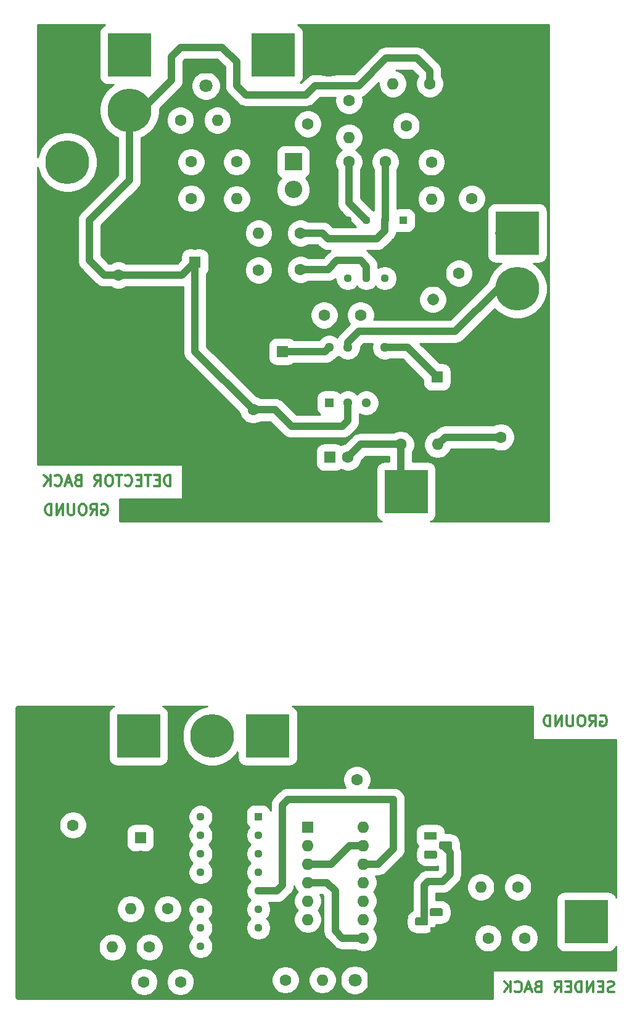
<source format=gbr>
G04 #@! TF.GenerationSoftware,KiCad,Pcbnew,5.1.5-1.fc30*
G04 #@! TF.CreationDate,2021-07-16T22:34:38+03:00*
G04 #@! TF.ProjectId,find-wire,66696e64-2d77-4697-9265-2e6b69636164,rev?*
G04 #@! TF.SameCoordinates,Original*
G04 #@! TF.FileFunction,Copper,L2,Bot*
G04 #@! TF.FilePolarity,Positive*
%FSLAX46Y46*%
G04 Gerber Fmt 4.6, Leading zero omitted, Abs format (unit mm)*
G04 Created by KiCad (PCBNEW 5.1.5-1.fc30) date 2021-07-16 22:34:38*
%MOMM*%
%LPD*%
G04 APERTURE LIST*
%ADD10C,0.300000*%
%ADD11C,1.288000*%
%ADD12R,1.288000X1.288000*%
%ADD13C,1.130000*%
%ADD14R,1.130000X1.130000*%
%ADD15C,5.999480*%
%ADD16R,5.999480X5.999480*%
%ADD17O,1.600000X1.600000*%
%ADD18R,1.600000X1.600000*%
%ADD19C,1.600000*%
%ADD20C,1.600000*%
%ADD21R,1.800000X1.100000*%
%ADD22C,0.100000*%
%ADD23O,2.400000X2.400000*%
%ADD24R,2.400000X2.400000*%
%ADD25C,1.800000*%
%ADD26R,1.800000X1.800000*%
%ADD27C,1.000000*%
%ADD28C,0.254000*%
G04 APERTURE END LIST*
D10*
X58642857Y-82428571D02*
X58642857Y-80928571D01*
X58285714Y-80928571D01*
X58071428Y-81000000D01*
X57928571Y-81142857D01*
X57857142Y-81285714D01*
X57785714Y-81571428D01*
X57785714Y-81785714D01*
X57857142Y-82071428D01*
X57928571Y-82214285D01*
X58071428Y-82357142D01*
X58285714Y-82428571D01*
X58642857Y-82428571D01*
X57142857Y-81642857D02*
X56642857Y-81642857D01*
X56428571Y-82428571D02*
X57142857Y-82428571D01*
X57142857Y-80928571D01*
X56428571Y-80928571D01*
X56000000Y-80928571D02*
X55142857Y-80928571D01*
X55571428Y-82428571D02*
X55571428Y-80928571D01*
X54642857Y-81642857D02*
X54142857Y-81642857D01*
X53928571Y-82428571D02*
X54642857Y-82428571D01*
X54642857Y-80928571D01*
X53928571Y-80928571D01*
X52428571Y-82285714D02*
X52500000Y-82357142D01*
X52714285Y-82428571D01*
X52857142Y-82428571D01*
X53071428Y-82357142D01*
X53214285Y-82214285D01*
X53285714Y-82071428D01*
X53357142Y-81785714D01*
X53357142Y-81571428D01*
X53285714Y-81285714D01*
X53214285Y-81142857D01*
X53071428Y-81000000D01*
X52857142Y-80928571D01*
X52714285Y-80928571D01*
X52500000Y-81000000D01*
X52428571Y-81071428D01*
X52000000Y-80928571D02*
X51142857Y-80928571D01*
X51571428Y-82428571D02*
X51571428Y-80928571D01*
X50357142Y-80928571D02*
X50071428Y-80928571D01*
X49928571Y-81000000D01*
X49785714Y-81142857D01*
X49714285Y-81428571D01*
X49714285Y-81928571D01*
X49785714Y-82214285D01*
X49928571Y-82357142D01*
X50071428Y-82428571D01*
X50357142Y-82428571D01*
X50500000Y-82357142D01*
X50642857Y-82214285D01*
X50714285Y-81928571D01*
X50714285Y-81428571D01*
X50642857Y-81142857D01*
X50500000Y-81000000D01*
X50357142Y-80928571D01*
X48214285Y-82428571D02*
X48714285Y-81714285D01*
X49071428Y-82428571D02*
X49071428Y-80928571D01*
X48500000Y-80928571D01*
X48357142Y-81000000D01*
X48285714Y-81071428D01*
X48214285Y-81214285D01*
X48214285Y-81428571D01*
X48285714Y-81571428D01*
X48357142Y-81642857D01*
X48500000Y-81714285D01*
X49071428Y-81714285D01*
X45928571Y-81642857D02*
X45714285Y-81714285D01*
X45642857Y-81785714D01*
X45571428Y-81928571D01*
X45571428Y-82142857D01*
X45642857Y-82285714D01*
X45714285Y-82357142D01*
X45857142Y-82428571D01*
X46428571Y-82428571D01*
X46428571Y-80928571D01*
X45928571Y-80928571D01*
X45785714Y-81000000D01*
X45714285Y-81071428D01*
X45642857Y-81214285D01*
X45642857Y-81357142D01*
X45714285Y-81500000D01*
X45785714Y-81571428D01*
X45928571Y-81642857D01*
X46428571Y-81642857D01*
X45000000Y-82000000D02*
X44285714Y-82000000D01*
X45142857Y-82428571D02*
X44642857Y-80928571D01*
X44142857Y-82428571D01*
X42785714Y-82285714D02*
X42857142Y-82357142D01*
X43071428Y-82428571D01*
X43214285Y-82428571D01*
X43428571Y-82357142D01*
X43571428Y-82214285D01*
X43642857Y-82071428D01*
X43714285Y-81785714D01*
X43714285Y-81571428D01*
X43642857Y-81285714D01*
X43571428Y-81142857D01*
X43428571Y-81000000D01*
X43214285Y-80928571D01*
X43071428Y-80928571D01*
X42857142Y-81000000D01*
X42785714Y-81071428D01*
X42142857Y-82428571D02*
X42142857Y-80928571D01*
X41285714Y-82428571D02*
X41928571Y-81571428D01*
X41285714Y-80928571D02*
X42142857Y-81785714D01*
X49214285Y-85000000D02*
X49357142Y-84928571D01*
X49571428Y-84928571D01*
X49785714Y-85000000D01*
X49928571Y-85142857D01*
X50000000Y-85285714D01*
X50071428Y-85571428D01*
X50071428Y-85785714D01*
X50000000Y-86071428D01*
X49928571Y-86214285D01*
X49785714Y-86357142D01*
X49571428Y-86428571D01*
X49428571Y-86428571D01*
X49214285Y-86357142D01*
X49142857Y-86285714D01*
X49142857Y-85785714D01*
X49428571Y-85785714D01*
X47642857Y-86428571D02*
X48142857Y-85714285D01*
X48500000Y-86428571D02*
X48500000Y-84928571D01*
X47928571Y-84928571D01*
X47785714Y-85000000D01*
X47714285Y-85071428D01*
X47642857Y-85214285D01*
X47642857Y-85428571D01*
X47714285Y-85571428D01*
X47785714Y-85642857D01*
X47928571Y-85714285D01*
X48500000Y-85714285D01*
X46714285Y-84928571D02*
X46428571Y-84928571D01*
X46285714Y-85000000D01*
X46142857Y-85142857D01*
X46071428Y-85428571D01*
X46071428Y-85928571D01*
X46142857Y-86214285D01*
X46285714Y-86357142D01*
X46428571Y-86428571D01*
X46714285Y-86428571D01*
X46857142Y-86357142D01*
X47000000Y-86214285D01*
X47071428Y-85928571D01*
X47071428Y-85428571D01*
X47000000Y-85142857D01*
X46857142Y-85000000D01*
X46714285Y-84928571D01*
X45428571Y-84928571D02*
X45428571Y-86142857D01*
X45357142Y-86285714D01*
X45285714Y-86357142D01*
X45142857Y-86428571D01*
X44857142Y-86428571D01*
X44714285Y-86357142D01*
X44642857Y-86285714D01*
X44571428Y-86142857D01*
X44571428Y-84928571D01*
X43857142Y-86428571D02*
X43857142Y-84928571D01*
X43000000Y-86428571D01*
X43000000Y-84928571D01*
X42285714Y-86428571D02*
X42285714Y-84928571D01*
X41928571Y-84928571D01*
X41714285Y-85000000D01*
X41571428Y-85142857D01*
X41500000Y-85285714D01*
X41428571Y-85571428D01*
X41428571Y-85785714D01*
X41500000Y-86071428D01*
X41571428Y-86214285D01*
X41714285Y-86357142D01*
X41928571Y-86428571D01*
X42285714Y-86428571D01*
X119535714Y-151857142D02*
X119321428Y-151928571D01*
X118964285Y-151928571D01*
X118821428Y-151857142D01*
X118750000Y-151785714D01*
X118678571Y-151642857D01*
X118678571Y-151500000D01*
X118750000Y-151357142D01*
X118821428Y-151285714D01*
X118964285Y-151214285D01*
X119250000Y-151142857D01*
X119392857Y-151071428D01*
X119464285Y-151000000D01*
X119535714Y-150857142D01*
X119535714Y-150714285D01*
X119464285Y-150571428D01*
X119392857Y-150500000D01*
X119250000Y-150428571D01*
X118892857Y-150428571D01*
X118678571Y-150500000D01*
X118035714Y-151142857D02*
X117535714Y-151142857D01*
X117321428Y-151928571D02*
X118035714Y-151928571D01*
X118035714Y-150428571D01*
X117321428Y-150428571D01*
X116678571Y-151928571D02*
X116678571Y-150428571D01*
X115821428Y-151928571D01*
X115821428Y-150428571D01*
X115107142Y-151928571D02*
X115107142Y-150428571D01*
X114750000Y-150428571D01*
X114535714Y-150500000D01*
X114392857Y-150642857D01*
X114321428Y-150785714D01*
X114250000Y-151071428D01*
X114250000Y-151285714D01*
X114321428Y-151571428D01*
X114392857Y-151714285D01*
X114535714Y-151857142D01*
X114750000Y-151928571D01*
X115107142Y-151928571D01*
X113607142Y-151142857D02*
X113107142Y-151142857D01*
X112892857Y-151928571D02*
X113607142Y-151928571D01*
X113607142Y-150428571D01*
X112892857Y-150428571D01*
X111392857Y-151928571D02*
X111892857Y-151214285D01*
X112250000Y-151928571D02*
X112250000Y-150428571D01*
X111678571Y-150428571D01*
X111535714Y-150500000D01*
X111464285Y-150571428D01*
X111392857Y-150714285D01*
X111392857Y-150928571D01*
X111464285Y-151071428D01*
X111535714Y-151142857D01*
X111678571Y-151214285D01*
X112250000Y-151214285D01*
X109107142Y-151142857D02*
X108892857Y-151214285D01*
X108821428Y-151285714D01*
X108750000Y-151428571D01*
X108750000Y-151642857D01*
X108821428Y-151785714D01*
X108892857Y-151857142D01*
X109035714Y-151928571D01*
X109607142Y-151928571D01*
X109607142Y-150428571D01*
X109107142Y-150428571D01*
X108964285Y-150500000D01*
X108892857Y-150571428D01*
X108821428Y-150714285D01*
X108821428Y-150857142D01*
X108892857Y-151000000D01*
X108964285Y-151071428D01*
X109107142Y-151142857D01*
X109607142Y-151142857D01*
X108178571Y-151500000D02*
X107464285Y-151500000D01*
X108321428Y-151928571D02*
X107821428Y-150428571D01*
X107321428Y-151928571D01*
X105964285Y-151785714D02*
X106035714Y-151857142D01*
X106250000Y-151928571D01*
X106392857Y-151928571D01*
X106607142Y-151857142D01*
X106750000Y-151714285D01*
X106821428Y-151571428D01*
X106892857Y-151285714D01*
X106892857Y-151071428D01*
X106821428Y-150785714D01*
X106750000Y-150642857D01*
X106607142Y-150500000D01*
X106392857Y-150428571D01*
X106250000Y-150428571D01*
X106035714Y-150500000D01*
X105964285Y-150571428D01*
X105321428Y-151928571D02*
X105321428Y-150428571D01*
X104464285Y-151928571D02*
X105107142Y-151071428D01*
X104464285Y-150428571D02*
X105321428Y-151285714D01*
X117714285Y-114000000D02*
X117857142Y-113928571D01*
X118071428Y-113928571D01*
X118285714Y-114000000D01*
X118428571Y-114142857D01*
X118500000Y-114285714D01*
X118571428Y-114571428D01*
X118571428Y-114785714D01*
X118500000Y-115071428D01*
X118428571Y-115214285D01*
X118285714Y-115357142D01*
X118071428Y-115428571D01*
X117928571Y-115428571D01*
X117714285Y-115357142D01*
X117642857Y-115285714D01*
X117642857Y-114785714D01*
X117928571Y-114785714D01*
X116142857Y-115428571D02*
X116642857Y-114714285D01*
X117000000Y-115428571D02*
X117000000Y-113928571D01*
X116428571Y-113928571D01*
X116285714Y-114000000D01*
X116214285Y-114071428D01*
X116142857Y-114214285D01*
X116142857Y-114428571D01*
X116214285Y-114571428D01*
X116285714Y-114642857D01*
X116428571Y-114714285D01*
X117000000Y-114714285D01*
X115214285Y-113928571D02*
X114928571Y-113928571D01*
X114785714Y-114000000D01*
X114642857Y-114142857D01*
X114571428Y-114428571D01*
X114571428Y-114928571D01*
X114642857Y-115214285D01*
X114785714Y-115357142D01*
X114928571Y-115428571D01*
X115214285Y-115428571D01*
X115357142Y-115357142D01*
X115500000Y-115214285D01*
X115571428Y-114928571D01*
X115571428Y-114428571D01*
X115500000Y-114142857D01*
X115357142Y-114000000D01*
X115214285Y-113928571D01*
X113928571Y-113928571D02*
X113928571Y-115142857D01*
X113857142Y-115285714D01*
X113785714Y-115357142D01*
X113642857Y-115428571D01*
X113357142Y-115428571D01*
X113214285Y-115357142D01*
X113142857Y-115285714D01*
X113071428Y-115142857D01*
X113071428Y-113928571D01*
X112357142Y-115428571D02*
X112357142Y-113928571D01*
X111500000Y-115428571D01*
X111500000Y-113928571D01*
X110785714Y-115428571D02*
X110785714Y-113928571D01*
X110428571Y-113928571D01*
X110214285Y-114000000D01*
X110071428Y-114142857D01*
X110000000Y-114285714D01*
X109928571Y-114571428D01*
X109928571Y-114785714D01*
X110000000Y-115071428D01*
X110071428Y-115214285D01*
X110214285Y-115357142D01*
X110428571Y-115428571D01*
X110785714Y-115428571D01*
D11*
X80440000Y-63440000D03*
X82980000Y-63440000D03*
X85520000Y-63440000D03*
X88060000Y-63440000D03*
X88060000Y-71060000D03*
X85520000Y-71060000D03*
X82980000Y-71060000D03*
D12*
X80440000Y-71060000D03*
D13*
X90620000Y-53940000D03*
X88080000Y-53940000D03*
X85540000Y-53940000D03*
X83000000Y-53940000D03*
X83000000Y-46000000D03*
X85540000Y-46000000D03*
X88080000Y-46000000D03*
D14*
X90620000Y-46000000D03*
D13*
X62780000Y-127860000D03*
X62780000Y-130400000D03*
X62780000Y-132940000D03*
X62780000Y-135480000D03*
X62780000Y-138020000D03*
X62780000Y-140560000D03*
X62780000Y-143100000D03*
X62780000Y-145640000D03*
X70720000Y-145640000D03*
X70720000Y-143100000D03*
X70720000Y-140560000D03*
X70720000Y-138020000D03*
X70720000Y-135480000D03*
X70720000Y-132940000D03*
X70720000Y-130400000D03*
D14*
X70720000Y-127860000D03*
D15*
X115750000Y-134630000D03*
D16*
X115750000Y-142250000D03*
D17*
X85120000Y-129250000D03*
X77500000Y-144490000D03*
X85120000Y-131790000D03*
X77500000Y-141950000D03*
X85120000Y-134330000D03*
X77500000Y-139410000D03*
X85120000Y-136870000D03*
X77500000Y-136870000D03*
X85120000Y-139410000D03*
X77500000Y-134330000D03*
X85120000Y-141950000D03*
X77500000Y-131790000D03*
X85120000Y-144490000D03*
D18*
X77500000Y-129250000D03*
D15*
X53000000Y-30870000D03*
D16*
X53000000Y-23250000D03*
D15*
X64380000Y-116750000D03*
D16*
X72000000Y-116750000D03*
D15*
X106250000Y-62990000D03*
X106250000Y-55370000D03*
D16*
X106250000Y-47750000D03*
D17*
X67725895Y-43056319D03*
D19*
X67725895Y-37976319D03*
D17*
X65080000Y-32250000D03*
D19*
X60000000Y-32250000D03*
D17*
X95330000Y-76750000D03*
D19*
X90250000Y-76750000D03*
D20*
X94657898Y-56842102D02*
X94657898Y-56842102D01*
D19*
X98250000Y-53250000D03*
D17*
X70750000Y-47750000D03*
D19*
X70750000Y-52830000D03*
D17*
X96080000Y-33000000D03*
D19*
X91000000Y-33000000D03*
D17*
X83145652Y-34620079D03*
D19*
X83145652Y-29540079D03*
D17*
X89170000Y-27250000D03*
D19*
X94250000Y-27250000D03*
D17*
X94466364Y-43067554D03*
D19*
X94466364Y-37987554D03*
D17*
X101250000Y-137500000D03*
D19*
X106330000Y-137500000D03*
D17*
X79500000Y-150250000D03*
D19*
X74420000Y-150250000D03*
D17*
X53170000Y-140500000D03*
D19*
X58250000Y-140500000D03*
D17*
X50670000Y-145750000D03*
D19*
X55750000Y-145750000D03*
D21*
X95150000Y-143500000D03*
G04 #@! TA.AperFunction,ComponentPad*
D22*
G36*
X95801955Y-140411324D02*
G01*
X95828650Y-140415284D01*
X95854828Y-140421841D01*
X95880238Y-140430933D01*
X95904634Y-140442472D01*
X95927782Y-140456346D01*
X95949458Y-140472422D01*
X95969454Y-140490546D01*
X95987578Y-140510542D01*
X96003654Y-140532218D01*
X96017528Y-140555366D01*
X96029067Y-140579762D01*
X96038159Y-140605172D01*
X96044716Y-140631350D01*
X96048676Y-140658045D01*
X96050000Y-140685000D01*
X96050000Y-141235000D01*
X96048676Y-141261955D01*
X96044716Y-141288650D01*
X96038159Y-141314828D01*
X96029067Y-141340238D01*
X96017528Y-141364634D01*
X96003654Y-141387782D01*
X95987578Y-141409458D01*
X95969454Y-141429454D01*
X95949458Y-141447578D01*
X95927782Y-141463654D01*
X95904634Y-141477528D01*
X95880238Y-141489067D01*
X95854828Y-141498159D01*
X95828650Y-141504716D01*
X95801955Y-141508676D01*
X95775000Y-141510000D01*
X94525000Y-141510000D01*
X94498045Y-141508676D01*
X94471350Y-141504716D01*
X94445172Y-141498159D01*
X94419762Y-141489067D01*
X94395366Y-141477528D01*
X94372218Y-141463654D01*
X94350542Y-141447578D01*
X94330546Y-141429454D01*
X94312422Y-141409458D01*
X94296346Y-141387782D01*
X94282472Y-141364634D01*
X94270933Y-141340238D01*
X94261841Y-141314828D01*
X94255284Y-141288650D01*
X94251324Y-141261955D01*
X94250000Y-141235000D01*
X94250000Y-140685000D01*
X94251324Y-140658045D01*
X94255284Y-140631350D01*
X94261841Y-140605172D01*
X94270933Y-140579762D01*
X94282472Y-140555366D01*
X94296346Y-140532218D01*
X94312422Y-140510542D01*
X94330546Y-140490546D01*
X94350542Y-140472422D01*
X94372218Y-140456346D01*
X94395366Y-140442472D01*
X94419762Y-140430933D01*
X94445172Y-140421841D01*
X94471350Y-140415284D01*
X94498045Y-140411324D01*
X94525000Y-140410000D01*
X95775000Y-140410000D01*
X95801955Y-140411324D01*
G37*
G04 #@! TD.AperFunction*
G04 #@! TA.AperFunction,ComponentPad*
G36*
X93731955Y-141681324D02*
G01*
X93758650Y-141685284D01*
X93784828Y-141691841D01*
X93810238Y-141700933D01*
X93834634Y-141712472D01*
X93857782Y-141726346D01*
X93879458Y-141742422D01*
X93899454Y-141760546D01*
X93917578Y-141780542D01*
X93933654Y-141802218D01*
X93947528Y-141825366D01*
X93959067Y-141849762D01*
X93968159Y-141875172D01*
X93974716Y-141901350D01*
X93978676Y-141928045D01*
X93980000Y-141955000D01*
X93980000Y-142505000D01*
X93978676Y-142531955D01*
X93974716Y-142558650D01*
X93968159Y-142584828D01*
X93959067Y-142610238D01*
X93947528Y-142634634D01*
X93933654Y-142657782D01*
X93917578Y-142679458D01*
X93899454Y-142699454D01*
X93879458Y-142717578D01*
X93857782Y-142733654D01*
X93834634Y-142747528D01*
X93810238Y-142759067D01*
X93784828Y-142768159D01*
X93758650Y-142774716D01*
X93731955Y-142778676D01*
X93705000Y-142780000D01*
X92455000Y-142780000D01*
X92428045Y-142778676D01*
X92401350Y-142774716D01*
X92375172Y-142768159D01*
X92349762Y-142759067D01*
X92325366Y-142747528D01*
X92302218Y-142733654D01*
X92280542Y-142717578D01*
X92260546Y-142699454D01*
X92242422Y-142679458D01*
X92226346Y-142657782D01*
X92212472Y-142634634D01*
X92200933Y-142610238D01*
X92191841Y-142584828D01*
X92185284Y-142558650D01*
X92181324Y-142531955D01*
X92180000Y-142505000D01*
X92180000Y-141955000D01*
X92181324Y-141928045D01*
X92185284Y-141901350D01*
X92191841Y-141875172D01*
X92200933Y-141849762D01*
X92212472Y-141825366D01*
X92226346Y-141802218D01*
X92242422Y-141780542D01*
X92260546Y-141760546D01*
X92280542Y-141742422D01*
X92302218Y-141726346D01*
X92325366Y-141712472D01*
X92349762Y-141700933D01*
X92375172Y-141691841D01*
X92401350Y-141685284D01*
X92428045Y-141681324D01*
X92455000Y-141680000D01*
X93705000Y-141680000D01*
X93731955Y-141681324D01*
G37*
G04 #@! TD.AperFunction*
D21*
X94350000Y-130500000D03*
G04 #@! TA.AperFunction,ComponentPad*
D22*
G36*
X95001955Y-132491324D02*
G01*
X95028650Y-132495284D01*
X95054828Y-132501841D01*
X95080238Y-132510933D01*
X95104634Y-132522472D01*
X95127782Y-132536346D01*
X95149458Y-132552422D01*
X95169454Y-132570546D01*
X95187578Y-132590542D01*
X95203654Y-132612218D01*
X95217528Y-132635366D01*
X95229067Y-132659762D01*
X95238159Y-132685172D01*
X95244716Y-132711350D01*
X95248676Y-132738045D01*
X95250000Y-132765000D01*
X95250000Y-133315000D01*
X95248676Y-133341955D01*
X95244716Y-133368650D01*
X95238159Y-133394828D01*
X95229067Y-133420238D01*
X95217528Y-133444634D01*
X95203654Y-133467782D01*
X95187578Y-133489458D01*
X95169454Y-133509454D01*
X95149458Y-133527578D01*
X95127782Y-133543654D01*
X95104634Y-133557528D01*
X95080238Y-133569067D01*
X95054828Y-133578159D01*
X95028650Y-133584716D01*
X95001955Y-133588676D01*
X94975000Y-133590000D01*
X93725000Y-133590000D01*
X93698045Y-133588676D01*
X93671350Y-133584716D01*
X93645172Y-133578159D01*
X93619762Y-133569067D01*
X93595366Y-133557528D01*
X93572218Y-133543654D01*
X93550542Y-133527578D01*
X93530546Y-133509454D01*
X93512422Y-133489458D01*
X93496346Y-133467782D01*
X93482472Y-133444634D01*
X93470933Y-133420238D01*
X93461841Y-133394828D01*
X93455284Y-133368650D01*
X93451324Y-133341955D01*
X93450000Y-133315000D01*
X93450000Y-132765000D01*
X93451324Y-132738045D01*
X93455284Y-132711350D01*
X93461841Y-132685172D01*
X93470933Y-132659762D01*
X93482472Y-132635366D01*
X93496346Y-132612218D01*
X93512422Y-132590542D01*
X93530546Y-132570546D01*
X93550542Y-132552422D01*
X93572218Y-132536346D01*
X93595366Y-132522472D01*
X93619762Y-132510933D01*
X93645172Y-132501841D01*
X93671350Y-132495284D01*
X93698045Y-132491324D01*
X93725000Y-132490000D01*
X94975000Y-132490000D01*
X95001955Y-132491324D01*
G37*
G04 #@! TD.AperFunction*
G04 #@! TA.AperFunction,ComponentPad*
G36*
X97071955Y-131221324D02*
G01*
X97098650Y-131225284D01*
X97124828Y-131231841D01*
X97150238Y-131240933D01*
X97174634Y-131252472D01*
X97197782Y-131266346D01*
X97219458Y-131282422D01*
X97239454Y-131300546D01*
X97257578Y-131320542D01*
X97273654Y-131342218D01*
X97287528Y-131365366D01*
X97299067Y-131389762D01*
X97308159Y-131415172D01*
X97314716Y-131441350D01*
X97318676Y-131468045D01*
X97320000Y-131495000D01*
X97320000Y-132045000D01*
X97318676Y-132071955D01*
X97314716Y-132098650D01*
X97308159Y-132124828D01*
X97299067Y-132150238D01*
X97287528Y-132174634D01*
X97273654Y-132197782D01*
X97257578Y-132219458D01*
X97239454Y-132239454D01*
X97219458Y-132257578D01*
X97197782Y-132273654D01*
X97174634Y-132287528D01*
X97150238Y-132299067D01*
X97124828Y-132308159D01*
X97098650Y-132314716D01*
X97071955Y-132318676D01*
X97045000Y-132320000D01*
X95795000Y-132320000D01*
X95768045Y-132318676D01*
X95741350Y-132314716D01*
X95715172Y-132308159D01*
X95689762Y-132299067D01*
X95665366Y-132287528D01*
X95642218Y-132273654D01*
X95620542Y-132257578D01*
X95600546Y-132239454D01*
X95582422Y-132219458D01*
X95566346Y-132197782D01*
X95552472Y-132174634D01*
X95540933Y-132150238D01*
X95531841Y-132124828D01*
X95525284Y-132098650D01*
X95521324Y-132071955D01*
X95520000Y-132045000D01*
X95520000Y-131495000D01*
X95521324Y-131468045D01*
X95525284Y-131441350D01*
X95531841Y-131415172D01*
X95540933Y-131389762D01*
X95552472Y-131365366D01*
X95566346Y-131342218D01*
X95582422Y-131320542D01*
X95600546Y-131300546D01*
X95620542Y-131282422D01*
X95642218Y-131266346D01*
X95665366Y-131252472D01*
X95689762Y-131240933D01*
X95715172Y-131231841D01*
X95741350Y-131225284D01*
X95768045Y-131221324D01*
X95795000Y-131220000D01*
X97045000Y-131220000D01*
X97071955Y-131221324D01*
G37*
G04 #@! TD.AperFunction*
D15*
X98620000Y-83250000D03*
D16*
X91000000Y-83250000D03*
D23*
X75497751Y-41786319D03*
D24*
X75497751Y-37976319D03*
D25*
X63500000Y-27540000D03*
D26*
X63500000Y-25000000D03*
D25*
X83960000Y-150250000D03*
D26*
X86500000Y-150250000D03*
D19*
X62000000Y-49250000D03*
D18*
X62000000Y-51750000D03*
D19*
X65000000Y-72000000D03*
X70000000Y-72000000D03*
X51500000Y-53500000D03*
X51500000Y-48500000D03*
X79250000Y-122750000D03*
X84250000Y-122750000D03*
X45250000Y-134000000D03*
X45250000Y-129000000D03*
X54500000Y-133250000D03*
D18*
X54500000Y-130750000D03*
D19*
X61468893Y-37976319D03*
X61468893Y-42976319D03*
X107535534Y-72214466D03*
X104000000Y-75750000D03*
X83000000Y-78500000D03*
D18*
X80500000Y-78500000D03*
D19*
X100250000Y-67500000D03*
D18*
X95250000Y-67500000D03*
D19*
X69000000Y-64000000D03*
D18*
X74000000Y-64000000D03*
D19*
X79750000Y-59000000D03*
X84750000Y-59000000D03*
X76500000Y-47750000D03*
X76500000Y-52750000D03*
X72500000Y-32750000D03*
X77500000Y-32750000D03*
X100000000Y-38000000D03*
X100000000Y-43000000D03*
X88137669Y-37951685D03*
X83137669Y-37951685D03*
X102250000Y-144500000D03*
X107250000Y-144500000D03*
X55000000Y-150500000D03*
X60000000Y-150500000D03*
D15*
X80370000Y-23250000D03*
D16*
X72750000Y-23250000D03*
D15*
X46630000Y-116750000D03*
D16*
X54250000Y-116750000D03*
D15*
X44500000Y-38000000D03*
D27*
X94430495Y-37951685D02*
X94466364Y-37987554D01*
X88137669Y-45942331D02*
X88080000Y-46000000D01*
X88137669Y-37951685D02*
X88137669Y-45942331D01*
X88080000Y-46000000D02*
X88080000Y-47420000D01*
X88080000Y-47420000D02*
X87000000Y-48500000D01*
X87000000Y-48500000D02*
X80250000Y-48500000D01*
X79500000Y-47750000D02*
X76500000Y-47750000D01*
X80250000Y-48500000D02*
X79500000Y-47750000D01*
X83113035Y-37976319D02*
X83137669Y-37951685D01*
X83137669Y-34628062D02*
X83145652Y-34620079D01*
X83137669Y-43597669D02*
X85540000Y-46000000D01*
X83137669Y-37951685D02*
X83137669Y-43597669D01*
X99932446Y-43067554D02*
X100000000Y-43000000D01*
X76420000Y-52830000D02*
X76500000Y-52750000D01*
X76500000Y-52750000D02*
X80250000Y-52750000D01*
X80250000Y-52750000D02*
X81500000Y-51500000D01*
X81500000Y-51500000D02*
X84750000Y-51500000D01*
X85540000Y-52290000D02*
X85540000Y-53940000D01*
X84750000Y-51500000D02*
X85540000Y-52290000D01*
X79880000Y-64000000D02*
X80440000Y-63440000D01*
X74000000Y-64000000D02*
X79880000Y-64000000D01*
X91190000Y-63440000D02*
X95250000Y-67500000D01*
X88060000Y-63440000D02*
X91190000Y-63440000D01*
X90250000Y-82500000D02*
X91000000Y-83250000D01*
X90250000Y-76750000D02*
X90250000Y-82500000D01*
X84750000Y-76750000D02*
X83000000Y-78500000D01*
X90250000Y-76750000D02*
X84750000Y-76750000D01*
X96330000Y-75750000D02*
X95330000Y-76750000D01*
X104000000Y-75750000D02*
X96330000Y-75750000D01*
X67645895Y-42976319D02*
X67725895Y-43056319D01*
X53000000Y-30870000D02*
X53000000Y-40500000D01*
X53000000Y-40500000D02*
X47500000Y-46000000D01*
X47500000Y-46000000D02*
X47500000Y-51500000D01*
X49500000Y-53500000D02*
X51500000Y-53500000D01*
X47500000Y-51500000D02*
X49500000Y-53500000D01*
X62000000Y-64000000D02*
X70000000Y-72000000D01*
X62000000Y-51750000D02*
X62000000Y-64000000D01*
X60250000Y-53500000D02*
X62000000Y-51750000D01*
X51500000Y-53500000D02*
X60250000Y-53500000D01*
X70000000Y-72000000D02*
X73000000Y-72000000D01*
X73000000Y-72000000D02*
X75250000Y-74250000D01*
X75250000Y-74250000D02*
X82250000Y-74250000D01*
X82980000Y-73520000D02*
X82980000Y-71060000D01*
X82250000Y-74250000D02*
X82980000Y-73520000D01*
X53000000Y-30870000D02*
X54630000Y-30870000D01*
X54630000Y-30870000D02*
X58750000Y-26750000D01*
X58750000Y-26750000D02*
X58750000Y-23500000D01*
X58750000Y-23500000D02*
X60000000Y-22250000D01*
X60000000Y-22250000D02*
X65750000Y-22250000D01*
X65750000Y-22250000D02*
X67750000Y-24250000D01*
X67750000Y-24250000D02*
X67750000Y-27500000D01*
X67750000Y-27500000D02*
X69000000Y-28750000D01*
X69000000Y-28750000D02*
X77250000Y-28750000D01*
X77250000Y-28750000D02*
X78500000Y-27500000D01*
X78500000Y-27500000D02*
X84500000Y-27500000D01*
X84500000Y-27500000D02*
X88250000Y-23750000D01*
X88250000Y-23750000D02*
X92500000Y-23750000D01*
X94250000Y-25500000D02*
X94250000Y-27250000D01*
X92500000Y-23750000D02*
X94250000Y-25500000D01*
X93480000Y-142230000D02*
X93480000Y-137270000D01*
X93480000Y-137270000D02*
X94000000Y-136750000D01*
X94000000Y-136750000D02*
X96000000Y-136750000D01*
X96000000Y-136750000D02*
X97000000Y-135750000D01*
X97000000Y-132750000D02*
X96020000Y-131770000D01*
X97000000Y-135750000D02*
X97000000Y-132750000D01*
X106250000Y-47750000D02*
X103750000Y-47750000D01*
X82980000Y-63440000D02*
X82980000Y-62770000D01*
X82980000Y-62770000D02*
X84500000Y-61250000D01*
X84500000Y-61250000D02*
X97750000Y-61250000D01*
X103630000Y-55370000D02*
X106250000Y-55370000D01*
X97750000Y-61250000D02*
X103630000Y-55370000D01*
X87170000Y-134330000D02*
X85120000Y-134330000D01*
X89250000Y-132250000D02*
X87170000Y-134330000D01*
X89250000Y-125500000D02*
X89250000Y-132250000D01*
X74000000Y-126250000D02*
X74750000Y-125500000D01*
X70720000Y-138020000D02*
X73230000Y-138020000D01*
X74000000Y-137250000D02*
X74000000Y-126250000D01*
X73230000Y-138020000D02*
X74000000Y-137250000D01*
X74750000Y-125500000D02*
X89250000Y-125500000D01*
X77500000Y-134330000D02*
X80670000Y-134330000D01*
X83210000Y-131790000D02*
X85120000Y-131790000D01*
X80670000Y-134330000D02*
X83210000Y-131790000D01*
X77500000Y-136870000D02*
X80120000Y-136870000D01*
X80120000Y-136870000D02*
X81250000Y-138000000D01*
X81250000Y-138000000D02*
X81250000Y-143500000D01*
X82240000Y-144490000D02*
X85120000Y-144490000D01*
X81250000Y-143500000D02*
X82240000Y-144490000D01*
D28*
G36*
X50816889Y-112704010D02*
G01*
X50621103Y-112808660D01*
X50449495Y-112949495D01*
X50308660Y-113121103D01*
X50204010Y-113316889D01*
X50139567Y-113529329D01*
X50117807Y-113750260D01*
X50117807Y-119749740D01*
X50139567Y-119970671D01*
X50204010Y-120183111D01*
X50308660Y-120378897D01*
X50449495Y-120550505D01*
X50621103Y-120691340D01*
X50816889Y-120795990D01*
X51029329Y-120860433D01*
X51250260Y-120882193D01*
X57249740Y-120882193D01*
X57470671Y-120860433D01*
X57683111Y-120795990D01*
X57878897Y-120691340D01*
X58050505Y-120550505D01*
X58191340Y-120378897D01*
X58295990Y-120183111D01*
X58360433Y-119970671D01*
X58382193Y-119749740D01*
X58382193Y-113750260D01*
X58360433Y-113529329D01*
X58295990Y-113316889D01*
X58191340Y-113121103D01*
X58050505Y-112949495D01*
X57878897Y-112808660D01*
X57683111Y-112704010D01*
X57594071Y-112677000D01*
X63703382Y-112677000D01*
X63176274Y-112781848D01*
X62425255Y-113092930D01*
X61749356Y-113544551D01*
X61174551Y-114119356D01*
X60722930Y-114795255D01*
X60411848Y-115546274D01*
X60253260Y-116343552D01*
X60253260Y-117156448D01*
X60411848Y-117953726D01*
X60722930Y-118704745D01*
X61174551Y-119380644D01*
X61749356Y-119955449D01*
X62425255Y-120407070D01*
X63176274Y-120718152D01*
X63973552Y-120876740D01*
X64786448Y-120876740D01*
X65583726Y-120718152D01*
X66334745Y-120407070D01*
X67010644Y-119955449D01*
X67585449Y-119380644D01*
X67867807Y-118958065D01*
X67867807Y-119749740D01*
X67889567Y-119970671D01*
X67954010Y-120183111D01*
X68058660Y-120378897D01*
X68199495Y-120550505D01*
X68371103Y-120691340D01*
X68566889Y-120795990D01*
X68779329Y-120860433D01*
X69000260Y-120882193D01*
X74999740Y-120882193D01*
X75220671Y-120860433D01*
X75433111Y-120795990D01*
X75628897Y-120691340D01*
X75800505Y-120550505D01*
X75941340Y-120378897D01*
X76045990Y-120183111D01*
X76110433Y-119970671D01*
X76132193Y-119749740D01*
X76132193Y-113750260D01*
X76110433Y-113529329D01*
X76045990Y-113316889D01*
X75941340Y-113121103D01*
X75800505Y-112949495D01*
X75628897Y-112808660D01*
X75433111Y-112704010D01*
X75344071Y-112677000D01*
X108365857Y-112677000D01*
X108365857Y-117272000D01*
X119823000Y-117272000D01*
X119823001Y-138905931D01*
X119795990Y-138816889D01*
X119691340Y-138621103D01*
X119550505Y-138449495D01*
X119378897Y-138308660D01*
X119183111Y-138204010D01*
X118970671Y-138139567D01*
X118749740Y-138117807D01*
X112750260Y-138117807D01*
X112529329Y-138139567D01*
X112316889Y-138204010D01*
X112121103Y-138308660D01*
X111949495Y-138449495D01*
X111808660Y-138621103D01*
X111704010Y-138816889D01*
X111639567Y-139029329D01*
X111617807Y-139250260D01*
X111617807Y-145249740D01*
X111639567Y-145470671D01*
X111704010Y-145683111D01*
X111808660Y-145878897D01*
X111949495Y-146050505D01*
X112121103Y-146191340D01*
X112316889Y-146295990D01*
X112529329Y-146360433D01*
X112750260Y-146382193D01*
X118749740Y-146382193D01*
X118970671Y-146360433D01*
X119183111Y-146295990D01*
X119378897Y-146191340D01*
X119550505Y-146050505D01*
X119691340Y-145878897D01*
X119795990Y-145683111D01*
X119823001Y-145594068D01*
X119823001Y-148968000D01*
X102901572Y-148968000D01*
X102901572Y-152823000D01*
X37722264Y-152823000D01*
X37666150Y-152805978D01*
X37515328Y-152725362D01*
X37427000Y-152652873D01*
X37427000Y-150310207D01*
X53073000Y-150310207D01*
X53073000Y-150689793D01*
X53147053Y-151062085D01*
X53292315Y-151412777D01*
X53503201Y-151728391D01*
X53771609Y-151996799D01*
X54087223Y-152207685D01*
X54437915Y-152352947D01*
X54810207Y-152427000D01*
X55189793Y-152427000D01*
X55562085Y-152352947D01*
X55912777Y-152207685D01*
X56228391Y-151996799D01*
X56496799Y-151728391D01*
X56707685Y-151412777D01*
X56852947Y-151062085D01*
X56927000Y-150689793D01*
X56927000Y-150310207D01*
X58073000Y-150310207D01*
X58073000Y-150689793D01*
X58147053Y-151062085D01*
X58292315Y-151412777D01*
X58503201Y-151728391D01*
X58771609Y-151996799D01*
X59087223Y-152207685D01*
X59437915Y-152352947D01*
X59810207Y-152427000D01*
X60189793Y-152427000D01*
X60562085Y-152352947D01*
X60912777Y-152207685D01*
X61228391Y-151996799D01*
X61496799Y-151728391D01*
X61707685Y-151412777D01*
X61852947Y-151062085D01*
X61927000Y-150689793D01*
X61927000Y-150310207D01*
X61877273Y-150060207D01*
X72493000Y-150060207D01*
X72493000Y-150439793D01*
X72567053Y-150812085D01*
X72712315Y-151162777D01*
X72923201Y-151478391D01*
X73191609Y-151746799D01*
X73507223Y-151957685D01*
X73857915Y-152102947D01*
X74230207Y-152177000D01*
X74609793Y-152177000D01*
X74982085Y-152102947D01*
X75332777Y-151957685D01*
X75648391Y-151746799D01*
X75916799Y-151478391D01*
X76127685Y-151162777D01*
X76272947Y-150812085D01*
X76347000Y-150439793D01*
X76347000Y-150060207D01*
X77573000Y-150060207D01*
X77573000Y-150439793D01*
X77647053Y-150812085D01*
X77792315Y-151162777D01*
X78003201Y-151478391D01*
X78271609Y-151746799D01*
X78587223Y-151957685D01*
X78937915Y-152102947D01*
X79310207Y-152177000D01*
X79689793Y-152177000D01*
X80062085Y-152102947D01*
X80412777Y-151957685D01*
X80728391Y-151746799D01*
X80996799Y-151478391D01*
X81207685Y-151162777D01*
X81352947Y-150812085D01*
X81427000Y-150439793D01*
X81427000Y-150060207D01*
X81425041Y-150050358D01*
X81933000Y-150050358D01*
X81933000Y-150449642D01*
X82010896Y-150841254D01*
X82163696Y-151210145D01*
X82385526Y-151542137D01*
X82667863Y-151824474D01*
X82999855Y-152046304D01*
X83368746Y-152199104D01*
X83760358Y-152277000D01*
X84159642Y-152277000D01*
X84551254Y-152199104D01*
X84920145Y-152046304D01*
X85252137Y-151824474D01*
X85534474Y-151542137D01*
X85756304Y-151210145D01*
X85909104Y-150841254D01*
X85987000Y-150449642D01*
X85987000Y-150050358D01*
X85909104Y-149658746D01*
X85756304Y-149289855D01*
X85534474Y-148957863D01*
X85252137Y-148675526D01*
X84920145Y-148453696D01*
X84551254Y-148300896D01*
X84159642Y-148223000D01*
X83760358Y-148223000D01*
X83368746Y-148300896D01*
X82999855Y-148453696D01*
X82667863Y-148675526D01*
X82385526Y-148957863D01*
X82163696Y-149289855D01*
X82010896Y-149658746D01*
X81933000Y-150050358D01*
X81425041Y-150050358D01*
X81352947Y-149687915D01*
X81207685Y-149337223D01*
X80996799Y-149021609D01*
X80728391Y-148753201D01*
X80412777Y-148542315D01*
X80062085Y-148397053D01*
X79689793Y-148323000D01*
X79310207Y-148323000D01*
X78937915Y-148397053D01*
X78587223Y-148542315D01*
X78271609Y-148753201D01*
X78003201Y-149021609D01*
X77792315Y-149337223D01*
X77647053Y-149687915D01*
X77573000Y-150060207D01*
X76347000Y-150060207D01*
X76272947Y-149687915D01*
X76127685Y-149337223D01*
X75916799Y-149021609D01*
X75648391Y-148753201D01*
X75332777Y-148542315D01*
X74982085Y-148397053D01*
X74609793Y-148323000D01*
X74230207Y-148323000D01*
X73857915Y-148397053D01*
X73507223Y-148542315D01*
X73191609Y-148753201D01*
X72923201Y-149021609D01*
X72712315Y-149337223D01*
X72567053Y-149687915D01*
X72493000Y-150060207D01*
X61877273Y-150060207D01*
X61852947Y-149937915D01*
X61707685Y-149587223D01*
X61496799Y-149271609D01*
X61228391Y-149003201D01*
X60912777Y-148792315D01*
X60562085Y-148647053D01*
X60189793Y-148573000D01*
X59810207Y-148573000D01*
X59437915Y-148647053D01*
X59087223Y-148792315D01*
X58771609Y-149003201D01*
X58503201Y-149271609D01*
X58292315Y-149587223D01*
X58147053Y-149937915D01*
X58073000Y-150310207D01*
X56927000Y-150310207D01*
X56852947Y-149937915D01*
X56707685Y-149587223D01*
X56496799Y-149271609D01*
X56228391Y-149003201D01*
X55912777Y-148792315D01*
X55562085Y-148647053D01*
X55189793Y-148573000D01*
X54810207Y-148573000D01*
X54437915Y-148647053D01*
X54087223Y-148792315D01*
X53771609Y-149003201D01*
X53503201Y-149271609D01*
X53292315Y-149587223D01*
X53147053Y-149937915D01*
X53073000Y-150310207D01*
X37427000Y-150310207D01*
X37427000Y-145560207D01*
X48743000Y-145560207D01*
X48743000Y-145939793D01*
X48817053Y-146312085D01*
X48962315Y-146662777D01*
X49173201Y-146978391D01*
X49441609Y-147246799D01*
X49757223Y-147457685D01*
X50107915Y-147602947D01*
X50480207Y-147677000D01*
X50859793Y-147677000D01*
X51232085Y-147602947D01*
X51582777Y-147457685D01*
X51898391Y-147246799D01*
X52166799Y-146978391D01*
X52377685Y-146662777D01*
X52522947Y-146312085D01*
X52597000Y-145939793D01*
X52597000Y-145560207D01*
X53823000Y-145560207D01*
X53823000Y-145939793D01*
X53897053Y-146312085D01*
X54042315Y-146662777D01*
X54253201Y-146978391D01*
X54521609Y-147246799D01*
X54837223Y-147457685D01*
X55187915Y-147602947D01*
X55560207Y-147677000D01*
X55939793Y-147677000D01*
X56312085Y-147602947D01*
X56662777Y-147457685D01*
X56978391Y-147246799D01*
X57246799Y-146978391D01*
X57457685Y-146662777D01*
X57602947Y-146312085D01*
X57677000Y-145939793D01*
X57677000Y-145560207D01*
X57602947Y-145187915D01*
X57457685Y-144837223D01*
X57246799Y-144521609D01*
X56978391Y-144253201D01*
X56662777Y-144042315D01*
X56312085Y-143897053D01*
X55939793Y-143823000D01*
X55560207Y-143823000D01*
X55187915Y-143897053D01*
X54837223Y-144042315D01*
X54521609Y-144253201D01*
X54253201Y-144521609D01*
X54042315Y-144837223D01*
X53897053Y-145187915D01*
X53823000Y-145560207D01*
X52597000Y-145560207D01*
X52522947Y-145187915D01*
X52377685Y-144837223D01*
X52166799Y-144521609D01*
X51898391Y-144253201D01*
X51582777Y-144042315D01*
X51232085Y-143897053D01*
X50859793Y-143823000D01*
X50480207Y-143823000D01*
X50107915Y-143897053D01*
X49757223Y-144042315D01*
X49441609Y-144253201D01*
X49173201Y-144521609D01*
X48962315Y-144837223D01*
X48817053Y-145187915D01*
X48743000Y-145560207D01*
X37427000Y-145560207D01*
X37427000Y-140310207D01*
X51243000Y-140310207D01*
X51243000Y-140689793D01*
X51317053Y-141062085D01*
X51462315Y-141412777D01*
X51673201Y-141728391D01*
X51941609Y-141996799D01*
X52257223Y-142207685D01*
X52607915Y-142352947D01*
X52980207Y-142427000D01*
X53359793Y-142427000D01*
X53732085Y-142352947D01*
X54082777Y-142207685D01*
X54398391Y-141996799D01*
X54666799Y-141728391D01*
X54877685Y-141412777D01*
X55022947Y-141062085D01*
X55097000Y-140689793D01*
X55097000Y-140310207D01*
X56323000Y-140310207D01*
X56323000Y-140689793D01*
X56397053Y-141062085D01*
X56542315Y-141412777D01*
X56753201Y-141728391D01*
X57021609Y-141996799D01*
X57337223Y-142207685D01*
X57687915Y-142352947D01*
X58060207Y-142427000D01*
X58439793Y-142427000D01*
X58812085Y-142352947D01*
X59162777Y-142207685D01*
X59478391Y-141996799D01*
X59746799Y-141728391D01*
X59957685Y-141412777D01*
X60102947Y-141062085D01*
X60177000Y-140689793D01*
X60177000Y-140393353D01*
X61088000Y-140393353D01*
X61088000Y-140726647D01*
X61153022Y-141053538D01*
X61280569Y-141361463D01*
X61465738Y-141638587D01*
X61657151Y-141830000D01*
X61465738Y-142021413D01*
X61280569Y-142298537D01*
X61153022Y-142606462D01*
X61088000Y-142933353D01*
X61088000Y-143266647D01*
X61153022Y-143593538D01*
X61280569Y-143901463D01*
X61465738Y-144178587D01*
X61657151Y-144370000D01*
X61465738Y-144561413D01*
X61280569Y-144838537D01*
X61153022Y-145146462D01*
X61088000Y-145473353D01*
X61088000Y-145806647D01*
X61153022Y-146133538D01*
X61280569Y-146441463D01*
X61465738Y-146718587D01*
X61701413Y-146954262D01*
X61978537Y-147139431D01*
X62286462Y-147266978D01*
X62613353Y-147332000D01*
X62946647Y-147332000D01*
X63273538Y-147266978D01*
X63581463Y-147139431D01*
X63858587Y-146954262D01*
X64094262Y-146718587D01*
X64279431Y-146441463D01*
X64406978Y-146133538D01*
X64472000Y-145806647D01*
X64472000Y-145473353D01*
X64406978Y-145146462D01*
X64279431Y-144838537D01*
X64094262Y-144561413D01*
X63902849Y-144370000D01*
X64094262Y-144178587D01*
X64279431Y-143901463D01*
X64406978Y-143593538D01*
X64472000Y-143266647D01*
X64472000Y-142933353D01*
X64406978Y-142606462D01*
X64279431Y-142298537D01*
X64094262Y-142021413D01*
X63902849Y-141830000D01*
X64094262Y-141638587D01*
X64279431Y-141361463D01*
X64406978Y-141053538D01*
X64472000Y-140726647D01*
X64472000Y-140393353D01*
X64406978Y-140066462D01*
X64279431Y-139758537D01*
X64094262Y-139481413D01*
X63858587Y-139245738D01*
X63581463Y-139060569D01*
X63273538Y-138933022D01*
X62946647Y-138868000D01*
X62613353Y-138868000D01*
X62286462Y-138933022D01*
X61978537Y-139060569D01*
X61701413Y-139245738D01*
X61465738Y-139481413D01*
X61280569Y-139758537D01*
X61153022Y-140066462D01*
X61088000Y-140393353D01*
X60177000Y-140393353D01*
X60177000Y-140310207D01*
X60102947Y-139937915D01*
X59957685Y-139587223D01*
X59746799Y-139271609D01*
X59478391Y-139003201D01*
X59162777Y-138792315D01*
X58812085Y-138647053D01*
X58439793Y-138573000D01*
X58060207Y-138573000D01*
X57687915Y-138647053D01*
X57337223Y-138792315D01*
X57021609Y-139003201D01*
X56753201Y-139271609D01*
X56542315Y-139587223D01*
X56397053Y-139937915D01*
X56323000Y-140310207D01*
X55097000Y-140310207D01*
X55022947Y-139937915D01*
X54877685Y-139587223D01*
X54666799Y-139271609D01*
X54398391Y-139003201D01*
X54082777Y-138792315D01*
X53732085Y-138647053D01*
X53359793Y-138573000D01*
X52980207Y-138573000D01*
X52607915Y-138647053D01*
X52257223Y-138792315D01*
X51941609Y-139003201D01*
X51673201Y-139271609D01*
X51462315Y-139587223D01*
X51317053Y-139937915D01*
X51243000Y-140310207D01*
X37427000Y-140310207D01*
X37427000Y-128810207D01*
X43323000Y-128810207D01*
X43323000Y-129189793D01*
X43397053Y-129562085D01*
X43542315Y-129912777D01*
X43753201Y-130228391D01*
X44021609Y-130496799D01*
X44337223Y-130707685D01*
X44687915Y-130852947D01*
X45060207Y-130927000D01*
X45439793Y-130927000D01*
X45812085Y-130852947D01*
X46162777Y-130707685D01*
X46478391Y-130496799D01*
X46746799Y-130228391D01*
X46932813Y-129950000D01*
X52567547Y-129950000D01*
X52567547Y-131550000D01*
X52589307Y-131770931D01*
X52653750Y-131983371D01*
X52758400Y-132179157D01*
X52899235Y-132350765D01*
X53070843Y-132491600D01*
X53266629Y-132596250D01*
X53479069Y-132660693D01*
X53700000Y-132682453D01*
X55300000Y-132682453D01*
X55520931Y-132660693D01*
X55733371Y-132596250D01*
X55929157Y-132491600D01*
X56100765Y-132350765D01*
X56241600Y-132179157D01*
X56346250Y-131983371D01*
X56410693Y-131770931D01*
X56432453Y-131550000D01*
X56432453Y-129950000D01*
X56410693Y-129729069D01*
X56346250Y-129516629D01*
X56241600Y-129320843D01*
X56100765Y-129149235D01*
X55929157Y-129008400D01*
X55733371Y-128903750D01*
X55520931Y-128839307D01*
X55300000Y-128817547D01*
X53700000Y-128817547D01*
X53479069Y-128839307D01*
X53266629Y-128903750D01*
X53070843Y-129008400D01*
X52899235Y-129149235D01*
X52758400Y-129320843D01*
X52653750Y-129516629D01*
X52589307Y-129729069D01*
X52567547Y-129950000D01*
X46932813Y-129950000D01*
X46957685Y-129912777D01*
X47102947Y-129562085D01*
X47177000Y-129189793D01*
X47177000Y-128810207D01*
X47102947Y-128437915D01*
X46957685Y-128087223D01*
X46746799Y-127771609D01*
X46668543Y-127693353D01*
X61088000Y-127693353D01*
X61088000Y-128026647D01*
X61153022Y-128353538D01*
X61280569Y-128661463D01*
X61465738Y-128938587D01*
X61657151Y-129130000D01*
X61465738Y-129321413D01*
X61280569Y-129598537D01*
X61153022Y-129906462D01*
X61088000Y-130233353D01*
X61088000Y-130566647D01*
X61153022Y-130893538D01*
X61280569Y-131201463D01*
X61465738Y-131478587D01*
X61657151Y-131670000D01*
X61465738Y-131861413D01*
X61280569Y-132138537D01*
X61153022Y-132446462D01*
X61088000Y-132773353D01*
X61088000Y-133106647D01*
X61153022Y-133433538D01*
X61280569Y-133741463D01*
X61465738Y-134018587D01*
X61657151Y-134210000D01*
X61465738Y-134401413D01*
X61280569Y-134678537D01*
X61153022Y-134986462D01*
X61088000Y-135313353D01*
X61088000Y-135646647D01*
X61153022Y-135973538D01*
X61280569Y-136281463D01*
X61465738Y-136558587D01*
X61701413Y-136794262D01*
X61978537Y-136979431D01*
X62286462Y-137106978D01*
X62613353Y-137172000D01*
X62946647Y-137172000D01*
X63273538Y-137106978D01*
X63581463Y-136979431D01*
X63858587Y-136794262D01*
X64094262Y-136558587D01*
X64279431Y-136281463D01*
X64406978Y-135973538D01*
X64472000Y-135646647D01*
X64472000Y-135313353D01*
X64406978Y-134986462D01*
X64279431Y-134678537D01*
X64094262Y-134401413D01*
X63902849Y-134210000D01*
X64094262Y-134018587D01*
X64279431Y-133741463D01*
X64406978Y-133433538D01*
X64472000Y-133106647D01*
X64472000Y-132773353D01*
X64406978Y-132446462D01*
X64279431Y-132138537D01*
X64094262Y-131861413D01*
X63902849Y-131670000D01*
X64094262Y-131478587D01*
X64279431Y-131201463D01*
X64406978Y-130893538D01*
X64472000Y-130566647D01*
X64472000Y-130233353D01*
X64406978Y-129906462D01*
X64279431Y-129598537D01*
X64094262Y-129321413D01*
X63902849Y-129130000D01*
X64094262Y-128938587D01*
X64279431Y-128661463D01*
X64406978Y-128353538D01*
X64472000Y-128026647D01*
X64472000Y-127693353D01*
X64406978Y-127366462D01*
X64377378Y-127295000D01*
X69022547Y-127295000D01*
X69022547Y-128425000D01*
X69044307Y-128645931D01*
X69108750Y-128858371D01*
X69213400Y-129054157D01*
X69354235Y-129225765D01*
X69435057Y-129292094D01*
X69405738Y-129321413D01*
X69220569Y-129598537D01*
X69093022Y-129906462D01*
X69028000Y-130233353D01*
X69028000Y-130566647D01*
X69093022Y-130893538D01*
X69220569Y-131201463D01*
X69405738Y-131478587D01*
X69597151Y-131670000D01*
X69405738Y-131861413D01*
X69220569Y-132138537D01*
X69093022Y-132446462D01*
X69028000Y-132773353D01*
X69028000Y-133106647D01*
X69093022Y-133433538D01*
X69220569Y-133741463D01*
X69405738Y-134018587D01*
X69597151Y-134210000D01*
X69405738Y-134401413D01*
X69220569Y-134678537D01*
X69093022Y-134986462D01*
X69028000Y-135313353D01*
X69028000Y-135646647D01*
X69093022Y-135973538D01*
X69220569Y-136281463D01*
X69405738Y-136558587D01*
X69597151Y-136750000D01*
X69405738Y-136941413D01*
X69220569Y-137218537D01*
X69093022Y-137526462D01*
X69028000Y-137853353D01*
X69028000Y-138186647D01*
X69093022Y-138513538D01*
X69220569Y-138821463D01*
X69405738Y-139098587D01*
X69597151Y-139290000D01*
X69405738Y-139481413D01*
X69220569Y-139758537D01*
X69093022Y-140066462D01*
X69028000Y-140393353D01*
X69028000Y-140726647D01*
X69093022Y-141053538D01*
X69220569Y-141361463D01*
X69405738Y-141638587D01*
X69597151Y-141830000D01*
X69405738Y-142021413D01*
X69220569Y-142298537D01*
X69093022Y-142606462D01*
X69028000Y-142933353D01*
X69028000Y-143266647D01*
X69093022Y-143593538D01*
X69220569Y-143901463D01*
X69405738Y-144178587D01*
X69641413Y-144414262D01*
X69918537Y-144599431D01*
X70226462Y-144726978D01*
X70553353Y-144792000D01*
X70886647Y-144792000D01*
X71213538Y-144726978D01*
X71521463Y-144599431D01*
X71798587Y-144414262D01*
X72034262Y-144178587D01*
X72219431Y-143901463D01*
X72346978Y-143593538D01*
X72412000Y-143266647D01*
X72412000Y-142933353D01*
X72346978Y-142606462D01*
X72219431Y-142298537D01*
X72034262Y-142021413D01*
X71842849Y-141830000D01*
X72034262Y-141638587D01*
X72219431Y-141361463D01*
X72346978Y-141053538D01*
X72412000Y-140726647D01*
X72412000Y-140393353D01*
X72346978Y-140066462D01*
X72219431Y-139758537D01*
X72144904Y-139647000D01*
X73150086Y-139647000D01*
X73230000Y-139654871D01*
X73309914Y-139647000D01*
X73309925Y-139647000D01*
X73548948Y-139623458D01*
X73855638Y-139530425D01*
X74138286Y-139379346D01*
X74386029Y-139176029D01*
X74436980Y-139113945D01*
X75093942Y-138456982D01*
X75156029Y-138406029D01*
X75359346Y-138158286D01*
X75510425Y-137875638D01*
X75603458Y-137568948D01*
X75626911Y-137330825D01*
X75647053Y-137432085D01*
X75792315Y-137782777D01*
X76003201Y-138098391D01*
X76044810Y-138140000D01*
X76003201Y-138181609D01*
X75792315Y-138497223D01*
X75647053Y-138847915D01*
X75573000Y-139220207D01*
X75573000Y-139599793D01*
X75647053Y-139972085D01*
X75792315Y-140322777D01*
X76003201Y-140638391D01*
X76044810Y-140680000D01*
X76003201Y-140721609D01*
X75792315Y-141037223D01*
X75647053Y-141387915D01*
X75573000Y-141760207D01*
X75573000Y-142139793D01*
X75647053Y-142512085D01*
X75792315Y-142862777D01*
X76003201Y-143178391D01*
X76271609Y-143446799D01*
X76587223Y-143657685D01*
X76937915Y-143802947D01*
X77310207Y-143877000D01*
X77689793Y-143877000D01*
X78062085Y-143802947D01*
X78412777Y-143657685D01*
X78728391Y-143446799D01*
X78996799Y-143178391D01*
X79207685Y-142862777D01*
X79352947Y-142512085D01*
X79427000Y-142139793D01*
X79427000Y-141760207D01*
X79352947Y-141387915D01*
X79207685Y-141037223D01*
X78996799Y-140721609D01*
X78955190Y-140680000D01*
X78996799Y-140638391D01*
X79207685Y-140322777D01*
X79352947Y-139972085D01*
X79427000Y-139599793D01*
X79427000Y-139220207D01*
X79352947Y-138847915D01*
X79207685Y-138497223D01*
X79207536Y-138497000D01*
X79446075Y-138497000D01*
X79623000Y-138673926D01*
X79623001Y-143420076D01*
X79615129Y-143500000D01*
X79623001Y-143579925D01*
X79646543Y-143818948D01*
X79714300Y-144042315D01*
X79739576Y-144125638D01*
X79890654Y-144408285D01*
X80043022Y-144593947D01*
X80043026Y-144593951D01*
X80093972Y-144656029D01*
X80156051Y-144706975D01*
X81033016Y-145583940D01*
X81083971Y-145646029D01*
X81258974Y-145789650D01*
X81331713Y-145849346D01*
X81607578Y-145996799D01*
X81614362Y-146000425D01*
X81921052Y-146093458D01*
X82160075Y-146117000D01*
X82160085Y-146117000D01*
X82239999Y-146124871D01*
X82319914Y-146117000D01*
X84086469Y-146117000D01*
X84207223Y-146197685D01*
X84557915Y-146342947D01*
X84930207Y-146417000D01*
X85309793Y-146417000D01*
X85682085Y-146342947D01*
X86032777Y-146197685D01*
X86348391Y-145986799D01*
X86616799Y-145718391D01*
X86827685Y-145402777D01*
X86972947Y-145052085D01*
X87047000Y-144679793D01*
X87047000Y-144310207D01*
X100323000Y-144310207D01*
X100323000Y-144689793D01*
X100397053Y-145062085D01*
X100542315Y-145412777D01*
X100753201Y-145728391D01*
X101021609Y-145996799D01*
X101337223Y-146207685D01*
X101687915Y-146352947D01*
X102060207Y-146427000D01*
X102439793Y-146427000D01*
X102812085Y-146352947D01*
X103162777Y-146207685D01*
X103478391Y-145996799D01*
X103746799Y-145728391D01*
X103957685Y-145412777D01*
X104102947Y-145062085D01*
X104177000Y-144689793D01*
X104177000Y-144310207D01*
X105323000Y-144310207D01*
X105323000Y-144689793D01*
X105397053Y-145062085D01*
X105542315Y-145412777D01*
X105753201Y-145728391D01*
X106021609Y-145996799D01*
X106337223Y-146207685D01*
X106687915Y-146352947D01*
X107060207Y-146427000D01*
X107439793Y-146427000D01*
X107812085Y-146352947D01*
X108162777Y-146207685D01*
X108478391Y-145996799D01*
X108746799Y-145728391D01*
X108957685Y-145412777D01*
X109102947Y-145062085D01*
X109177000Y-144689793D01*
X109177000Y-144310207D01*
X109102947Y-143937915D01*
X108957685Y-143587223D01*
X108746799Y-143271609D01*
X108478391Y-143003201D01*
X108162777Y-142792315D01*
X107812085Y-142647053D01*
X107439793Y-142573000D01*
X107060207Y-142573000D01*
X106687915Y-142647053D01*
X106337223Y-142792315D01*
X106021609Y-143003201D01*
X105753201Y-143271609D01*
X105542315Y-143587223D01*
X105397053Y-143937915D01*
X105323000Y-144310207D01*
X104177000Y-144310207D01*
X104102947Y-143937915D01*
X103957685Y-143587223D01*
X103746799Y-143271609D01*
X103478391Y-143003201D01*
X103162777Y-142792315D01*
X102812085Y-142647053D01*
X102439793Y-142573000D01*
X102060207Y-142573000D01*
X101687915Y-142647053D01*
X101337223Y-142792315D01*
X101021609Y-143003201D01*
X100753201Y-143271609D01*
X100542315Y-143587223D01*
X100397053Y-143937915D01*
X100323000Y-144310207D01*
X87047000Y-144310207D01*
X87047000Y-144300207D01*
X86972947Y-143927915D01*
X86827685Y-143577223D01*
X86616799Y-143261609D01*
X86575190Y-143220000D01*
X86616799Y-143178391D01*
X86827685Y-142862777D01*
X86972947Y-142512085D01*
X87047000Y-142139793D01*
X87047000Y-141955000D01*
X91047547Y-141955000D01*
X91047547Y-142505000D01*
X91074591Y-142779580D01*
X91154683Y-143043609D01*
X91284746Y-143286939D01*
X91459780Y-143500220D01*
X91673061Y-143675254D01*
X91916391Y-143805317D01*
X92180420Y-143885409D01*
X92455000Y-143912453D01*
X93705000Y-143912453D01*
X93979580Y-143885409D01*
X94243609Y-143805317D01*
X94486939Y-143675254D01*
X94700220Y-143500220D01*
X94875254Y-143286939D01*
X95005317Y-143043609D01*
X95085409Y-142779580D01*
X95098915Y-142642453D01*
X95775000Y-142642453D01*
X96049580Y-142615409D01*
X96313609Y-142535317D01*
X96556939Y-142405254D01*
X96770220Y-142230220D01*
X96945254Y-142016939D01*
X97075317Y-141773609D01*
X97155409Y-141509580D01*
X97182453Y-141235000D01*
X97182453Y-140685000D01*
X97155409Y-140410420D01*
X97075317Y-140146391D01*
X96945254Y-139903061D01*
X96770220Y-139689780D01*
X96556939Y-139514746D01*
X96313609Y-139384683D01*
X96049580Y-139304591D01*
X95775000Y-139277547D01*
X95107000Y-139277547D01*
X95107000Y-138377000D01*
X95920086Y-138377000D01*
X96000000Y-138384871D01*
X96079914Y-138377000D01*
X96079925Y-138377000D01*
X96318948Y-138353458D01*
X96625638Y-138260425D01*
X96908286Y-138109346D01*
X97156029Y-137906029D01*
X97206980Y-137843945D01*
X97740717Y-137310207D01*
X99323000Y-137310207D01*
X99323000Y-137689793D01*
X99397053Y-138062085D01*
X99542315Y-138412777D01*
X99753201Y-138728391D01*
X100021609Y-138996799D01*
X100337223Y-139207685D01*
X100687915Y-139352947D01*
X101060207Y-139427000D01*
X101439793Y-139427000D01*
X101812085Y-139352947D01*
X102162777Y-139207685D01*
X102478391Y-138996799D01*
X102746799Y-138728391D01*
X102957685Y-138412777D01*
X103102947Y-138062085D01*
X103177000Y-137689793D01*
X103177000Y-137310207D01*
X104403000Y-137310207D01*
X104403000Y-137689793D01*
X104477053Y-138062085D01*
X104622315Y-138412777D01*
X104833201Y-138728391D01*
X105101609Y-138996799D01*
X105417223Y-139207685D01*
X105767915Y-139352947D01*
X106140207Y-139427000D01*
X106519793Y-139427000D01*
X106892085Y-139352947D01*
X107242777Y-139207685D01*
X107558391Y-138996799D01*
X107826799Y-138728391D01*
X108037685Y-138412777D01*
X108182947Y-138062085D01*
X108257000Y-137689793D01*
X108257000Y-137310207D01*
X108182947Y-136937915D01*
X108037685Y-136587223D01*
X107826799Y-136271609D01*
X107558391Y-136003201D01*
X107242777Y-135792315D01*
X106892085Y-135647053D01*
X106519793Y-135573000D01*
X106140207Y-135573000D01*
X105767915Y-135647053D01*
X105417223Y-135792315D01*
X105101609Y-136003201D01*
X104833201Y-136271609D01*
X104622315Y-136587223D01*
X104477053Y-136937915D01*
X104403000Y-137310207D01*
X103177000Y-137310207D01*
X103102947Y-136937915D01*
X102957685Y-136587223D01*
X102746799Y-136271609D01*
X102478391Y-136003201D01*
X102162777Y-135792315D01*
X101812085Y-135647053D01*
X101439793Y-135573000D01*
X101060207Y-135573000D01*
X100687915Y-135647053D01*
X100337223Y-135792315D01*
X100021609Y-136003201D01*
X99753201Y-136271609D01*
X99542315Y-136587223D01*
X99397053Y-136937915D01*
X99323000Y-137310207D01*
X97740717Y-137310207D01*
X98093942Y-136956982D01*
X98156029Y-136906029D01*
X98359346Y-136658286D01*
X98510425Y-136375638D01*
X98603458Y-136068948D01*
X98627000Y-135829925D01*
X98627000Y-135829924D01*
X98634872Y-135750000D01*
X98627000Y-135670075D01*
X98627000Y-132829914D01*
X98634871Y-132749999D01*
X98627000Y-132670085D01*
X98627000Y-132670075D01*
X98603458Y-132431052D01*
X98510425Y-132124362D01*
X98452453Y-132015904D01*
X98452453Y-131495000D01*
X98425409Y-131220420D01*
X98345317Y-130956391D01*
X98215254Y-130713061D01*
X98040220Y-130499780D01*
X97826939Y-130324746D01*
X97583609Y-130194683D01*
X97319580Y-130114591D01*
X97045000Y-130087547D01*
X96382453Y-130087547D01*
X96382453Y-129950000D01*
X96360693Y-129729069D01*
X96296250Y-129516629D01*
X96191600Y-129320843D01*
X96050765Y-129149235D01*
X95879157Y-129008400D01*
X95683371Y-128903750D01*
X95470931Y-128839307D01*
X95250000Y-128817547D01*
X93450000Y-128817547D01*
X93229069Y-128839307D01*
X93016629Y-128903750D01*
X92820843Y-129008400D01*
X92649235Y-129149235D01*
X92508400Y-129320843D01*
X92403750Y-129516629D01*
X92339307Y-129729069D01*
X92317547Y-129950000D01*
X92317547Y-131050000D01*
X92339307Y-131270931D01*
X92403750Y-131483371D01*
X92508400Y-131679157D01*
X92649235Y-131850765D01*
X92657650Y-131857671D01*
X92554746Y-131983061D01*
X92424683Y-132226391D01*
X92344591Y-132490420D01*
X92317547Y-132765000D01*
X92317547Y-133315000D01*
X92344591Y-133589580D01*
X92424683Y-133853609D01*
X92554746Y-134096939D01*
X92729780Y-134310220D01*
X92943061Y-134485254D01*
X93186391Y-134615317D01*
X93450420Y-134695409D01*
X93725000Y-134722453D01*
X94975000Y-134722453D01*
X95249580Y-134695409D01*
X95373000Y-134657970D01*
X95373000Y-135076075D01*
X95326075Y-135123000D01*
X94079914Y-135123000D01*
X93999999Y-135115129D01*
X93920085Y-135123000D01*
X93920075Y-135123000D01*
X93681052Y-135146542D01*
X93374362Y-135239575D01*
X93091714Y-135390654D01*
X92843971Y-135593971D01*
X92793022Y-135656053D01*
X92386050Y-136063025D01*
X92323972Y-136113971D01*
X92273026Y-136176049D01*
X92273022Y-136176053D01*
X92120654Y-136361715D01*
X91980266Y-136624362D01*
X91969576Y-136644362D01*
X91876543Y-136951052D01*
X91860952Y-137109346D01*
X91845129Y-137270000D01*
X91853001Y-137349924D01*
X91853000Y-140688566D01*
X91673061Y-140784746D01*
X91459780Y-140959780D01*
X91284746Y-141173061D01*
X91154683Y-141416391D01*
X91074591Y-141680420D01*
X91047547Y-141955000D01*
X87047000Y-141955000D01*
X87047000Y-141760207D01*
X86972947Y-141387915D01*
X86827685Y-141037223D01*
X86616799Y-140721609D01*
X86575190Y-140680000D01*
X86616799Y-140638391D01*
X86827685Y-140322777D01*
X86972947Y-139972085D01*
X87047000Y-139599793D01*
X87047000Y-139220207D01*
X86972947Y-138847915D01*
X86827685Y-138497223D01*
X86616799Y-138181609D01*
X86575190Y-138140000D01*
X86616799Y-138098391D01*
X86827685Y-137782777D01*
X86972947Y-137432085D01*
X87047000Y-137059793D01*
X87047000Y-136680207D01*
X86972947Y-136307915D01*
X86827685Y-135957223D01*
X86827536Y-135957000D01*
X87090086Y-135957000D01*
X87170000Y-135964871D01*
X87249914Y-135957000D01*
X87249925Y-135957000D01*
X87488948Y-135933458D01*
X87795638Y-135840425D01*
X88078286Y-135689346D01*
X88326029Y-135486029D01*
X88376979Y-135423946D01*
X90343951Y-133456975D01*
X90406029Y-133406029D01*
X90456975Y-133343951D01*
X90456978Y-133343948D01*
X90609346Y-133158286D01*
X90760424Y-132875640D01*
X90773298Y-132833201D01*
X90853458Y-132568948D01*
X90877000Y-132329925D01*
X90877000Y-132329915D01*
X90884871Y-132250001D01*
X90877000Y-132170086D01*
X90877000Y-125579925D01*
X90884872Y-125500000D01*
X90853458Y-125181052D01*
X90760425Y-124874362D01*
X90609346Y-124591714D01*
X90406029Y-124343971D01*
X90158286Y-124140654D01*
X89875638Y-123989575D01*
X89568948Y-123896542D01*
X89329925Y-123873000D01*
X89250000Y-123865128D01*
X89170075Y-123873000D01*
X85817219Y-123873000D01*
X85957685Y-123662777D01*
X86102947Y-123312085D01*
X86177000Y-122939793D01*
X86177000Y-122560207D01*
X86102947Y-122187915D01*
X85957685Y-121837223D01*
X85746799Y-121521609D01*
X85478391Y-121253201D01*
X85162777Y-121042315D01*
X84812085Y-120897053D01*
X84439793Y-120823000D01*
X84060207Y-120823000D01*
X83687915Y-120897053D01*
X83337223Y-121042315D01*
X83021609Y-121253201D01*
X82753201Y-121521609D01*
X82542315Y-121837223D01*
X82397053Y-122187915D01*
X82323000Y-122560207D01*
X82323000Y-122939793D01*
X82397053Y-123312085D01*
X82542315Y-123662777D01*
X82682781Y-123873000D01*
X74829914Y-123873000D01*
X74749999Y-123865129D01*
X74670085Y-123873000D01*
X74670075Y-123873000D01*
X74431052Y-123896542D01*
X74124362Y-123989575D01*
X73841714Y-124140654D01*
X73593971Y-124343971D01*
X73543020Y-124406055D01*
X72906050Y-125043025D01*
X72843972Y-125093971D01*
X72793026Y-125156049D01*
X72793022Y-125156053D01*
X72640654Y-125341715D01*
X72489576Y-125624362D01*
X72396543Y-125931053D01*
X72365129Y-126250000D01*
X72373001Y-126329924D01*
X72373001Y-126999263D01*
X72331250Y-126861629D01*
X72226600Y-126665843D01*
X72085765Y-126494235D01*
X71914157Y-126353400D01*
X71718371Y-126248750D01*
X71505931Y-126184307D01*
X71285000Y-126162547D01*
X70155000Y-126162547D01*
X69934069Y-126184307D01*
X69721629Y-126248750D01*
X69525843Y-126353400D01*
X69354235Y-126494235D01*
X69213400Y-126665843D01*
X69108750Y-126861629D01*
X69044307Y-127074069D01*
X69022547Y-127295000D01*
X64377378Y-127295000D01*
X64279431Y-127058537D01*
X64094262Y-126781413D01*
X63858587Y-126545738D01*
X63581463Y-126360569D01*
X63273538Y-126233022D01*
X62946647Y-126168000D01*
X62613353Y-126168000D01*
X62286462Y-126233022D01*
X61978537Y-126360569D01*
X61701413Y-126545738D01*
X61465738Y-126781413D01*
X61280569Y-127058537D01*
X61153022Y-127366462D01*
X61088000Y-127693353D01*
X46668543Y-127693353D01*
X46478391Y-127503201D01*
X46162777Y-127292315D01*
X45812085Y-127147053D01*
X45439793Y-127073000D01*
X45060207Y-127073000D01*
X44687915Y-127147053D01*
X44337223Y-127292315D01*
X44021609Y-127503201D01*
X43753201Y-127771609D01*
X43542315Y-128087223D01*
X43397053Y-128437915D01*
X43323000Y-128810207D01*
X37427000Y-128810207D01*
X37427000Y-112847127D01*
X37515328Y-112774638D01*
X37666150Y-112694022D01*
X37722264Y-112677000D01*
X50905929Y-112677000D01*
X50816889Y-112704010D01*
G37*
X50816889Y-112704010D02*
X50621103Y-112808660D01*
X50449495Y-112949495D01*
X50308660Y-113121103D01*
X50204010Y-113316889D01*
X50139567Y-113529329D01*
X50117807Y-113750260D01*
X50117807Y-119749740D01*
X50139567Y-119970671D01*
X50204010Y-120183111D01*
X50308660Y-120378897D01*
X50449495Y-120550505D01*
X50621103Y-120691340D01*
X50816889Y-120795990D01*
X51029329Y-120860433D01*
X51250260Y-120882193D01*
X57249740Y-120882193D01*
X57470671Y-120860433D01*
X57683111Y-120795990D01*
X57878897Y-120691340D01*
X58050505Y-120550505D01*
X58191340Y-120378897D01*
X58295990Y-120183111D01*
X58360433Y-119970671D01*
X58382193Y-119749740D01*
X58382193Y-113750260D01*
X58360433Y-113529329D01*
X58295990Y-113316889D01*
X58191340Y-113121103D01*
X58050505Y-112949495D01*
X57878897Y-112808660D01*
X57683111Y-112704010D01*
X57594071Y-112677000D01*
X63703382Y-112677000D01*
X63176274Y-112781848D01*
X62425255Y-113092930D01*
X61749356Y-113544551D01*
X61174551Y-114119356D01*
X60722930Y-114795255D01*
X60411848Y-115546274D01*
X60253260Y-116343552D01*
X60253260Y-117156448D01*
X60411848Y-117953726D01*
X60722930Y-118704745D01*
X61174551Y-119380644D01*
X61749356Y-119955449D01*
X62425255Y-120407070D01*
X63176274Y-120718152D01*
X63973552Y-120876740D01*
X64786448Y-120876740D01*
X65583726Y-120718152D01*
X66334745Y-120407070D01*
X67010644Y-119955449D01*
X67585449Y-119380644D01*
X67867807Y-118958065D01*
X67867807Y-119749740D01*
X67889567Y-119970671D01*
X67954010Y-120183111D01*
X68058660Y-120378897D01*
X68199495Y-120550505D01*
X68371103Y-120691340D01*
X68566889Y-120795990D01*
X68779329Y-120860433D01*
X69000260Y-120882193D01*
X74999740Y-120882193D01*
X75220671Y-120860433D01*
X75433111Y-120795990D01*
X75628897Y-120691340D01*
X75800505Y-120550505D01*
X75941340Y-120378897D01*
X76045990Y-120183111D01*
X76110433Y-119970671D01*
X76132193Y-119749740D01*
X76132193Y-113750260D01*
X76110433Y-113529329D01*
X76045990Y-113316889D01*
X75941340Y-113121103D01*
X75800505Y-112949495D01*
X75628897Y-112808660D01*
X75433111Y-112704010D01*
X75344071Y-112677000D01*
X108365857Y-112677000D01*
X108365857Y-117272000D01*
X119823000Y-117272000D01*
X119823001Y-138905931D01*
X119795990Y-138816889D01*
X119691340Y-138621103D01*
X119550505Y-138449495D01*
X119378897Y-138308660D01*
X119183111Y-138204010D01*
X118970671Y-138139567D01*
X118749740Y-138117807D01*
X112750260Y-138117807D01*
X112529329Y-138139567D01*
X112316889Y-138204010D01*
X112121103Y-138308660D01*
X111949495Y-138449495D01*
X111808660Y-138621103D01*
X111704010Y-138816889D01*
X111639567Y-139029329D01*
X111617807Y-139250260D01*
X111617807Y-145249740D01*
X111639567Y-145470671D01*
X111704010Y-145683111D01*
X111808660Y-145878897D01*
X111949495Y-146050505D01*
X112121103Y-146191340D01*
X112316889Y-146295990D01*
X112529329Y-146360433D01*
X112750260Y-146382193D01*
X118749740Y-146382193D01*
X118970671Y-146360433D01*
X119183111Y-146295990D01*
X119378897Y-146191340D01*
X119550505Y-146050505D01*
X119691340Y-145878897D01*
X119795990Y-145683111D01*
X119823001Y-145594068D01*
X119823001Y-148968000D01*
X102901572Y-148968000D01*
X102901572Y-152823000D01*
X37722264Y-152823000D01*
X37666150Y-152805978D01*
X37515328Y-152725362D01*
X37427000Y-152652873D01*
X37427000Y-150310207D01*
X53073000Y-150310207D01*
X53073000Y-150689793D01*
X53147053Y-151062085D01*
X53292315Y-151412777D01*
X53503201Y-151728391D01*
X53771609Y-151996799D01*
X54087223Y-152207685D01*
X54437915Y-152352947D01*
X54810207Y-152427000D01*
X55189793Y-152427000D01*
X55562085Y-152352947D01*
X55912777Y-152207685D01*
X56228391Y-151996799D01*
X56496799Y-151728391D01*
X56707685Y-151412777D01*
X56852947Y-151062085D01*
X56927000Y-150689793D01*
X56927000Y-150310207D01*
X58073000Y-150310207D01*
X58073000Y-150689793D01*
X58147053Y-151062085D01*
X58292315Y-151412777D01*
X58503201Y-151728391D01*
X58771609Y-151996799D01*
X59087223Y-152207685D01*
X59437915Y-152352947D01*
X59810207Y-152427000D01*
X60189793Y-152427000D01*
X60562085Y-152352947D01*
X60912777Y-152207685D01*
X61228391Y-151996799D01*
X61496799Y-151728391D01*
X61707685Y-151412777D01*
X61852947Y-151062085D01*
X61927000Y-150689793D01*
X61927000Y-150310207D01*
X61877273Y-150060207D01*
X72493000Y-150060207D01*
X72493000Y-150439793D01*
X72567053Y-150812085D01*
X72712315Y-151162777D01*
X72923201Y-151478391D01*
X73191609Y-151746799D01*
X73507223Y-151957685D01*
X73857915Y-152102947D01*
X74230207Y-152177000D01*
X74609793Y-152177000D01*
X74982085Y-152102947D01*
X75332777Y-151957685D01*
X75648391Y-151746799D01*
X75916799Y-151478391D01*
X76127685Y-151162777D01*
X76272947Y-150812085D01*
X76347000Y-150439793D01*
X76347000Y-150060207D01*
X77573000Y-150060207D01*
X77573000Y-150439793D01*
X77647053Y-150812085D01*
X77792315Y-151162777D01*
X78003201Y-151478391D01*
X78271609Y-151746799D01*
X78587223Y-151957685D01*
X78937915Y-152102947D01*
X79310207Y-152177000D01*
X79689793Y-152177000D01*
X80062085Y-152102947D01*
X80412777Y-151957685D01*
X80728391Y-151746799D01*
X80996799Y-151478391D01*
X81207685Y-151162777D01*
X81352947Y-150812085D01*
X81427000Y-150439793D01*
X81427000Y-150060207D01*
X81425041Y-150050358D01*
X81933000Y-150050358D01*
X81933000Y-150449642D01*
X82010896Y-150841254D01*
X82163696Y-151210145D01*
X82385526Y-151542137D01*
X82667863Y-151824474D01*
X82999855Y-152046304D01*
X83368746Y-152199104D01*
X83760358Y-152277000D01*
X84159642Y-152277000D01*
X84551254Y-152199104D01*
X84920145Y-152046304D01*
X85252137Y-151824474D01*
X85534474Y-151542137D01*
X85756304Y-151210145D01*
X85909104Y-150841254D01*
X85987000Y-150449642D01*
X85987000Y-150050358D01*
X85909104Y-149658746D01*
X85756304Y-149289855D01*
X85534474Y-148957863D01*
X85252137Y-148675526D01*
X84920145Y-148453696D01*
X84551254Y-148300896D01*
X84159642Y-148223000D01*
X83760358Y-148223000D01*
X83368746Y-148300896D01*
X82999855Y-148453696D01*
X82667863Y-148675526D01*
X82385526Y-148957863D01*
X82163696Y-149289855D01*
X82010896Y-149658746D01*
X81933000Y-150050358D01*
X81425041Y-150050358D01*
X81352947Y-149687915D01*
X81207685Y-149337223D01*
X80996799Y-149021609D01*
X80728391Y-148753201D01*
X80412777Y-148542315D01*
X80062085Y-148397053D01*
X79689793Y-148323000D01*
X79310207Y-148323000D01*
X78937915Y-148397053D01*
X78587223Y-148542315D01*
X78271609Y-148753201D01*
X78003201Y-149021609D01*
X77792315Y-149337223D01*
X77647053Y-149687915D01*
X77573000Y-150060207D01*
X76347000Y-150060207D01*
X76272947Y-149687915D01*
X76127685Y-149337223D01*
X75916799Y-149021609D01*
X75648391Y-148753201D01*
X75332777Y-148542315D01*
X74982085Y-148397053D01*
X74609793Y-148323000D01*
X74230207Y-148323000D01*
X73857915Y-148397053D01*
X73507223Y-148542315D01*
X73191609Y-148753201D01*
X72923201Y-149021609D01*
X72712315Y-149337223D01*
X72567053Y-149687915D01*
X72493000Y-150060207D01*
X61877273Y-150060207D01*
X61852947Y-149937915D01*
X61707685Y-149587223D01*
X61496799Y-149271609D01*
X61228391Y-149003201D01*
X60912777Y-148792315D01*
X60562085Y-148647053D01*
X60189793Y-148573000D01*
X59810207Y-148573000D01*
X59437915Y-148647053D01*
X59087223Y-148792315D01*
X58771609Y-149003201D01*
X58503201Y-149271609D01*
X58292315Y-149587223D01*
X58147053Y-149937915D01*
X58073000Y-150310207D01*
X56927000Y-150310207D01*
X56852947Y-149937915D01*
X56707685Y-149587223D01*
X56496799Y-149271609D01*
X56228391Y-149003201D01*
X55912777Y-148792315D01*
X55562085Y-148647053D01*
X55189793Y-148573000D01*
X54810207Y-148573000D01*
X54437915Y-148647053D01*
X54087223Y-148792315D01*
X53771609Y-149003201D01*
X53503201Y-149271609D01*
X53292315Y-149587223D01*
X53147053Y-149937915D01*
X53073000Y-150310207D01*
X37427000Y-150310207D01*
X37427000Y-145560207D01*
X48743000Y-145560207D01*
X48743000Y-145939793D01*
X48817053Y-146312085D01*
X48962315Y-146662777D01*
X49173201Y-146978391D01*
X49441609Y-147246799D01*
X49757223Y-147457685D01*
X50107915Y-147602947D01*
X50480207Y-147677000D01*
X50859793Y-147677000D01*
X51232085Y-147602947D01*
X51582777Y-147457685D01*
X51898391Y-147246799D01*
X52166799Y-146978391D01*
X52377685Y-146662777D01*
X52522947Y-146312085D01*
X52597000Y-145939793D01*
X52597000Y-145560207D01*
X53823000Y-145560207D01*
X53823000Y-145939793D01*
X53897053Y-146312085D01*
X54042315Y-146662777D01*
X54253201Y-146978391D01*
X54521609Y-147246799D01*
X54837223Y-147457685D01*
X55187915Y-147602947D01*
X55560207Y-147677000D01*
X55939793Y-147677000D01*
X56312085Y-147602947D01*
X56662777Y-147457685D01*
X56978391Y-147246799D01*
X57246799Y-146978391D01*
X57457685Y-146662777D01*
X57602947Y-146312085D01*
X57677000Y-145939793D01*
X57677000Y-145560207D01*
X57602947Y-145187915D01*
X57457685Y-144837223D01*
X57246799Y-144521609D01*
X56978391Y-144253201D01*
X56662777Y-144042315D01*
X56312085Y-143897053D01*
X55939793Y-143823000D01*
X55560207Y-143823000D01*
X55187915Y-143897053D01*
X54837223Y-144042315D01*
X54521609Y-144253201D01*
X54253201Y-144521609D01*
X54042315Y-144837223D01*
X53897053Y-145187915D01*
X53823000Y-145560207D01*
X52597000Y-145560207D01*
X52522947Y-145187915D01*
X52377685Y-144837223D01*
X52166799Y-144521609D01*
X51898391Y-144253201D01*
X51582777Y-144042315D01*
X51232085Y-143897053D01*
X50859793Y-143823000D01*
X50480207Y-143823000D01*
X50107915Y-143897053D01*
X49757223Y-144042315D01*
X49441609Y-144253201D01*
X49173201Y-144521609D01*
X48962315Y-144837223D01*
X48817053Y-145187915D01*
X48743000Y-145560207D01*
X37427000Y-145560207D01*
X37427000Y-140310207D01*
X51243000Y-140310207D01*
X51243000Y-140689793D01*
X51317053Y-141062085D01*
X51462315Y-141412777D01*
X51673201Y-141728391D01*
X51941609Y-141996799D01*
X52257223Y-142207685D01*
X52607915Y-142352947D01*
X52980207Y-142427000D01*
X53359793Y-142427000D01*
X53732085Y-142352947D01*
X54082777Y-142207685D01*
X54398391Y-141996799D01*
X54666799Y-141728391D01*
X54877685Y-141412777D01*
X55022947Y-141062085D01*
X55097000Y-140689793D01*
X55097000Y-140310207D01*
X56323000Y-140310207D01*
X56323000Y-140689793D01*
X56397053Y-141062085D01*
X56542315Y-141412777D01*
X56753201Y-141728391D01*
X57021609Y-141996799D01*
X57337223Y-142207685D01*
X57687915Y-142352947D01*
X58060207Y-142427000D01*
X58439793Y-142427000D01*
X58812085Y-142352947D01*
X59162777Y-142207685D01*
X59478391Y-141996799D01*
X59746799Y-141728391D01*
X59957685Y-141412777D01*
X60102947Y-141062085D01*
X60177000Y-140689793D01*
X60177000Y-140393353D01*
X61088000Y-140393353D01*
X61088000Y-140726647D01*
X61153022Y-141053538D01*
X61280569Y-141361463D01*
X61465738Y-141638587D01*
X61657151Y-141830000D01*
X61465738Y-142021413D01*
X61280569Y-142298537D01*
X61153022Y-142606462D01*
X61088000Y-142933353D01*
X61088000Y-143266647D01*
X61153022Y-143593538D01*
X61280569Y-143901463D01*
X61465738Y-144178587D01*
X61657151Y-144370000D01*
X61465738Y-144561413D01*
X61280569Y-144838537D01*
X61153022Y-145146462D01*
X61088000Y-145473353D01*
X61088000Y-145806647D01*
X61153022Y-146133538D01*
X61280569Y-146441463D01*
X61465738Y-146718587D01*
X61701413Y-146954262D01*
X61978537Y-147139431D01*
X62286462Y-147266978D01*
X62613353Y-147332000D01*
X62946647Y-147332000D01*
X63273538Y-147266978D01*
X63581463Y-147139431D01*
X63858587Y-146954262D01*
X64094262Y-146718587D01*
X64279431Y-146441463D01*
X64406978Y-146133538D01*
X64472000Y-145806647D01*
X64472000Y-145473353D01*
X64406978Y-145146462D01*
X64279431Y-144838537D01*
X64094262Y-144561413D01*
X63902849Y-144370000D01*
X64094262Y-144178587D01*
X64279431Y-143901463D01*
X64406978Y-143593538D01*
X64472000Y-143266647D01*
X64472000Y-142933353D01*
X64406978Y-142606462D01*
X64279431Y-142298537D01*
X64094262Y-142021413D01*
X63902849Y-141830000D01*
X64094262Y-141638587D01*
X64279431Y-141361463D01*
X64406978Y-141053538D01*
X64472000Y-140726647D01*
X64472000Y-140393353D01*
X64406978Y-140066462D01*
X64279431Y-139758537D01*
X64094262Y-139481413D01*
X63858587Y-139245738D01*
X63581463Y-139060569D01*
X63273538Y-138933022D01*
X62946647Y-138868000D01*
X62613353Y-138868000D01*
X62286462Y-138933022D01*
X61978537Y-139060569D01*
X61701413Y-139245738D01*
X61465738Y-139481413D01*
X61280569Y-139758537D01*
X61153022Y-140066462D01*
X61088000Y-140393353D01*
X60177000Y-140393353D01*
X60177000Y-140310207D01*
X60102947Y-139937915D01*
X59957685Y-139587223D01*
X59746799Y-139271609D01*
X59478391Y-139003201D01*
X59162777Y-138792315D01*
X58812085Y-138647053D01*
X58439793Y-138573000D01*
X58060207Y-138573000D01*
X57687915Y-138647053D01*
X57337223Y-138792315D01*
X57021609Y-139003201D01*
X56753201Y-139271609D01*
X56542315Y-139587223D01*
X56397053Y-139937915D01*
X56323000Y-140310207D01*
X55097000Y-140310207D01*
X55022947Y-139937915D01*
X54877685Y-139587223D01*
X54666799Y-139271609D01*
X54398391Y-139003201D01*
X54082777Y-138792315D01*
X53732085Y-138647053D01*
X53359793Y-138573000D01*
X52980207Y-138573000D01*
X52607915Y-138647053D01*
X52257223Y-138792315D01*
X51941609Y-139003201D01*
X51673201Y-139271609D01*
X51462315Y-139587223D01*
X51317053Y-139937915D01*
X51243000Y-140310207D01*
X37427000Y-140310207D01*
X37427000Y-128810207D01*
X43323000Y-128810207D01*
X43323000Y-129189793D01*
X43397053Y-129562085D01*
X43542315Y-129912777D01*
X43753201Y-130228391D01*
X44021609Y-130496799D01*
X44337223Y-130707685D01*
X44687915Y-130852947D01*
X45060207Y-130927000D01*
X45439793Y-130927000D01*
X45812085Y-130852947D01*
X46162777Y-130707685D01*
X46478391Y-130496799D01*
X46746799Y-130228391D01*
X46932813Y-129950000D01*
X52567547Y-129950000D01*
X52567547Y-131550000D01*
X52589307Y-131770931D01*
X52653750Y-131983371D01*
X52758400Y-132179157D01*
X52899235Y-132350765D01*
X53070843Y-132491600D01*
X53266629Y-132596250D01*
X53479069Y-132660693D01*
X53700000Y-132682453D01*
X55300000Y-132682453D01*
X55520931Y-132660693D01*
X55733371Y-132596250D01*
X55929157Y-132491600D01*
X56100765Y-132350765D01*
X56241600Y-132179157D01*
X56346250Y-131983371D01*
X56410693Y-131770931D01*
X56432453Y-131550000D01*
X56432453Y-129950000D01*
X56410693Y-129729069D01*
X56346250Y-129516629D01*
X56241600Y-129320843D01*
X56100765Y-129149235D01*
X55929157Y-129008400D01*
X55733371Y-128903750D01*
X55520931Y-128839307D01*
X55300000Y-128817547D01*
X53700000Y-128817547D01*
X53479069Y-128839307D01*
X53266629Y-128903750D01*
X53070843Y-129008400D01*
X52899235Y-129149235D01*
X52758400Y-129320843D01*
X52653750Y-129516629D01*
X52589307Y-129729069D01*
X52567547Y-129950000D01*
X46932813Y-129950000D01*
X46957685Y-129912777D01*
X47102947Y-129562085D01*
X47177000Y-129189793D01*
X47177000Y-128810207D01*
X47102947Y-128437915D01*
X46957685Y-128087223D01*
X46746799Y-127771609D01*
X46668543Y-127693353D01*
X61088000Y-127693353D01*
X61088000Y-128026647D01*
X61153022Y-128353538D01*
X61280569Y-128661463D01*
X61465738Y-128938587D01*
X61657151Y-129130000D01*
X61465738Y-129321413D01*
X61280569Y-129598537D01*
X61153022Y-129906462D01*
X61088000Y-130233353D01*
X61088000Y-130566647D01*
X61153022Y-130893538D01*
X61280569Y-131201463D01*
X61465738Y-131478587D01*
X61657151Y-131670000D01*
X61465738Y-131861413D01*
X61280569Y-132138537D01*
X61153022Y-132446462D01*
X61088000Y-132773353D01*
X61088000Y-133106647D01*
X61153022Y-133433538D01*
X61280569Y-133741463D01*
X61465738Y-134018587D01*
X61657151Y-134210000D01*
X61465738Y-134401413D01*
X61280569Y-134678537D01*
X61153022Y-134986462D01*
X61088000Y-135313353D01*
X61088000Y-135646647D01*
X61153022Y-135973538D01*
X61280569Y-136281463D01*
X61465738Y-136558587D01*
X61701413Y-136794262D01*
X61978537Y-136979431D01*
X62286462Y-137106978D01*
X62613353Y-137172000D01*
X62946647Y-137172000D01*
X63273538Y-137106978D01*
X63581463Y-136979431D01*
X63858587Y-136794262D01*
X64094262Y-136558587D01*
X64279431Y-136281463D01*
X64406978Y-135973538D01*
X64472000Y-135646647D01*
X64472000Y-135313353D01*
X64406978Y-134986462D01*
X64279431Y-134678537D01*
X64094262Y-134401413D01*
X63902849Y-134210000D01*
X64094262Y-134018587D01*
X64279431Y-133741463D01*
X64406978Y-133433538D01*
X64472000Y-133106647D01*
X64472000Y-132773353D01*
X64406978Y-132446462D01*
X64279431Y-132138537D01*
X64094262Y-131861413D01*
X63902849Y-131670000D01*
X64094262Y-131478587D01*
X64279431Y-131201463D01*
X64406978Y-130893538D01*
X64472000Y-130566647D01*
X64472000Y-130233353D01*
X64406978Y-129906462D01*
X64279431Y-129598537D01*
X64094262Y-129321413D01*
X63902849Y-129130000D01*
X64094262Y-128938587D01*
X64279431Y-128661463D01*
X64406978Y-128353538D01*
X64472000Y-128026647D01*
X64472000Y-127693353D01*
X64406978Y-127366462D01*
X64377378Y-127295000D01*
X69022547Y-127295000D01*
X69022547Y-128425000D01*
X69044307Y-128645931D01*
X69108750Y-128858371D01*
X69213400Y-129054157D01*
X69354235Y-129225765D01*
X69435057Y-129292094D01*
X69405738Y-129321413D01*
X69220569Y-129598537D01*
X69093022Y-129906462D01*
X69028000Y-130233353D01*
X69028000Y-130566647D01*
X69093022Y-130893538D01*
X69220569Y-131201463D01*
X69405738Y-131478587D01*
X69597151Y-131670000D01*
X69405738Y-131861413D01*
X69220569Y-132138537D01*
X69093022Y-132446462D01*
X69028000Y-132773353D01*
X69028000Y-133106647D01*
X69093022Y-133433538D01*
X69220569Y-133741463D01*
X69405738Y-134018587D01*
X69597151Y-134210000D01*
X69405738Y-134401413D01*
X69220569Y-134678537D01*
X69093022Y-134986462D01*
X69028000Y-135313353D01*
X69028000Y-135646647D01*
X69093022Y-135973538D01*
X69220569Y-136281463D01*
X69405738Y-136558587D01*
X69597151Y-136750000D01*
X69405738Y-136941413D01*
X69220569Y-137218537D01*
X69093022Y-137526462D01*
X69028000Y-137853353D01*
X69028000Y-138186647D01*
X69093022Y-138513538D01*
X69220569Y-138821463D01*
X69405738Y-139098587D01*
X69597151Y-139290000D01*
X69405738Y-139481413D01*
X69220569Y-139758537D01*
X69093022Y-140066462D01*
X69028000Y-140393353D01*
X69028000Y-140726647D01*
X69093022Y-141053538D01*
X69220569Y-141361463D01*
X69405738Y-141638587D01*
X69597151Y-141830000D01*
X69405738Y-142021413D01*
X69220569Y-142298537D01*
X69093022Y-142606462D01*
X69028000Y-142933353D01*
X69028000Y-143266647D01*
X69093022Y-143593538D01*
X69220569Y-143901463D01*
X69405738Y-144178587D01*
X69641413Y-144414262D01*
X69918537Y-144599431D01*
X70226462Y-144726978D01*
X70553353Y-144792000D01*
X70886647Y-144792000D01*
X71213538Y-144726978D01*
X71521463Y-144599431D01*
X71798587Y-144414262D01*
X72034262Y-144178587D01*
X72219431Y-143901463D01*
X72346978Y-143593538D01*
X72412000Y-143266647D01*
X72412000Y-142933353D01*
X72346978Y-142606462D01*
X72219431Y-142298537D01*
X72034262Y-142021413D01*
X71842849Y-141830000D01*
X72034262Y-141638587D01*
X72219431Y-141361463D01*
X72346978Y-141053538D01*
X72412000Y-140726647D01*
X72412000Y-140393353D01*
X72346978Y-140066462D01*
X72219431Y-139758537D01*
X72144904Y-139647000D01*
X73150086Y-139647000D01*
X73230000Y-139654871D01*
X73309914Y-139647000D01*
X73309925Y-139647000D01*
X73548948Y-139623458D01*
X73855638Y-139530425D01*
X74138286Y-139379346D01*
X74386029Y-139176029D01*
X74436980Y-139113945D01*
X75093942Y-138456982D01*
X75156029Y-138406029D01*
X75359346Y-138158286D01*
X75510425Y-137875638D01*
X75603458Y-137568948D01*
X75626911Y-137330825D01*
X75647053Y-137432085D01*
X75792315Y-137782777D01*
X76003201Y-138098391D01*
X76044810Y-138140000D01*
X76003201Y-138181609D01*
X75792315Y-138497223D01*
X75647053Y-138847915D01*
X75573000Y-139220207D01*
X75573000Y-139599793D01*
X75647053Y-139972085D01*
X75792315Y-140322777D01*
X76003201Y-140638391D01*
X76044810Y-140680000D01*
X76003201Y-140721609D01*
X75792315Y-141037223D01*
X75647053Y-141387915D01*
X75573000Y-141760207D01*
X75573000Y-142139793D01*
X75647053Y-142512085D01*
X75792315Y-142862777D01*
X76003201Y-143178391D01*
X76271609Y-143446799D01*
X76587223Y-143657685D01*
X76937915Y-143802947D01*
X77310207Y-143877000D01*
X77689793Y-143877000D01*
X78062085Y-143802947D01*
X78412777Y-143657685D01*
X78728391Y-143446799D01*
X78996799Y-143178391D01*
X79207685Y-142862777D01*
X79352947Y-142512085D01*
X79427000Y-142139793D01*
X79427000Y-141760207D01*
X79352947Y-141387915D01*
X79207685Y-141037223D01*
X78996799Y-140721609D01*
X78955190Y-140680000D01*
X78996799Y-140638391D01*
X79207685Y-140322777D01*
X79352947Y-139972085D01*
X79427000Y-139599793D01*
X79427000Y-139220207D01*
X79352947Y-138847915D01*
X79207685Y-138497223D01*
X79207536Y-138497000D01*
X79446075Y-138497000D01*
X79623000Y-138673926D01*
X79623001Y-143420076D01*
X79615129Y-143500000D01*
X79623001Y-143579925D01*
X79646543Y-143818948D01*
X79714300Y-144042315D01*
X79739576Y-144125638D01*
X79890654Y-144408285D01*
X80043022Y-144593947D01*
X80043026Y-144593951D01*
X80093972Y-144656029D01*
X80156051Y-144706975D01*
X81033016Y-145583940D01*
X81083971Y-145646029D01*
X81258974Y-145789650D01*
X81331713Y-145849346D01*
X81607578Y-145996799D01*
X81614362Y-146000425D01*
X81921052Y-146093458D01*
X82160075Y-146117000D01*
X82160085Y-146117000D01*
X82239999Y-146124871D01*
X82319914Y-146117000D01*
X84086469Y-146117000D01*
X84207223Y-146197685D01*
X84557915Y-146342947D01*
X84930207Y-146417000D01*
X85309793Y-146417000D01*
X85682085Y-146342947D01*
X86032777Y-146197685D01*
X86348391Y-145986799D01*
X86616799Y-145718391D01*
X86827685Y-145402777D01*
X86972947Y-145052085D01*
X87047000Y-144679793D01*
X87047000Y-144310207D01*
X100323000Y-144310207D01*
X100323000Y-144689793D01*
X100397053Y-145062085D01*
X100542315Y-145412777D01*
X100753201Y-145728391D01*
X101021609Y-145996799D01*
X101337223Y-146207685D01*
X101687915Y-146352947D01*
X102060207Y-146427000D01*
X102439793Y-146427000D01*
X102812085Y-146352947D01*
X103162777Y-146207685D01*
X103478391Y-145996799D01*
X103746799Y-145728391D01*
X103957685Y-145412777D01*
X104102947Y-145062085D01*
X104177000Y-144689793D01*
X104177000Y-144310207D01*
X105323000Y-144310207D01*
X105323000Y-144689793D01*
X105397053Y-145062085D01*
X105542315Y-145412777D01*
X105753201Y-145728391D01*
X106021609Y-145996799D01*
X106337223Y-146207685D01*
X106687915Y-146352947D01*
X107060207Y-146427000D01*
X107439793Y-146427000D01*
X107812085Y-146352947D01*
X108162777Y-146207685D01*
X108478391Y-145996799D01*
X108746799Y-145728391D01*
X108957685Y-145412777D01*
X109102947Y-145062085D01*
X109177000Y-144689793D01*
X109177000Y-144310207D01*
X109102947Y-143937915D01*
X108957685Y-143587223D01*
X108746799Y-143271609D01*
X108478391Y-143003201D01*
X108162777Y-142792315D01*
X107812085Y-142647053D01*
X107439793Y-142573000D01*
X107060207Y-142573000D01*
X106687915Y-142647053D01*
X106337223Y-142792315D01*
X106021609Y-143003201D01*
X105753201Y-143271609D01*
X105542315Y-143587223D01*
X105397053Y-143937915D01*
X105323000Y-144310207D01*
X104177000Y-144310207D01*
X104102947Y-143937915D01*
X103957685Y-143587223D01*
X103746799Y-143271609D01*
X103478391Y-143003201D01*
X103162777Y-142792315D01*
X102812085Y-142647053D01*
X102439793Y-142573000D01*
X102060207Y-142573000D01*
X101687915Y-142647053D01*
X101337223Y-142792315D01*
X101021609Y-143003201D01*
X100753201Y-143271609D01*
X100542315Y-143587223D01*
X100397053Y-143937915D01*
X100323000Y-144310207D01*
X87047000Y-144310207D01*
X87047000Y-144300207D01*
X86972947Y-143927915D01*
X86827685Y-143577223D01*
X86616799Y-143261609D01*
X86575190Y-143220000D01*
X86616799Y-143178391D01*
X86827685Y-142862777D01*
X86972947Y-142512085D01*
X87047000Y-142139793D01*
X87047000Y-141955000D01*
X91047547Y-141955000D01*
X91047547Y-142505000D01*
X91074591Y-142779580D01*
X91154683Y-143043609D01*
X91284746Y-143286939D01*
X91459780Y-143500220D01*
X91673061Y-143675254D01*
X91916391Y-143805317D01*
X92180420Y-143885409D01*
X92455000Y-143912453D01*
X93705000Y-143912453D01*
X93979580Y-143885409D01*
X94243609Y-143805317D01*
X94486939Y-143675254D01*
X94700220Y-143500220D01*
X94875254Y-143286939D01*
X95005317Y-143043609D01*
X95085409Y-142779580D01*
X95098915Y-142642453D01*
X95775000Y-142642453D01*
X96049580Y-142615409D01*
X96313609Y-142535317D01*
X96556939Y-142405254D01*
X96770220Y-142230220D01*
X96945254Y-142016939D01*
X97075317Y-141773609D01*
X97155409Y-141509580D01*
X97182453Y-141235000D01*
X97182453Y-140685000D01*
X97155409Y-140410420D01*
X97075317Y-140146391D01*
X96945254Y-139903061D01*
X96770220Y-139689780D01*
X96556939Y-139514746D01*
X96313609Y-139384683D01*
X96049580Y-139304591D01*
X95775000Y-139277547D01*
X95107000Y-139277547D01*
X95107000Y-138377000D01*
X95920086Y-138377000D01*
X96000000Y-138384871D01*
X96079914Y-138377000D01*
X96079925Y-138377000D01*
X96318948Y-138353458D01*
X96625638Y-138260425D01*
X96908286Y-138109346D01*
X97156029Y-137906029D01*
X97206980Y-137843945D01*
X97740717Y-137310207D01*
X99323000Y-137310207D01*
X99323000Y-137689793D01*
X99397053Y-138062085D01*
X99542315Y-138412777D01*
X99753201Y-138728391D01*
X100021609Y-138996799D01*
X100337223Y-139207685D01*
X100687915Y-139352947D01*
X101060207Y-139427000D01*
X101439793Y-139427000D01*
X101812085Y-139352947D01*
X102162777Y-139207685D01*
X102478391Y-138996799D01*
X102746799Y-138728391D01*
X102957685Y-138412777D01*
X103102947Y-138062085D01*
X103177000Y-137689793D01*
X103177000Y-137310207D01*
X104403000Y-137310207D01*
X104403000Y-137689793D01*
X104477053Y-138062085D01*
X104622315Y-138412777D01*
X104833201Y-138728391D01*
X105101609Y-138996799D01*
X105417223Y-139207685D01*
X105767915Y-139352947D01*
X106140207Y-139427000D01*
X106519793Y-139427000D01*
X106892085Y-139352947D01*
X107242777Y-139207685D01*
X107558391Y-138996799D01*
X107826799Y-138728391D01*
X108037685Y-138412777D01*
X108182947Y-138062085D01*
X108257000Y-137689793D01*
X108257000Y-137310207D01*
X108182947Y-136937915D01*
X108037685Y-136587223D01*
X107826799Y-136271609D01*
X107558391Y-136003201D01*
X107242777Y-135792315D01*
X106892085Y-135647053D01*
X106519793Y-135573000D01*
X106140207Y-135573000D01*
X105767915Y-135647053D01*
X105417223Y-135792315D01*
X105101609Y-136003201D01*
X104833201Y-136271609D01*
X104622315Y-136587223D01*
X104477053Y-136937915D01*
X104403000Y-137310207D01*
X103177000Y-137310207D01*
X103102947Y-136937915D01*
X102957685Y-136587223D01*
X102746799Y-136271609D01*
X102478391Y-136003201D01*
X102162777Y-135792315D01*
X101812085Y-135647053D01*
X101439793Y-135573000D01*
X101060207Y-135573000D01*
X100687915Y-135647053D01*
X100337223Y-135792315D01*
X100021609Y-136003201D01*
X99753201Y-136271609D01*
X99542315Y-136587223D01*
X99397053Y-136937915D01*
X99323000Y-137310207D01*
X97740717Y-137310207D01*
X98093942Y-136956982D01*
X98156029Y-136906029D01*
X98359346Y-136658286D01*
X98510425Y-136375638D01*
X98603458Y-136068948D01*
X98627000Y-135829925D01*
X98627000Y-135829924D01*
X98634872Y-135750000D01*
X98627000Y-135670075D01*
X98627000Y-132829914D01*
X98634871Y-132749999D01*
X98627000Y-132670085D01*
X98627000Y-132670075D01*
X98603458Y-132431052D01*
X98510425Y-132124362D01*
X98452453Y-132015904D01*
X98452453Y-131495000D01*
X98425409Y-131220420D01*
X98345317Y-130956391D01*
X98215254Y-130713061D01*
X98040220Y-130499780D01*
X97826939Y-130324746D01*
X97583609Y-130194683D01*
X97319580Y-130114591D01*
X97045000Y-130087547D01*
X96382453Y-130087547D01*
X96382453Y-129950000D01*
X96360693Y-129729069D01*
X96296250Y-129516629D01*
X96191600Y-129320843D01*
X96050765Y-129149235D01*
X95879157Y-129008400D01*
X95683371Y-128903750D01*
X95470931Y-128839307D01*
X95250000Y-128817547D01*
X93450000Y-128817547D01*
X93229069Y-128839307D01*
X93016629Y-128903750D01*
X92820843Y-129008400D01*
X92649235Y-129149235D01*
X92508400Y-129320843D01*
X92403750Y-129516629D01*
X92339307Y-129729069D01*
X92317547Y-129950000D01*
X92317547Y-131050000D01*
X92339307Y-131270931D01*
X92403750Y-131483371D01*
X92508400Y-131679157D01*
X92649235Y-131850765D01*
X92657650Y-131857671D01*
X92554746Y-131983061D01*
X92424683Y-132226391D01*
X92344591Y-132490420D01*
X92317547Y-132765000D01*
X92317547Y-133315000D01*
X92344591Y-133589580D01*
X92424683Y-133853609D01*
X92554746Y-134096939D01*
X92729780Y-134310220D01*
X92943061Y-134485254D01*
X93186391Y-134615317D01*
X93450420Y-134695409D01*
X93725000Y-134722453D01*
X94975000Y-134722453D01*
X95249580Y-134695409D01*
X95373000Y-134657970D01*
X95373000Y-135076075D01*
X95326075Y-135123000D01*
X94079914Y-135123000D01*
X93999999Y-135115129D01*
X93920085Y-135123000D01*
X93920075Y-135123000D01*
X93681052Y-135146542D01*
X93374362Y-135239575D01*
X93091714Y-135390654D01*
X92843971Y-135593971D01*
X92793022Y-135656053D01*
X92386050Y-136063025D01*
X92323972Y-136113971D01*
X92273026Y-136176049D01*
X92273022Y-136176053D01*
X92120654Y-136361715D01*
X91980266Y-136624362D01*
X91969576Y-136644362D01*
X91876543Y-136951052D01*
X91860952Y-137109346D01*
X91845129Y-137270000D01*
X91853001Y-137349924D01*
X91853000Y-140688566D01*
X91673061Y-140784746D01*
X91459780Y-140959780D01*
X91284746Y-141173061D01*
X91154683Y-141416391D01*
X91074591Y-141680420D01*
X91047547Y-141955000D01*
X87047000Y-141955000D01*
X87047000Y-141760207D01*
X86972947Y-141387915D01*
X86827685Y-141037223D01*
X86616799Y-140721609D01*
X86575190Y-140680000D01*
X86616799Y-140638391D01*
X86827685Y-140322777D01*
X86972947Y-139972085D01*
X87047000Y-139599793D01*
X87047000Y-139220207D01*
X86972947Y-138847915D01*
X86827685Y-138497223D01*
X86616799Y-138181609D01*
X86575190Y-138140000D01*
X86616799Y-138098391D01*
X86827685Y-137782777D01*
X86972947Y-137432085D01*
X87047000Y-137059793D01*
X87047000Y-136680207D01*
X86972947Y-136307915D01*
X86827685Y-135957223D01*
X86827536Y-135957000D01*
X87090086Y-135957000D01*
X87170000Y-135964871D01*
X87249914Y-135957000D01*
X87249925Y-135957000D01*
X87488948Y-135933458D01*
X87795638Y-135840425D01*
X88078286Y-135689346D01*
X88326029Y-135486029D01*
X88376979Y-135423946D01*
X90343951Y-133456975D01*
X90406029Y-133406029D01*
X90456975Y-133343951D01*
X90456978Y-133343948D01*
X90609346Y-133158286D01*
X90760424Y-132875640D01*
X90773298Y-132833201D01*
X90853458Y-132568948D01*
X90877000Y-132329925D01*
X90877000Y-132329915D01*
X90884871Y-132250001D01*
X90877000Y-132170086D01*
X90877000Y-125579925D01*
X90884872Y-125500000D01*
X90853458Y-125181052D01*
X90760425Y-124874362D01*
X90609346Y-124591714D01*
X90406029Y-124343971D01*
X90158286Y-124140654D01*
X89875638Y-123989575D01*
X89568948Y-123896542D01*
X89329925Y-123873000D01*
X89250000Y-123865128D01*
X89170075Y-123873000D01*
X85817219Y-123873000D01*
X85957685Y-123662777D01*
X86102947Y-123312085D01*
X86177000Y-122939793D01*
X86177000Y-122560207D01*
X86102947Y-122187915D01*
X85957685Y-121837223D01*
X85746799Y-121521609D01*
X85478391Y-121253201D01*
X85162777Y-121042315D01*
X84812085Y-120897053D01*
X84439793Y-120823000D01*
X84060207Y-120823000D01*
X83687915Y-120897053D01*
X83337223Y-121042315D01*
X83021609Y-121253201D01*
X82753201Y-121521609D01*
X82542315Y-121837223D01*
X82397053Y-122187915D01*
X82323000Y-122560207D01*
X82323000Y-122939793D01*
X82397053Y-123312085D01*
X82542315Y-123662777D01*
X82682781Y-123873000D01*
X74829914Y-123873000D01*
X74749999Y-123865129D01*
X74670085Y-123873000D01*
X74670075Y-123873000D01*
X74431052Y-123896542D01*
X74124362Y-123989575D01*
X73841714Y-124140654D01*
X73593971Y-124343971D01*
X73543020Y-124406055D01*
X72906050Y-125043025D01*
X72843972Y-125093971D01*
X72793026Y-125156049D01*
X72793022Y-125156053D01*
X72640654Y-125341715D01*
X72489576Y-125624362D01*
X72396543Y-125931053D01*
X72365129Y-126250000D01*
X72373001Y-126329924D01*
X72373001Y-126999263D01*
X72331250Y-126861629D01*
X72226600Y-126665843D01*
X72085765Y-126494235D01*
X71914157Y-126353400D01*
X71718371Y-126248750D01*
X71505931Y-126184307D01*
X71285000Y-126162547D01*
X70155000Y-126162547D01*
X69934069Y-126184307D01*
X69721629Y-126248750D01*
X69525843Y-126353400D01*
X69354235Y-126494235D01*
X69213400Y-126665843D01*
X69108750Y-126861629D01*
X69044307Y-127074069D01*
X69022547Y-127295000D01*
X64377378Y-127295000D01*
X64279431Y-127058537D01*
X64094262Y-126781413D01*
X63858587Y-126545738D01*
X63581463Y-126360569D01*
X63273538Y-126233022D01*
X62946647Y-126168000D01*
X62613353Y-126168000D01*
X62286462Y-126233022D01*
X61978537Y-126360569D01*
X61701413Y-126545738D01*
X61465738Y-126781413D01*
X61280569Y-127058537D01*
X61153022Y-127366462D01*
X61088000Y-127693353D01*
X46668543Y-127693353D01*
X46478391Y-127503201D01*
X46162777Y-127292315D01*
X45812085Y-127147053D01*
X45439793Y-127073000D01*
X45060207Y-127073000D01*
X44687915Y-127147053D01*
X44337223Y-127292315D01*
X44021609Y-127503201D01*
X43753201Y-127771609D01*
X43542315Y-128087223D01*
X43397053Y-128437915D01*
X43323000Y-128810207D01*
X37427000Y-128810207D01*
X37427000Y-112847127D01*
X37515328Y-112774638D01*
X37666150Y-112694022D01*
X37722264Y-112677000D01*
X50905929Y-112677000D01*
X50816889Y-112704010D01*
G36*
X49566889Y-19204010D02*
G01*
X49371103Y-19308660D01*
X49199495Y-19449495D01*
X49058660Y-19621103D01*
X48954010Y-19816889D01*
X48889567Y-20029329D01*
X48867807Y-20250260D01*
X48867807Y-26249740D01*
X48889567Y-26470671D01*
X48954010Y-26683111D01*
X49058660Y-26878897D01*
X49199495Y-27050505D01*
X49371103Y-27191340D01*
X49566889Y-27295990D01*
X49779329Y-27360433D01*
X50000260Y-27382193D01*
X50791935Y-27382193D01*
X50369356Y-27664551D01*
X49794551Y-28239356D01*
X49342930Y-28915255D01*
X49031848Y-29666274D01*
X48873260Y-30463552D01*
X48873260Y-31276448D01*
X49031848Y-32073726D01*
X49342930Y-32824745D01*
X49794551Y-33500644D01*
X50369356Y-34075449D01*
X51045255Y-34527070D01*
X51373000Y-34662826D01*
X51373001Y-39826074D01*
X46406055Y-44793020D01*
X46343971Y-44843971D01*
X46140654Y-45091715D01*
X45989575Y-45374363D01*
X45896542Y-45681053D01*
X45873000Y-45920076D01*
X45873000Y-45920086D01*
X45865129Y-46000000D01*
X45873000Y-46079915D01*
X45873001Y-51420076D01*
X45865129Y-51500000D01*
X45873001Y-51579925D01*
X45896543Y-51818948D01*
X45948302Y-51989575D01*
X45989576Y-52125638D01*
X46140654Y-52408285D01*
X46293022Y-52593947D01*
X46293026Y-52593951D01*
X46343972Y-52656029D01*
X46406050Y-52706975D01*
X48293025Y-54593951D01*
X48343971Y-54656029D01*
X48406049Y-54706975D01*
X48406052Y-54706978D01*
X48578237Y-54848286D01*
X48591714Y-54859346D01*
X48874362Y-55010425D01*
X49181052Y-55103458D01*
X49420075Y-55127000D01*
X49420085Y-55127000D01*
X49499999Y-55134871D01*
X49579914Y-55127000D01*
X50466469Y-55127000D01*
X50587223Y-55207685D01*
X50937915Y-55352947D01*
X51310207Y-55427000D01*
X51689793Y-55427000D01*
X52062085Y-55352947D01*
X52412777Y-55207685D01*
X52533531Y-55127000D01*
X60170086Y-55127000D01*
X60250000Y-55134871D01*
X60329914Y-55127000D01*
X60329925Y-55127000D01*
X60373000Y-55122757D01*
X60373001Y-63920076D01*
X60365129Y-64000000D01*
X60373001Y-64079925D01*
X60396543Y-64318948D01*
X60461762Y-64533946D01*
X60489576Y-64625638D01*
X60640654Y-64908285D01*
X60793022Y-65093947D01*
X60793026Y-65093951D01*
X60843972Y-65156029D01*
X60906050Y-65206975D01*
X68118720Y-72419645D01*
X68147053Y-72562085D01*
X68292315Y-72912777D01*
X68503201Y-73228391D01*
X68771609Y-73496799D01*
X69087223Y-73707685D01*
X69437915Y-73852947D01*
X69810207Y-73927000D01*
X70189793Y-73927000D01*
X70562085Y-73852947D01*
X70912777Y-73707685D01*
X71033531Y-73627000D01*
X72326075Y-73627000D01*
X74043020Y-75343945D01*
X74093971Y-75406029D01*
X74341714Y-75609346D01*
X74624362Y-75760425D01*
X74931049Y-75853457D01*
X74931052Y-75853458D01*
X75250000Y-75884872D01*
X75329925Y-75877000D01*
X82170086Y-75877000D01*
X82250000Y-75884871D01*
X82329914Y-75877000D01*
X82329925Y-75877000D01*
X82568948Y-75853458D01*
X82875638Y-75760425D01*
X83158286Y-75609346D01*
X83406029Y-75406029D01*
X83456980Y-75343945D01*
X84073947Y-74726978D01*
X84136029Y-74676029D01*
X84339346Y-74428286D01*
X84490425Y-74145638D01*
X84583458Y-73838948D01*
X84607000Y-73599925D01*
X84607000Y-73599917D01*
X84614871Y-73520000D01*
X84607000Y-73440083D01*
X84607000Y-72579916D01*
X84681117Y-72629440D01*
X85003418Y-72762941D01*
X85345572Y-72831000D01*
X85694428Y-72831000D01*
X86036582Y-72762941D01*
X86358883Y-72629440D01*
X86648947Y-72435625D01*
X86895625Y-72188947D01*
X87089440Y-71898883D01*
X87222941Y-71576582D01*
X87291000Y-71234428D01*
X87291000Y-70885572D01*
X87222941Y-70543418D01*
X87089440Y-70221117D01*
X86895625Y-69931053D01*
X86648947Y-69684375D01*
X86358883Y-69490560D01*
X86036582Y-69357059D01*
X85694428Y-69289000D01*
X85345572Y-69289000D01*
X85003418Y-69357059D01*
X84681117Y-69490560D01*
X84391053Y-69684375D01*
X84250000Y-69825428D01*
X84108947Y-69684375D01*
X83818883Y-69490560D01*
X83496582Y-69357059D01*
X83154428Y-69289000D01*
X82805572Y-69289000D01*
X82463418Y-69357059D01*
X82141117Y-69490560D01*
X81909472Y-69645341D01*
X81884765Y-69615235D01*
X81713157Y-69474400D01*
X81517371Y-69369750D01*
X81304931Y-69305307D01*
X81084000Y-69283547D01*
X79796000Y-69283547D01*
X79575069Y-69305307D01*
X79362629Y-69369750D01*
X79166843Y-69474400D01*
X78995235Y-69615235D01*
X78854400Y-69786843D01*
X78749750Y-69982629D01*
X78685307Y-70195069D01*
X78663547Y-70416000D01*
X78663547Y-71704000D01*
X78685307Y-71924931D01*
X78749750Y-72137371D01*
X78854400Y-72333157D01*
X78995235Y-72504765D01*
X79139305Y-72623000D01*
X75923925Y-72623000D01*
X74206977Y-70906052D01*
X74156029Y-70843971D01*
X73908286Y-70640654D01*
X73625638Y-70489575D01*
X73318948Y-70396542D01*
X73079925Y-70373000D01*
X73079914Y-70373000D01*
X73000000Y-70365129D01*
X72920086Y-70373000D01*
X71033531Y-70373000D01*
X70912777Y-70292315D01*
X70562085Y-70147053D01*
X70419645Y-70118720D01*
X63627000Y-63326075D01*
X63627000Y-63200000D01*
X72067547Y-63200000D01*
X72067547Y-64800000D01*
X72089307Y-65020931D01*
X72153750Y-65233371D01*
X72258400Y-65429157D01*
X72399235Y-65600765D01*
X72570843Y-65741600D01*
X72766629Y-65846250D01*
X72979069Y-65910693D01*
X73200000Y-65932453D01*
X74800000Y-65932453D01*
X75020931Y-65910693D01*
X75233371Y-65846250D01*
X75429157Y-65741600D01*
X75568798Y-65627000D01*
X79800086Y-65627000D01*
X79880000Y-65634871D01*
X79959914Y-65627000D01*
X79959925Y-65627000D01*
X80198948Y-65603458D01*
X80505638Y-65510425D01*
X80788286Y-65359346D01*
X81036029Y-65156029D01*
X81086980Y-65093945D01*
X81095543Y-65085382D01*
X81278883Y-65009440D01*
X81568947Y-64815625D01*
X81710000Y-64674572D01*
X81851053Y-64815625D01*
X82141117Y-65009440D01*
X82463418Y-65142941D01*
X82805572Y-65211000D01*
X83154428Y-65211000D01*
X83496582Y-65142941D01*
X83818883Y-65009440D01*
X84108947Y-64815625D01*
X84355625Y-64568947D01*
X84549440Y-64278883D01*
X84682941Y-63956582D01*
X84751000Y-63614428D01*
X84751000Y-63299925D01*
X85173925Y-62877000D01*
X86376286Y-62877000D01*
X86357059Y-62923418D01*
X86289000Y-63265572D01*
X86289000Y-63614428D01*
X86357059Y-63956582D01*
X86490560Y-64278883D01*
X86684375Y-64568947D01*
X86931053Y-64815625D01*
X87221117Y-65009440D01*
X87543418Y-65142941D01*
X87885572Y-65211000D01*
X88234428Y-65211000D01*
X88576582Y-65142941D01*
X88759920Y-65067000D01*
X90516075Y-65067000D01*
X93317547Y-67868473D01*
X93317547Y-68300000D01*
X93339307Y-68520931D01*
X93403750Y-68733371D01*
X93508400Y-68929157D01*
X93649235Y-69100765D01*
X93820843Y-69241600D01*
X94016629Y-69346250D01*
X94229069Y-69410693D01*
X94450000Y-69432453D01*
X96050000Y-69432453D01*
X96270931Y-69410693D01*
X96483371Y-69346250D01*
X96679157Y-69241600D01*
X96850765Y-69100765D01*
X96991600Y-68929157D01*
X97096250Y-68733371D01*
X97160693Y-68520931D01*
X97182453Y-68300000D01*
X97182453Y-66700000D01*
X97160693Y-66479069D01*
X97096250Y-66266629D01*
X96991600Y-66070843D01*
X96850765Y-65899235D01*
X96679157Y-65758400D01*
X96483371Y-65653750D01*
X96270931Y-65589307D01*
X96050000Y-65567547D01*
X95618473Y-65567547D01*
X92927925Y-62877000D01*
X97670086Y-62877000D01*
X97750000Y-62884871D01*
X97829914Y-62877000D01*
X97829925Y-62877000D01*
X98068948Y-62853458D01*
X98375638Y-62760425D01*
X98658286Y-62609346D01*
X98906029Y-62406029D01*
X98956979Y-62343946D01*
X103172416Y-58128509D01*
X103619356Y-58575449D01*
X104295255Y-59027070D01*
X105046274Y-59338152D01*
X105843552Y-59496740D01*
X106656448Y-59496740D01*
X107453726Y-59338152D01*
X108204745Y-59027070D01*
X108880644Y-58575449D01*
X109455449Y-58000644D01*
X109907070Y-57324745D01*
X110218152Y-56573726D01*
X110376740Y-55776448D01*
X110376740Y-54963552D01*
X110218152Y-54166274D01*
X109907070Y-53415255D01*
X109455449Y-52739356D01*
X108880644Y-52164551D01*
X108458065Y-51882193D01*
X109249740Y-51882193D01*
X109470671Y-51860433D01*
X109683111Y-51795990D01*
X109878897Y-51691340D01*
X110050505Y-51550505D01*
X110191340Y-51378897D01*
X110295990Y-51183111D01*
X110360433Y-50970671D01*
X110382193Y-50749740D01*
X110382193Y-44750260D01*
X110360433Y-44529329D01*
X110295990Y-44316889D01*
X110191340Y-44121103D01*
X110050505Y-43949495D01*
X109878897Y-43808660D01*
X109683111Y-43704010D01*
X109470671Y-43639567D01*
X109249740Y-43617807D01*
X103250260Y-43617807D01*
X103029329Y-43639567D01*
X102816889Y-43704010D01*
X102621103Y-43808660D01*
X102449495Y-43949495D01*
X102308660Y-44121103D01*
X102204010Y-44316889D01*
X102139567Y-44529329D01*
X102117807Y-44750260D01*
X102117807Y-47722800D01*
X102115128Y-47750000D01*
X102117807Y-47777200D01*
X102117807Y-50749740D01*
X102139567Y-50970671D01*
X102204010Y-51183111D01*
X102308660Y-51378897D01*
X102449495Y-51550505D01*
X102621103Y-51691340D01*
X102816889Y-51795990D01*
X103029329Y-51860433D01*
X103250260Y-51882193D01*
X104041935Y-51882193D01*
X103619356Y-52164551D01*
X103044551Y-52739356D01*
X102592930Y-53415255D01*
X102281848Y-54166274D01*
X102219536Y-54479538D01*
X97076075Y-59623000D01*
X86577715Y-59623000D01*
X86602947Y-59562085D01*
X86677000Y-59189793D01*
X86677000Y-58810207D01*
X86602947Y-58437915D01*
X86457685Y-58087223D01*
X86246799Y-57771609D01*
X85978391Y-57503201D01*
X85662777Y-57292315D01*
X85312085Y-57147053D01*
X84939793Y-57073000D01*
X84560207Y-57073000D01*
X84187915Y-57147053D01*
X83837223Y-57292315D01*
X83521609Y-57503201D01*
X83253201Y-57771609D01*
X83042315Y-58087223D01*
X82897053Y-58437915D01*
X82823000Y-58810207D01*
X82823000Y-59189793D01*
X82897053Y-59562085D01*
X83042315Y-59912777D01*
X83240177Y-60208898D01*
X81886053Y-61563022D01*
X81823971Y-61613971D01*
X81620654Y-61861714D01*
X81527229Y-62036500D01*
X81278883Y-61870560D01*
X80956582Y-61737059D01*
X80614428Y-61669000D01*
X80265572Y-61669000D01*
X79923418Y-61737059D01*
X79601117Y-61870560D01*
X79311053Y-62064375D01*
X79064375Y-62311053D01*
X79022983Y-62373000D01*
X75568798Y-62373000D01*
X75429157Y-62258400D01*
X75233371Y-62153750D01*
X75020931Y-62089307D01*
X74800000Y-62067547D01*
X73200000Y-62067547D01*
X72979069Y-62089307D01*
X72766629Y-62153750D01*
X72570843Y-62258400D01*
X72399235Y-62399235D01*
X72258400Y-62570843D01*
X72153750Y-62766629D01*
X72089307Y-62979069D01*
X72067547Y-63200000D01*
X63627000Y-63200000D01*
X63627000Y-58810207D01*
X77823000Y-58810207D01*
X77823000Y-59189793D01*
X77897053Y-59562085D01*
X78042315Y-59912777D01*
X78253201Y-60228391D01*
X78521609Y-60496799D01*
X78837223Y-60707685D01*
X79187915Y-60852947D01*
X79560207Y-60927000D01*
X79939793Y-60927000D01*
X80312085Y-60852947D01*
X80662777Y-60707685D01*
X80978391Y-60496799D01*
X81246799Y-60228391D01*
X81457685Y-59912777D01*
X81602947Y-59562085D01*
X81677000Y-59189793D01*
X81677000Y-58810207D01*
X81602947Y-58437915D01*
X81457685Y-58087223D01*
X81246799Y-57771609D01*
X80978391Y-57503201D01*
X80662777Y-57292315D01*
X80312085Y-57147053D01*
X79939793Y-57073000D01*
X79560207Y-57073000D01*
X79187915Y-57147053D01*
X78837223Y-57292315D01*
X78521609Y-57503201D01*
X78253201Y-57771609D01*
X78042315Y-58087223D01*
X77897053Y-58437915D01*
X77823000Y-58810207D01*
X63627000Y-58810207D01*
X63627000Y-56652309D01*
X92730898Y-56652309D01*
X92730898Y-57031895D01*
X92804951Y-57404187D01*
X92950213Y-57754879D01*
X93161099Y-58070493D01*
X93429507Y-58338901D01*
X93745121Y-58549787D01*
X94095813Y-58695049D01*
X94468105Y-58769102D01*
X94847691Y-58769102D01*
X95219983Y-58695049D01*
X95570675Y-58549787D01*
X95886289Y-58338901D01*
X96154697Y-58070493D01*
X96365583Y-57754879D01*
X96510845Y-57404187D01*
X96584898Y-57031895D01*
X96584898Y-56652309D01*
X96510845Y-56280017D01*
X96365583Y-55929325D01*
X96154697Y-55613711D01*
X95886289Y-55345303D01*
X95570675Y-55134417D01*
X95219983Y-54989155D01*
X94847691Y-54915102D01*
X94468105Y-54915102D01*
X94095813Y-54989155D01*
X93745121Y-55134417D01*
X93429507Y-55345303D01*
X93161099Y-55613711D01*
X92950213Y-55929325D01*
X92804951Y-56280017D01*
X92730898Y-56652309D01*
X63627000Y-56652309D01*
X63627000Y-53318798D01*
X63741600Y-53179157D01*
X63846250Y-52983371D01*
X63910693Y-52770931D01*
X63923568Y-52640207D01*
X68823000Y-52640207D01*
X68823000Y-53019793D01*
X68897053Y-53392085D01*
X69042315Y-53742777D01*
X69253201Y-54058391D01*
X69521609Y-54326799D01*
X69837223Y-54537685D01*
X70187915Y-54682947D01*
X70560207Y-54757000D01*
X70939793Y-54757000D01*
X71312085Y-54682947D01*
X71662777Y-54537685D01*
X71978391Y-54326799D01*
X72246799Y-54058391D01*
X72457685Y-53742777D01*
X72602947Y-53392085D01*
X72677000Y-53019793D01*
X72677000Y-52640207D01*
X72602947Y-52267915D01*
X72457685Y-51917223D01*
X72246799Y-51601609D01*
X71978391Y-51333201D01*
X71662777Y-51122315D01*
X71312085Y-50977053D01*
X70939793Y-50903000D01*
X70560207Y-50903000D01*
X70187915Y-50977053D01*
X69837223Y-51122315D01*
X69521609Y-51333201D01*
X69253201Y-51601609D01*
X69042315Y-51917223D01*
X68897053Y-52267915D01*
X68823000Y-52640207D01*
X63923568Y-52640207D01*
X63932453Y-52550000D01*
X63932453Y-50950000D01*
X63910693Y-50729069D01*
X63846250Y-50516629D01*
X63741600Y-50320843D01*
X63600765Y-50149235D01*
X63429157Y-50008400D01*
X63233371Y-49903750D01*
X63020931Y-49839307D01*
X62800000Y-49817547D01*
X61200000Y-49817547D01*
X60979069Y-49839307D01*
X60766629Y-49903750D01*
X60570843Y-50008400D01*
X60399235Y-50149235D01*
X60258400Y-50320843D01*
X60153750Y-50516629D01*
X60089307Y-50729069D01*
X60067547Y-50950000D01*
X60067547Y-51381527D01*
X59576075Y-51873000D01*
X52533531Y-51873000D01*
X52412777Y-51792315D01*
X52062085Y-51647053D01*
X51689793Y-51573000D01*
X51310207Y-51573000D01*
X50937915Y-51647053D01*
X50587223Y-51792315D01*
X50466469Y-51873000D01*
X50173926Y-51873000D01*
X49127000Y-50826075D01*
X49127000Y-47560207D01*
X68823000Y-47560207D01*
X68823000Y-47939793D01*
X68897053Y-48312085D01*
X69042315Y-48662777D01*
X69253201Y-48978391D01*
X69521609Y-49246799D01*
X69837223Y-49457685D01*
X70187915Y-49602947D01*
X70560207Y-49677000D01*
X70939793Y-49677000D01*
X71312085Y-49602947D01*
X71662777Y-49457685D01*
X71978391Y-49246799D01*
X72246799Y-48978391D01*
X72457685Y-48662777D01*
X72602947Y-48312085D01*
X72677000Y-47939793D01*
X72677000Y-47560207D01*
X74573000Y-47560207D01*
X74573000Y-47939793D01*
X74647053Y-48312085D01*
X74792315Y-48662777D01*
X75003201Y-48978391D01*
X75271609Y-49246799D01*
X75587223Y-49457685D01*
X75937915Y-49602947D01*
X76310207Y-49677000D01*
X76689793Y-49677000D01*
X77062085Y-49602947D01*
X77412777Y-49457685D01*
X77533531Y-49377000D01*
X78826075Y-49377000D01*
X79043020Y-49593945D01*
X79093971Y-49656029D01*
X79341714Y-49859346D01*
X79424788Y-49903750D01*
X79620574Y-50008400D01*
X79624362Y-50010425D01*
X79931052Y-50103458D01*
X80170075Y-50127000D01*
X80170085Y-50127000D01*
X80249999Y-50134871D01*
X80329914Y-50127000D01*
X80617259Y-50127000D01*
X80591714Y-50140654D01*
X80406052Y-50293022D01*
X80406049Y-50293025D01*
X80343971Y-50343971D01*
X80293025Y-50406049D01*
X79576075Y-51123000D01*
X77533531Y-51123000D01*
X77412777Y-51042315D01*
X77062085Y-50897053D01*
X76689793Y-50823000D01*
X76310207Y-50823000D01*
X75937915Y-50897053D01*
X75587223Y-51042315D01*
X75271609Y-51253201D01*
X75003201Y-51521609D01*
X74792315Y-51837223D01*
X74647053Y-52187915D01*
X74573000Y-52560207D01*
X74573000Y-52939793D01*
X74647053Y-53312085D01*
X74792315Y-53662777D01*
X75003201Y-53978391D01*
X75271609Y-54246799D01*
X75587223Y-54457685D01*
X75937915Y-54602947D01*
X76310207Y-54677000D01*
X76689793Y-54677000D01*
X77062085Y-54602947D01*
X77412777Y-54457685D01*
X77533531Y-54377000D01*
X80170086Y-54377000D01*
X80250000Y-54384871D01*
X80329914Y-54377000D01*
X80329925Y-54377000D01*
X80568948Y-54353458D01*
X80875638Y-54260425D01*
X81158286Y-54109346D01*
X81308000Y-53986479D01*
X81308000Y-54106647D01*
X81373022Y-54433538D01*
X81500569Y-54741463D01*
X81685738Y-55018587D01*
X81921413Y-55254262D01*
X82198537Y-55439431D01*
X82506462Y-55566978D01*
X82833353Y-55632000D01*
X83166647Y-55632000D01*
X83493538Y-55566978D01*
X83801463Y-55439431D01*
X84078587Y-55254262D01*
X84270000Y-55062849D01*
X84461413Y-55254262D01*
X84738537Y-55439431D01*
X85046462Y-55566978D01*
X85373353Y-55632000D01*
X85706647Y-55632000D01*
X86033538Y-55566978D01*
X86341463Y-55439431D01*
X86618587Y-55254262D01*
X86810000Y-55062849D01*
X87001413Y-55254262D01*
X87278537Y-55439431D01*
X87586462Y-55566978D01*
X87913353Y-55632000D01*
X88246647Y-55632000D01*
X88573538Y-55566978D01*
X88881463Y-55439431D01*
X89158587Y-55254262D01*
X89394262Y-55018587D01*
X89579431Y-54741463D01*
X89706978Y-54433538D01*
X89772000Y-54106647D01*
X89772000Y-53773353D01*
X89706978Y-53446462D01*
X89579431Y-53138537D01*
X89527093Y-53060207D01*
X96323000Y-53060207D01*
X96323000Y-53439793D01*
X96397053Y-53812085D01*
X96542315Y-54162777D01*
X96753201Y-54478391D01*
X97021609Y-54746799D01*
X97337223Y-54957685D01*
X97687915Y-55102947D01*
X98060207Y-55177000D01*
X98439793Y-55177000D01*
X98812085Y-55102947D01*
X99162777Y-54957685D01*
X99478391Y-54746799D01*
X99746799Y-54478391D01*
X99957685Y-54162777D01*
X100102947Y-53812085D01*
X100177000Y-53439793D01*
X100177000Y-53060207D01*
X100102947Y-52687915D01*
X99957685Y-52337223D01*
X99746799Y-52021609D01*
X99478391Y-51753201D01*
X99162777Y-51542315D01*
X98812085Y-51397053D01*
X98439793Y-51323000D01*
X98060207Y-51323000D01*
X97687915Y-51397053D01*
X97337223Y-51542315D01*
X97021609Y-51753201D01*
X96753201Y-52021609D01*
X96542315Y-52337223D01*
X96397053Y-52687915D01*
X96323000Y-53060207D01*
X89527093Y-53060207D01*
X89394262Y-52861413D01*
X89158587Y-52625738D01*
X88881463Y-52440569D01*
X88573538Y-52313022D01*
X88246647Y-52248000D01*
X87913353Y-52248000D01*
X87586462Y-52313022D01*
X87278537Y-52440569D01*
X87167000Y-52515096D01*
X87167000Y-52369925D01*
X87174872Y-52290000D01*
X87143458Y-51971052D01*
X87104224Y-51841714D01*
X87050425Y-51664362D01*
X86899346Y-51381714D01*
X86696029Y-51133971D01*
X86633947Y-51083022D01*
X85956980Y-50406055D01*
X85906029Y-50343971D01*
X85658286Y-50140654D01*
X85632741Y-50127000D01*
X86920086Y-50127000D01*
X87000000Y-50134871D01*
X87079914Y-50127000D01*
X87079925Y-50127000D01*
X87318948Y-50103458D01*
X87625638Y-50010425D01*
X87908286Y-49859346D01*
X88156029Y-49656029D01*
X88206980Y-49593945D01*
X89173940Y-48626984D01*
X89236029Y-48576029D01*
X89439346Y-48328286D01*
X89590425Y-48045638D01*
X89683458Y-47738948D01*
X89693877Y-47633166D01*
X89834069Y-47675693D01*
X90055000Y-47697453D01*
X91185000Y-47697453D01*
X91405931Y-47675693D01*
X91618371Y-47611250D01*
X91814157Y-47506600D01*
X91985765Y-47365765D01*
X92126600Y-47194157D01*
X92231250Y-46998371D01*
X92295693Y-46785931D01*
X92317453Y-46565000D01*
X92317453Y-45435000D01*
X92295693Y-45214069D01*
X92231250Y-45001629D01*
X92126600Y-44805843D01*
X91985765Y-44634235D01*
X91814157Y-44493400D01*
X91618371Y-44388750D01*
X91405931Y-44324307D01*
X91185000Y-44302547D01*
X90055000Y-44302547D01*
X89834069Y-44324307D01*
X89764669Y-44345359D01*
X89764669Y-42877761D01*
X92539364Y-42877761D01*
X92539364Y-43257347D01*
X92613417Y-43629639D01*
X92758679Y-43980331D01*
X92969565Y-44295945D01*
X93237973Y-44564353D01*
X93553587Y-44775239D01*
X93904279Y-44920501D01*
X94276571Y-44994554D01*
X94656157Y-44994554D01*
X95028449Y-44920501D01*
X95379141Y-44775239D01*
X95694755Y-44564353D01*
X95963163Y-44295945D01*
X96174049Y-43980331D01*
X96319311Y-43629639D01*
X96393364Y-43257347D01*
X96393364Y-42877761D01*
X96379927Y-42810207D01*
X98073000Y-42810207D01*
X98073000Y-43189793D01*
X98147053Y-43562085D01*
X98292315Y-43912777D01*
X98503201Y-44228391D01*
X98771609Y-44496799D01*
X99087223Y-44707685D01*
X99437915Y-44852947D01*
X99810207Y-44927000D01*
X100189793Y-44927000D01*
X100562085Y-44852947D01*
X100912777Y-44707685D01*
X101228391Y-44496799D01*
X101496799Y-44228391D01*
X101707685Y-43912777D01*
X101852947Y-43562085D01*
X101927000Y-43189793D01*
X101927000Y-42810207D01*
X101852947Y-42437915D01*
X101707685Y-42087223D01*
X101496799Y-41771609D01*
X101228391Y-41503201D01*
X100912777Y-41292315D01*
X100562085Y-41147053D01*
X100189793Y-41073000D01*
X99810207Y-41073000D01*
X99437915Y-41147053D01*
X99087223Y-41292315D01*
X98771609Y-41503201D01*
X98503201Y-41771609D01*
X98292315Y-42087223D01*
X98147053Y-42437915D01*
X98073000Y-42810207D01*
X96379927Y-42810207D01*
X96319311Y-42505469D01*
X96174049Y-42154777D01*
X95963163Y-41839163D01*
X95694755Y-41570755D01*
X95379141Y-41359869D01*
X95028449Y-41214607D01*
X94656157Y-41140554D01*
X94276571Y-41140554D01*
X93904279Y-41214607D01*
X93553587Y-41359869D01*
X93237973Y-41570755D01*
X92969565Y-41839163D01*
X92758679Y-42154777D01*
X92613417Y-42505469D01*
X92539364Y-42877761D01*
X89764669Y-42877761D01*
X89764669Y-38985216D01*
X89845354Y-38864462D01*
X89990616Y-38513770D01*
X90064669Y-38141478D01*
X90064669Y-37797761D01*
X92539364Y-37797761D01*
X92539364Y-38177347D01*
X92613417Y-38549639D01*
X92758679Y-38900331D01*
X92969565Y-39215945D01*
X93237973Y-39484353D01*
X93553587Y-39695239D01*
X93904279Y-39840501D01*
X94276571Y-39914554D01*
X94656157Y-39914554D01*
X95028449Y-39840501D01*
X95379141Y-39695239D01*
X95694755Y-39484353D01*
X95963163Y-39215945D01*
X96174049Y-38900331D01*
X96319311Y-38549639D01*
X96393364Y-38177347D01*
X96393364Y-37797761D01*
X96319311Y-37425469D01*
X96174049Y-37074777D01*
X95963163Y-36759163D01*
X95694755Y-36490755D01*
X95379141Y-36279869D01*
X95028449Y-36134607D01*
X94656157Y-36060554D01*
X94276571Y-36060554D01*
X93904279Y-36134607D01*
X93553587Y-36279869D01*
X93237973Y-36490755D01*
X92969565Y-36759163D01*
X92758679Y-37074777D01*
X92613417Y-37425469D01*
X92539364Y-37797761D01*
X90064669Y-37797761D01*
X90064669Y-37761892D01*
X89990616Y-37389600D01*
X89845354Y-37038908D01*
X89634468Y-36723294D01*
X89366060Y-36454886D01*
X89050446Y-36244000D01*
X88699754Y-36098738D01*
X88327462Y-36024685D01*
X87947876Y-36024685D01*
X87575584Y-36098738D01*
X87224892Y-36244000D01*
X86909278Y-36454886D01*
X86640870Y-36723294D01*
X86429984Y-37038908D01*
X86284722Y-37389600D01*
X86210669Y-37761892D01*
X86210669Y-38141478D01*
X86284722Y-38513770D01*
X86429984Y-38864462D01*
X86510669Y-38985216D01*
X86510670Y-44613630D01*
X86341559Y-44500633D01*
X84764669Y-42923744D01*
X84764669Y-38985216D01*
X84845354Y-38864462D01*
X84990616Y-38513770D01*
X85064669Y-38141478D01*
X85064669Y-37761892D01*
X84990616Y-37389600D01*
X84845354Y-37038908D01*
X84634468Y-36723294D01*
X84366060Y-36454886D01*
X84117119Y-36288549D01*
X84374043Y-36116878D01*
X84642451Y-35848470D01*
X84853337Y-35532856D01*
X84998599Y-35182164D01*
X85072652Y-34809872D01*
X85072652Y-34430286D01*
X84998599Y-34057994D01*
X84853337Y-33707302D01*
X84642451Y-33391688D01*
X84374043Y-33123280D01*
X84058429Y-32912394D01*
X83811729Y-32810207D01*
X89073000Y-32810207D01*
X89073000Y-33189793D01*
X89147053Y-33562085D01*
X89292315Y-33912777D01*
X89503201Y-34228391D01*
X89771609Y-34496799D01*
X90087223Y-34707685D01*
X90437915Y-34852947D01*
X90810207Y-34927000D01*
X91189793Y-34927000D01*
X91562085Y-34852947D01*
X91912777Y-34707685D01*
X92228391Y-34496799D01*
X92496799Y-34228391D01*
X92707685Y-33912777D01*
X92852947Y-33562085D01*
X92927000Y-33189793D01*
X92927000Y-32810207D01*
X92852947Y-32437915D01*
X92707685Y-32087223D01*
X92496799Y-31771609D01*
X92228391Y-31503201D01*
X91912777Y-31292315D01*
X91562085Y-31147053D01*
X91189793Y-31073000D01*
X90810207Y-31073000D01*
X90437915Y-31147053D01*
X90087223Y-31292315D01*
X89771609Y-31503201D01*
X89503201Y-31771609D01*
X89292315Y-32087223D01*
X89147053Y-32437915D01*
X89073000Y-32810207D01*
X83811729Y-32810207D01*
X83707737Y-32767132D01*
X83335445Y-32693079D01*
X82955859Y-32693079D01*
X82583567Y-32767132D01*
X82232875Y-32912394D01*
X81917261Y-33123280D01*
X81648853Y-33391688D01*
X81437967Y-33707302D01*
X81292705Y-34057994D01*
X81218652Y-34430286D01*
X81218652Y-34809872D01*
X81292705Y-35182164D01*
X81437967Y-35532856D01*
X81648853Y-35848470D01*
X81917261Y-36116878D01*
X82166202Y-36283215D01*
X81909278Y-36454886D01*
X81640870Y-36723294D01*
X81429984Y-37038908D01*
X81284722Y-37389600D01*
X81210669Y-37761892D01*
X81210669Y-38141478D01*
X81284722Y-38513770D01*
X81429984Y-38864462D01*
X81510669Y-38985216D01*
X81510670Y-43517745D01*
X81502798Y-43597669D01*
X81510670Y-43677594D01*
X81534212Y-43916617D01*
X81566754Y-44023893D01*
X81627245Y-44223307D01*
X81778323Y-44505954D01*
X81930691Y-44691616D01*
X81930695Y-44691620D01*
X81981641Y-44753698D01*
X82043719Y-44804644D01*
X84040633Y-46801559D01*
X84088369Y-46873000D01*
X80923925Y-46873000D01*
X80706980Y-46656055D01*
X80656029Y-46593971D01*
X80408286Y-46390654D01*
X80125638Y-46239575D01*
X79818948Y-46146542D01*
X79579925Y-46123000D01*
X79579914Y-46123000D01*
X79500000Y-46115129D01*
X79420086Y-46123000D01*
X77533531Y-46123000D01*
X77412777Y-46042315D01*
X77062085Y-45897053D01*
X76689793Y-45823000D01*
X76310207Y-45823000D01*
X75937915Y-45897053D01*
X75587223Y-46042315D01*
X75271609Y-46253201D01*
X75003201Y-46521609D01*
X74792315Y-46837223D01*
X74647053Y-47187915D01*
X74573000Y-47560207D01*
X72677000Y-47560207D01*
X72602947Y-47187915D01*
X72457685Y-46837223D01*
X72246799Y-46521609D01*
X71978391Y-46253201D01*
X71662777Y-46042315D01*
X71312085Y-45897053D01*
X70939793Y-45823000D01*
X70560207Y-45823000D01*
X70187915Y-45897053D01*
X69837223Y-46042315D01*
X69521609Y-46253201D01*
X69253201Y-46521609D01*
X69042315Y-46837223D01*
X68897053Y-47187915D01*
X68823000Y-47560207D01*
X49127000Y-47560207D01*
X49127000Y-46673925D01*
X53014399Y-42786526D01*
X59541893Y-42786526D01*
X59541893Y-43166112D01*
X59615946Y-43538404D01*
X59761208Y-43889096D01*
X59972094Y-44204710D01*
X60240502Y-44473118D01*
X60556116Y-44684004D01*
X60906808Y-44829266D01*
X61279100Y-44903319D01*
X61658686Y-44903319D01*
X62030978Y-44829266D01*
X62381670Y-44684004D01*
X62697284Y-44473118D01*
X62965692Y-44204710D01*
X63176578Y-43889096D01*
X63321840Y-43538404D01*
X63395893Y-43166112D01*
X63395893Y-42866526D01*
X65798895Y-42866526D01*
X65798895Y-43246112D01*
X65872948Y-43618404D01*
X66018210Y-43969096D01*
X66229096Y-44284710D01*
X66497504Y-44553118D01*
X66813118Y-44764004D01*
X67163810Y-44909266D01*
X67536102Y-44983319D01*
X67915688Y-44983319D01*
X68287980Y-44909266D01*
X68638672Y-44764004D01*
X68954286Y-44553118D01*
X69222694Y-44284710D01*
X69433580Y-43969096D01*
X69578842Y-43618404D01*
X69652895Y-43246112D01*
X69652895Y-42866526D01*
X69578842Y-42494234D01*
X69433580Y-42143542D01*
X69222694Y-41827928D01*
X68954286Y-41559520D01*
X68638672Y-41348634D01*
X68287980Y-41203372D01*
X67915688Y-41129319D01*
X67536102Y-41129319D01*
X67163810Y-41203372D01*
X66813118Y-41348634D01*
X66497504Y-41559520D01*
X66229096Y-41827928D01*
X66018210Y-42143542D01*
X65872948Y-42494234D01*
X65798895Y-42866526D01*
X63395893Y-42866526D01*
X63395893Y-42786526D01*
X63321840Y-42414234D01*
X63176578Y-42063542D01*
X62965692Y-41747928D01*
X62697284Y-41479520D01*
X62381670Y-41268634D01*
X62030978Y-41123372D01*
X61658686Y-41049319D01*
X61279100Y-41049319D01*
X60906808Y-41123372D01*
X60556116Y-41268634D01*
X60240502Y-41479520D01*
X59972094Y-41747928D01*
X59761208Y-42063542D01*
X59615946Y-42414234D01*
X59541893Y-42786526D01*
X53014399Y-42786526D01*
X54093945Y-41706980D01*
X54156029Y-41656029D01*
X54359346Y-41408286D01*
X54510425Y-41125638D01*
X54603458Y-40818948D01*
X54627000Y-40579925D01*
X54634872Y-40500000D01*
X54627000Y-40420075D01*
X54627000Y-37786526D01*
X59541893Y-37786526D01*
X59541893Y-38166112D01*
X59615946Y-38538404D01*
X59761208Y-38889096D01*
X59972094Y-39204710D01*
X60240502Y-39473118D01*
X60556116Y-39684004D01*
X60906808Y-39829266D01*
X61279100Y-39903319D01*
X61658686Y-39903319D01*
X62030978Y-39829266D01*
X62381670Y-39684004D01*
X62697284Y-39473118D01*
X62965692Y-39204710D01*
X63176578Y-38889096D01*
X63321840Y-38538404D01*
X63395893Y-38166112D01*
X63395893Y-37786526D01*
X65798895Y-37786526D01*
X65798895Y-38166112D01*
X65872948Y-38538404D01*
X66018210Y-38889096D01*
X66229096Y-39204710D01*
X66497504Y-39473118D01*
X66813118Y-39684004D01*
X67163810Y-39829266D01*
X67536102Y-39903319D01*
X67915688Y-39903319D01*
X68287980Y-39829266D01*
X68638672Y-39684004D01*
X68954286Y-39473118D01*
X69222694Y-39204710D01*
X69433580Y-38889096D01*
X69578842Y-38538404D01*
X69652895Y-38166112D01*
X69652895Y-37786526D01*
X69578842Y-37414234D01*
X69433580Y-37063542D01*
X69241665Y-36776319D01*
X73165298Y-36776319D01*
X73165298Y-39176319D01*
X73187058Y-39397250D01*
X73251501Y-39609690D01*
X73356151Y-39805476D01*
X73496986Y-39977084D01*
X73668594Y-40117919D01*
X73803283Y-40189912D01*
X73690252Y-40302943D01*
X73435591Y-40684071D01*
X73260177Y-41107558D01*
X73170751Y-41557130D01*
X73170751Y-42015508D01*
X73260177Y-42465080D01*
X73435591Y-42888567D01*
X73690252Y-43269695D01*
X74014375Y-43593818D01*
X74395503Y-43848479D01*
X74818990Y-44023893D01*
X75268562Y-44113319D01*
X75726940Y-44113319D01*
X76176512Y-44023893D01*
X76599999Y-43848479D01*
X76981127Y-43593818D01*
X77305250Y-43269695D01*
X77559911Y-42888567D01*
X77735325Y-42465080D01*
X77824751Y-42015508D01*
X77824751Y-41557130D01*
X77735325Y-41107558D01*
X77559911Y-40684071D01*
X77305250Y-40302943D01*
X77192219Y-40189912D01*
X77326908Y-40117919D01*
X77498516Y-39977084D01*
X77639351Y-39805476D01*
X77744001Y-39609690D01*
X77808444Y-39397250D01*
X77830204Y-39176319D01*
X77830204Y-36776319D01*
X77808444Y-36555388D01*
X77744001Y-36342948D01*
X77639351Y-36147162D01*
X77498516Y-35975554D01*
X77326908Y-35834719D01*
X77131122Y-35730069D01*
X76918682Y-35665626D01*
X76697751Y-35643866D01*
X74297751Y-35643866D01*
X74076820Y-35665626D01*
X73864380Y-35730069D01*
X73668594Y-35834719D01*
X73496986Y-35975554D01*
X73356151Y-36147162D01*
X73251501Y-36342948D01*
X73187058Y-36555388D01*
X73165298Y-36776319D01*
X69241665Y-36776319D01*
X69222694Y-36747928D01*
X68954286Y-36479520D01*
X68638672Y-36268634D01*
X68287980Y-36123372D01*
X67915688Y-36049319D01*
X67536102Y-36049319D01*
X67163810Y-36123372D01*
X66813118Y-36268634D01*
X66497504Y-36479520D01*
X66229096Y-36747928D01*
X66018210Y-37063542D01*
X65872948Y-37414234D01*
X65798895Y-37786526D01*
X63395893Y-37786526D01*
X63321840Y-37414234D01*
X63176578Y-37063542D01*
X62965692Y-36747928D01*
X62697284Y-36479520D01*
X62381670Y-36268634D01*
X62030978Y-36123372D01*
X61658686Y-36049319D01*
X61279100Y-36049319D01*
X60906808Y-36123372D01*
X60556116Y-36268634D01*
X60240502Y-36479520D01*
X59972094Y-36747928D01*
X59761208Y-37063542D01*
X59615946Y-37414234D01*
X59541893Y-37786526D01*
X54627000Y-37786526D01*
X54627000Y-34662826D01*
X54954745Y-34527070D01*
X55630644Y-34075449D01*
X56205449Y-33500644D01*
X56657070Y-32824745D01*
X56968152Y-32073726D01*
X56970841Y-32060207D01*
X58073000Y-32060207D01*
X58073000Y-32439793D01*
X58147053Y-32812085D01*
X58292315Y-33162777D01*
X58503201Y-33478391D01*
X58771609Y-33746799D01*
X59087223Y-33957685D01*
X59437915Y-34102947D01*
X59810207Y-34177000D01*
X60189793Y-34177000D01*
X60562085Y-34102947D01*
X60912777Y-33957685D01*
X61228391Y-33746799D01*
X61496799Y-33478391D01*
X61707685Y-33162777D01*
X61852947Y-32812085D01*
X61927000Y-32439793D01*
X61927000Y-32060207D01*
X63153000Y-32060207D01*
X63153000Y-32439793D01*
X63227053Y-32812085D01*
X63372315Y-33162777D01*
X63583201Y-33478391D01*
X63851609Y-33746799D01*
X64167223Y-33957685D01*
X64517915Y-34102947D01*
X64890207Y-34177000D01*
X65269793Y-34177000D01*
X65642085Y-34102947D01*
X65992777Y-33957685D01*
X66308391Y-33746799D01*
X66576799Y-33478391D01*
X66787685Y-33162777D01*
X66932947Y-32812085D01*
X66983048Y-32560207D01*
X75573000Y-32560207D01*
X75573000Y-32939793D01*
X75647053Y-33312085D01*
X75792315Y-33662777D01*
X76003201Y-33978391D01*
X76271609Y-34246799D01*
X76587223Y-34457685D01*
X76937915Y-34602947D01*
X77310207Y-34677000D01*
X77689793Y-34677000D01*
X78062085Y-34602947D01*
X78412777Y-34457685D01*
X78728391Y-34246799D01*
X78996799Y-33978391D01*
X79207685Y-33662777D01*
X79352947Y-33312085D01*
X79427000Y-32939793D01*
X79427000Y-32560207D01*
X79352947Y-32187915D01*
X79207685Y-31837223D01*
X78996799Y-31521609D01*
X78728391Y-31253201D01*
X78412777Y-31042315D01*
X78062085Y-30897053D01*
X77689793Y-30823000D01*
X77310207Y-30823000D01*
X76937915Y-30897053D01*
X76587223Y-31042315D01*
X76271609Y-31253201D01*
X76003201Y-31521609D01*
X75792315Y-31837223D01*
X75647053Y-32187915D01*
X75573000Y-32560207D01*
X66983048Y-32560207D01*
X67007000Y-32439793D01*
X67007000Y-32060207D01*
X66932947Y-31687915D01*
X66787685Y-31337223D01*
X66576799Y-31021609D01*
X66308391Y-30753201D01*
X65992777Y-30542315D01*
X65642085Y-30397053D01*
X65269793Y-30323000D01*
X64890207Y-30323000D01*
X64517915Y-30397053D01*
X64167223Y-30542315D01*
X63851609Y-30753201D01*
X63583201Y-31021609D01*
X63372315Y-31337223D01*
X63227053Y-31687915D01*
X63153000Y-32060207D01*
X61927000Y-32060207D01*
X61852947Y-31687915D01*
X61707685Y-31337223D01*
X61496799Y-31021609D01*
X61228391Y-30753201D01*
X60912777Y-30542315D01*
X60562085Y-30397053D01*
X60189793Y-30323000D01*
X59810207Y-30323000D01*
X59437915Y-30397053D01*
X59087223Y-30542315D01*
X58771609Y-30753201D01*
X58503201Y-31021609D01*
X58292315Y-31337223D01*
X58147053Y-31687915D01*
X58073000Y-32060207D01*
X56970841Y-32060207D01*
X57126740Y-31276448D01*
X57126740Y-30674185D01*
X59843952Y-27956974D01*
X59906029Y-27906029D01*
X59956975Y-27843951D01*
X59956978Y-27843948D01*
X60109346Y-27658286D01*
X60226133Y-27439793D01*
X60260425Y-27375638D01*
X60271127Y-27340358D01*
X61473000Y-27340358D01*
X61473000Y-27739642D01*
X61550896Y-28131254D01*
X61703696Y-28500145D01*
X61925526Y-28832137D01*
X62207863Y-29114474D01*
X62539855Y-29336304D01*
X62908746Y-29489104D01*
X63300358Y-29567000D01*
X63699642Y-29567000D01*
X64091254Y-29489104D01*
X64460145Y-29336304D01*
X64792137Y-29114474D01*
X65074474Y-28832137D01*
X65296304Y-28500145D01*
X65449104Y-28131254D01*
X65527000Y-27739642D01*
X65527000Y-27340358D01*
X65449104Y-26948746D01*
X65296304Y-26579855D01*
X65074474Y-26247863D01*
X64792137Y-25965526D01*
X64460145Y-25743696D01*
X64091254Y-25590896D01*
X63699642Y-25513000D01*
X63300358Y-25513000D01*
X62908746Y-25590896D01*
X62539855Y-25743696D01*
X62207863Y-25965526D01*
X61925526Y-26247863D01*
X61703696Y-26579855D01*
X61550896Y-26948746D01*
X61473000Y-27340358D01*
X60271127Y-27340358D01*
X60353458Y-27068948D01*
X60377000Y-26829925D01*
X60377000Y-26829917D01*
X60384871Y-26750000D01*
X60377000Y-26670083D01*
X60377000Y-24173925D01*
X60673926Y-23877000D01*
X65076075Y-23877000D01*
X66123000Y-24923926D01*
X66123001Y-27420076D01*
X66115129Y-27500000D01*
X66123001Y-27579925D01*
X66146543Y-27818948D01*
X66154127Y-27843948D01*
X66239576Y-28125638D01*
X66390654Y-28408285D01*
X66543022Y-28593947D01*
X66543026Y-28593951D01*
X66593972Y-28656029D01*
X66656049Y-28706975D01*
X67793025Y-29843951D01*
X67843971Y-29906029D01*
X67906049Y-29956975D01*
X67906052Y-29956978D01*
X68082963Y-30102164D01*
X68091714Y-30109346D01*
X68374362Y-30260425D01*
X68681052Y-30353458D01*
X68920075Y-30377000D01*
X68920085Y-30377000D01*
X69000000Y-30384871D01*
X69079914Y-30377000D01*
X77170086Y-30377000D01*
X77250000Y-30384871D01*
X77329914Y-30377000D01*
X77329925Y-30377000D01*
X77568948Y-30353458D01*
X77875638Y-30260425D01*
X78158286Y-30109346D01*
X78406029Y-29906029D01*
X78456979Y-29843946D01*
X79173926Y-29127000D01*
X81263066Y-29127000D01*
X81218652Y-29350286D01*
X81218652Y-29729872D01*
X81292705Y-30102164D01*
X81437967Y-30452856D01*
X81648853Y-30768470D01*
X81917261Y-31036878D01*
X82232875Y-31247764D01*
X82583567Y-31393026D01*
X82955859Y-31467079D01*
X83335445Y-31467079D01*
X83707737Y-31393026D01*
X84058429Y-31247764D01*
X84374043Y-31036878D01*
X84642451Y-30768470D01*
X84853337Y-30452856D01*
X84998599Y-30102164D01*
X85072652Y-29729872D01*
X85072652Y-29350286D01*
X85011912Y-29044923D01*
X85125638Y-29010425D01*
X85408286Y-28859346D01*
X85656029Y-28656029D01*
X85706979Y-28593946D01*
X87243567Y-27057359D01*
X87243000Y-27060207D01*
X87243000Y-27439793D01*
X87317053Y-27812085D01*
X87462315Y-28162777D01*
X87673201Y-28478391D01*
X87941609Y-28746799D01*
X88257223Y-28957685D01*
X88607915Y-29102947D01*
X88980207Y-29177000D01*
X89359793Y-29177000D01*
X89732085Y-29102947D01*
X90082777Y-28957685D01*
X90398391Y-28746799D01*
X90666799Y-28478391D01*
X90877685Y-28162777D01*
X91022947Y-27812085D01*
X91097000Y-27439793D01*
X91097000Y-27060207D01*
X91022947Y-26687915D01*
X90877685Y-26337223D01*
X90666799Y-26021609D01*
X90398391Y-25753201D01*
X90082777Y-25542315D01*
X89732085Y-25397053D01*
X89631271Y-25377000D01*
X91826075Y-25377000D01*
X92623000Y-26173926D01*
X92623000Y-26216469D01*
X92542315Y-26337223D01*
X92397053Y-26687915D01*
X92323000Y-27060207D01*
X92323000Y-27439793D01*
X92397053Y-27812085D01*
X92542315Y-28162777D01*
X92753201Y-28478391D01*
X93021609Y-28746799D01*
X93337223Y-28957685D01*
X93687915Y-29102947D01*
X94060207Y-29177000D01*
X94439793Y-29177000D01*
X94812085Y-29102947D01*
X95162777Y-28957685D01*
X95478391Y-28746799D01*
X95746799Y-28478391D01*
X95957685Y-28162777D01*
X96102947Y-27812085D01*
X96177000Y-27439793D01*
X96177000Y-27060207D01*
X96102947Y-26687915D01*
X95957685Y-26337223D01*
X95877000Y-26216469D01*
X95877000Y-25579925D01*
X95884872Y-25500000D01*
X95874733Y-25397053D01*
X95853458Y-25181052D01*
X95760425Y-24874362D01*
X95609346Y-24591714D01*
X95590662Y-24568947D01*
X95456978Y-24406052D01*
X95456975Y-24406049D01*
X95406029Y-24343971D01*
X95343952Y-24293026D01*
X93706979Y-22656054D01*
X93656029Y-22593971D01*
X93408286Y-22390654D01*
X93125638Y-22239575D01*
X92818948Y-22146542D01*
X92579925Y-22123000D01*
X92579914Y-22123000D01*
X92500000Y-22115129D01*
X92420086Y-22123000D01*
X88329917Y-22123000D01*
X88250000Y-22115129D01*
X88170083Y-22123000D01*
X88170075Y-22123000D01*
X87931052Y-22146542D01*
X87624362Y-22239575D01*
X87341714Y-22390654D01*
X87156052Y-22543022D01*
X87156049Y-22543025D01*
X87093971Y-22593971D01*
X87043025Y-22656049D01*
X83826075Y-25873000D01*
X78579914Y-25873000D01*
X78500000Y-25865129D01*
X78420085Y-25873000D01*
X78420075Y-25873000D01*
X78181052Y-25896542D01*
X77874362Y-25989575D01*
X77814431Y-26021609D01*
X77591714Y-26140654D01*
X77406052Y-26293022D01*
X77406049Y-26293025D01*
X77343971Y-26343971D01*
X77293025Y-26406049D01*
X76576075Y-27123000D01*
X76462170Y-27123000D01*
X76550505Y-27050505D01*
X76691340Y-26878897D01*
X76795990Y-26683111D01*
X76860433Y-26470671D01*
X76882193Y-26249740D01*
X76882193Y-20250260D01*
X76860433Y-20029329D01*
X76795990Y-19816889D01*
X76691340Y-19621103D01*
X76550505Y-19449495D01*
X76378897Y-19308660D01*
X76183111Y-19204010D01*
X76094071Y-19177000D01*
X110573000Y-19177000D01*
X110573001Y-87323000D01*
X94344071Y-87323000D01*
X94433111Y-87295990D01*
X94628897Y-87191340D01*
X94800505Y-87050505D01*
X94941340Y-86878897D01*
X95045990Y-86683111D01*
X95110433Y-86470671D01*
X95132193Y-86249740D01*
X95132193Y-80250260D01*
X95110433Y-80029329D01*
X95045990Y-79816889D01*
X94941340Y-79621103D01*
X94800505Y-79449495D01*
X94628897Y-79308660D01*
X94433111Y-79204010D01*
X94220671Y-79139567D01*
X93999740Y-79117807D01*
X91877000Y-79117807D01*
X91877000Y-77783531D01*
X91957685Y-77662777D01*
X92102947Y-77312085D01*
X92177000Y-76939793D01*
X92177000Y-76560207D01*
X93403000Y-76560207D01*
X93403000Y-76939793D01*
X93477053Y-77312085D01*
X93622315Y-77662777D01*
X93833201Y-77978391D01*
X94101609Y-78246799D01*
X94417223Y-78457685D01*
X94767915Y-78602947D01*
X95140207Y-78677000D01*
X95519793Y-78677000D01*
X95892085Y-78602947D01*
X96242777Y-78457685D01*
X96558391Y-78246799D01*
X96826799Y-77978391D01*
X97037685Y-77662777D01*
X97156058Y-77377000D01*
X102966469Y-77377000D01*
X103087223Y-77457685D01*
X103437915Y-77602947D01*
X103810207Y-77677000D01*
X104189793Y-77677000D01*
X104562085Y-77602947D01*
X104912777Y-77457685D01*
X105228391Y-77246799D01*
X105496799Y-76978391D01*
X105707685Y-76662777D01*
X105852947Y-76312085D01*
X105927000Y-75939793D01*
X105927000Y-75560207D01*
X105852947Y-75187915D01*
X105707685Y-74837223D01*
X105496799Y-74521609D01*
X105228391Y-74253201D01*
X104912777Y-74042315D01*
X104562085Y-73897053D01*
X104189793Y-73823000D01*
X103810207Y-73823000D01*
X103437915Y-73897053D01*
X103087223Y-74042315D01*
X102966469Y-74123000D01*
X96409925Y-74123000D01*
X96330000Y-74115128D01*
X96250075Y-74123000D01*
X96011052Y-74146542D01*
X95704362Y-74239575D01*
X95421714Y-74390654D01*
X95173971Y-74593971D01*
X95123016Y-74656060D01*
X94910356Y-74868720D01*
X94767915Y-74897053D01*
X94417223Y-75042315D01*
X94101609Y-75253201D01*
X93833201Y-75521609D01*
X93622315Y-75837223D01*
X93477053Y-76187915D01*
X93403000Y-76560207D01*
X92177000Y-76560207D01*
X92102947Y-76187915D01*
X91957685Y-75837223D01*
X91746799Y-75521609D01*
X91478391Y-75253201D01*
X91162777Y-75042315D01*
X90812085Y-74897053D01*
X90439793Y-74823000D01*
X90060207Y-74823000D01*
X89687915Y-74897053D01*
X89337223Y-75042315D01*
X89216469Y-75123000D01*
X84829925Y-75123000D01*
X84750000Y-75115128D01*
X84670075Y-75123000D01*
X84431052Y-75146542D01*
X84124362Y-75239575D01*
X84098870Y-75253201D01*
X83841714Y-75390654D01*
X83656052Y-75543022D01*
X83656049Y-75543025D01*
X83593971Y-75593971D01*
X83543025Y-75656049D01*
X82580354Y-76618720D01*
X82437915Y-76647053D01*
X82087223Y-76792315D01*
X82022874Y-76835312D01*
X81929157Y-76758400D01*
X81733371Y-76653750D01*
X81520931Y-76589307D01*
X81300000Y-76567547D01*
X79700000Y-76567547D01*
X79479069Y-76589307D01*
X79266629Y-76653750D01*
X79070843Y-76758400D01*
X78899235Y-76899235D01*
X78758400Y-77070843D01*
X78653750Y-77266629D01*
X78589307Y-77479069D01*
X78567547Y-77700000D01*
X78567547Y-79300000D01*
X78589307Y-79520931D01*
X78653750Y-79733371D01*
X78758400Y-79929157D01*
X78899235Y-80100765D01*
X79070843Y-80241600D01*
X79266629Y-80346250D01*
X79479069Y-80410693D01*
X79700000Y-80432453D01*
X81300000Y-80432453D01*
X81520931Y-80410693D01*
X81733371Y-80346250D01*
X81929157Y-80241600D01*
X82022874Y-80164688D01*
X82087223Y-80207685D01*
X82437915Y-80352947D01*
X82810207Y-80427000D01*
X83189793Y-80427000D01*
X83562085Y-80352947D01*
X83912777Y-80207685D01*
X84228391Y-79996799D01*
X84496799Y-79728391D01*
X84707685Y-79412777D01*
X84852947Y-79062085D01*
X84881280Y-78919646D01*
X85423926Y-78377000D01*
X88623000Y-78377000D01*
X88623000Y-79117807D01*
X88000260Y-79117807D01*
X87779329Y-79139567D01*
X87566889Y-79204010D01*
X87371103Y-79308660D01*
X87199495Y-79449495D01*
X87058660Y-79621103D01*
X86954010Y-79816889D01*
X86889567Y-80029329D01*
X86867807Y-80250260D01*
X86867807Y-86249740D01*
X86889567Y-86470671D01*
X86954010Y-86683111D01*
X87058660Y-86878897D01*
X87199495Y-87050505D01*
X87371103Y-87191340D01*
X87566889Y-87295990D01*
X87655929Y-87323000D01*
X51634143Y-87323000D01*
X51634143Y-84272000D01*
X60277000Y-84272000D01*
X60277000Y-79468000D01*
X40427000Y-79468000D01*
X40427000Y-38676618D01*
X40531848Y-39203726D01*
X40842930Y-39954745D01*
X41294551Y-40630644D01*
X41869356Y-41205449D01*
X42545255Y-41657070D01*
X43296274Y-41968152D01*
X44093552Y-42126740D01*
X44906448Y-42126740D01*
X45703726Y-41968152D01*
X46454745Y-41657070D01*
X47130644Y-41205449D01*
X47705449Y-40630644D01*
X48157070Y-39954745D01*
X48468152Y-39203726D01*
X48626740Y-38406448D01*
X48626740Y-37593552D01*
X48468152Y-36796274D01*
X48157070Y-36045255D01*
X47705449Y-35369356D01*
X47130644Y-34794551D01*
X46454745Y-34342930D01*
X45703726Y-34031848D01*
X44906448Y-33873260D01*
X44093552Y-33873260D01*
X43296274Y-34031848D01*
X42545255Y-34342930D01*
X41869356Y-34794551D01*
X41294551Y-35369356D01*
X40842930Y-36045255D01*
X40531848Y-36796274D01*
X40427000Y-37323382D01*
X40427000Y-19177000D01*
X49655929Y-19177000D01*
X49566889Y-19204010D01*
G37*
X49566889Y-19204010D02*
X49371103Y-19308660D01*
X49199495Y-19449495D01*
X49058660Y-19621103D01*
X48954010Y-19816889D01*
X48889567Y-20029329D01*
X48867807Y-20250260D01*
X48867807Y-26249740D01*
X48889567Y-26470671D01*
X48954010Y-26683111D01*
X49058660Y-26878897D01*
X49199495Y-27050505D01*
X49371103Y-27191340D01*
X49566889Y-27295990D01*
X49779329Y-27360433D01*
X50000260Y-27382193D01*
X50791935Y-27382193D01*
X50369356Y-27664551D01*
X49794551Y-28239356D01*
X49342930Y-28915255D01*
X49031848Y-29666274D01*
X48873260Y-30463552D01*
X48873260Y-31276448D01*
X49031848Y-32073726D01*
X49342930Y-32824745D01*
X49794551Y-33500644D01*
X50369356Y-34075449D01*
X51045255Y-34527070D01*
X51373000Y-34662826D01*
X51373001Y-39826074D01*
X46406055Y-44793020D01*
X46343971Y-44843971D01*
X46140654Y-45091715D01*
X45989575Y-45374363D01*
X45896542Y-45681053D01*
X45873000Y-45920076D01*
X45873000Y-45920086D01*
X45865129Y-46000000D01*
X45873000Y-46079915D01*
X45873001Y-51420076D01*
X45865129Y-51500000D01*
X45873001Y-51579925D01*
X45896543Y-51818948D01*
X45948302Y-51989575D01*
X45989576Y-52125638D01*
X46140654Y-52408285D01*
X46293022Y-52593947D01*
X46293026Y-52593951D01*
X46343972Y-52656029D01*
X46406050Y-52706975D01*
X48293025Y-54593951D01*
X48343971Y-54656029D01*
X48406049Y-54706975D01*
X48406052Y-54706978D01*
X48578237Y-54848286D01*
X48591714Y-54859346D01*
X48874362Y-55010425D01*
X49181052Y-55103458D01*
X49420075Y-55127000D01*
X49420085Y-55127000D01*
X49499999Y-55134871D01*
X49579914Y-55127000D01*
X50466469Y-55127000D01*
X50587223Y-55207685D01*
X50937915Y-55352947D01*
X51310207Y-55427000D01*
X51689793Y-55427000D01*
X52062085Y-55352947D01*
X52412777Y-55207685D01*
X52533531Y-55127000D01*
X60170086Y-55127000D01*
X60250000Y-55134871D01*
X60329914Y-55127000D01*
X60329925Y-55127000D01*
X60373000Y-55122757D01*
X60373001Y-63920076D01*
X60365129Y-64000000D01*
X60373001Y-64079925D01*
X60396543Y-64318948D01*
X60461762Y-64533946D01*
X60489576Y-64625638D01*
X60640654Y-64908285D01*
X60793022Y-65093947D01*
X60793026Y-65093951D01*
X60843972Y-65156029D01*
X60906050Y-65206975D01*
X68118720Y-72419645D01*
X68147053Y-72562085D01*
X68292315Y-72912777D01*
X68503201Y-73228391D01*
X68771609Y-73496799D01*
X69087223Y-73707685D01*
X69437915Y-73852947D01*
X69810207Y-73927000D01*
X70189793Y-73927000D01*
X70562085Y-73852947D01*
X70912777Y-73707685D01*
X71033531Y-73627000D01*
X72326075Y-73627000D01*
X74043020Y-75343945D01*
X74093971Y-75406029D01*
X74341714Y-75609346D01*
X74624362Y-75760425D01*
X74931049Y-75853457D01*
X74931052Y-75853458D01*
X75250000Y-75884872D01*
X75329925Y-75877000D01*
X82170086Y-75877000D01*
X82250000Y-75884871D01*
X82329914Y-75877000D01*
X82329925Y-75877000D01*
X82568948Y-75853458D01*
X82875638Y-75760425D01*
X83158286Y-75609346D01*
X83406029Y-75406029D01*
X83456980Y-75343945D01*
X84073947Y-74726978D01*
X84136029Y-74676029D01*
X84339346Y-74428286D01*
X84490425Y-74145638D01*
X84583458Y-73838948D01*
X84607000Y-73599925D01*
X84607000Y-73599917D01*
X84614871Y-73520000D01*
X84607000Y-73440083D01*
X84607000Y-72579916D01*
X84681117Y-72629440D01*
X85003418Y-72762941D01*
X85345572Y-72831000D01*
X85694428Y-72831000D01*
X86036582Y-72762941D01*
X86358883Y-72629440D01*
X86648947Y-72435625D01*
X86895625Y-72188947D01*
X87089440Y-71898883D01*
X87222941Y-71576582D01*
X87291000Y-71234428D01*
X87291000Y-70885572D01*
X87222941Y-70543418D01*
X87089440Y-70221117D01*
X86895625Y-69931053D01*
X86648947Y-69684375D01*
X86358883Y-69490560D01*
X86036582Y-69357059D01*
X85694428Y-69289000D01*
X85345572Y-69289000D01*
X85003418Y-69357059D01*
X84681117Y-69490560D01*
X84391053Y-69684375D01*
X84250000Y-69825428D01*
X84108947Y-69684375D01*
X83818883Y-69490560D01*
X83496582Y-69357059D01*
X83154428Y-69289000D01*
X82805572Y-69289000D01*
X82463418Y-69357059D01*
X82141117Y-69490560D01*
X81909472Y-69645341D01*
X81884765Y-69615235D01*
X81713157Y-69474400D01*
X81517371Y-69369750D01*
X81304931Y-69305307D01*
X81084000Y-69283547D01*
X79796000Y-69283547D01*
X79575069Y-69305307D01*
X79362629Y-69369750D01*
X79166843Y-69474400D01*
X78995235Y-69615235D01*
X78854400Y-69786843D01*
X78749750Y-69982629D01*
X78685307Y-70195069D01*
X78663547Y-70416000D01*
X78663547Y-71704000D01*
X78685307Y-71924931D01*
X78749750Y-72137371D01*
X78854400Y-72333157D01*
X78995235Y-72504765D01*
X79139305Y-72623000D01*
X75923925Y-72623000D01*
X74206977Y-70906052D01*
X74156029Y-70843971D01*
X73908286Y-70640654D01*
X73625638Y-70489575D01*
X73318948Y-70396542D01*
X73079925Y-70373000D01*
X73079914Y-70373000D01*
X73000000Y-70365129D01*
X72920086Y-70373000D01*
X71033531Y-70373000D01*
X70912777Y-70292315D01*
X70562085Y-70147053D01*
X70419645Y-70118720D01*
X63627000Y-63326075D01*
X63627000Y-63200000D01*
X72067547Y-63200000D01*
X72067547Y-64800000D01*
X72089307Y-65020931D01*
X72153750Y-65233371D01*
X72258400Y-65429157D01*
X72399235Y-65600765D01*
X72570843Y-65741600D01*
X72766629Y-65846250D01*
X72979069Y-65910693D01*
X73200000Y-65932453D01*
X74800000Y-65932453D01*
X75020931Y-65910693D01*
X75233371Y-65846250D01*
X75429157Y-65741600D01*
X75568798Y-65627000D01*
X79800086Y-65627000D01*
X79880000Y-65634871D01*
X79959914Y-65627000D01*
X79959925Y-65627000D01*
X80198948Y-65603458D01*
X80505638Y-65510425D01*
X80788286Y-65359346D01*
X81036029Y-65156029D01*
X81086980Y-65093945D01*
X81095543Y-65085382D01*
X81278883Y-65009440D01*
X81568947Y-64815625D01*
X81710000Y-64674572D01*
X81851053Y-64815625D01*
X82141117Y-65009440D01*
X82463418Y-65142941D01*
X82805572Y-65211000D01*
X83154428Y-65211000D01*
X83496582Y-65142941D01*
X83818883Y-65009440D01*
X84108947Y-64815625D01*
X84355625Y-64568947D01*
X84549440Y-64278883D01*
X84682941Y-63956582D01*
X84751000Y-63614428D01*
X84751000Y-63299925D01*
X85173925Y-62877000D01*
X86376286Y-62877000D01*
X86357059Y-62923418D01*
X86289000Y-63265572D01*
X86289000Y-63614428D01*
X86357059Y-63956582D01*
X86490560Y-64278883D01*
X86684375Y-64568947D01*
X86931053Y-64815625D01*
X87221117Y-65009440D01*
X87543418Y-65142941D01*
X87885572Y-65211000D01*
X88234428Y-65211000D01*
X88576582Y-65142941D01*
X88759920Y-65067000D01*
X90516075Y-65067000D01*
X93317547Y-67868473D01*
X93317547Y-68300000D01*
X93339307Y-68520931D01*
X93403750Y-68733371D01*
X93508400Y-68929157D01*
X93649235Y-69100765D01*
X93820843Y-69241600D01*
X94016629Y-69346250D01*
X94229069Y-69410693D01*
X94450000Y-69432453D01*
X96050000Y-69432453D01*
X96270931Y-69410693D01*
X96483371Y-69346250D01*
X96679157Y-69241600D01*
X96850765Y-69100765D01*
X96991600Y-68929157D01*
X97096250Y-68733371D01*
X97160693Y-68520931D01*
X97182453Y-68300000D01*
X97182453Y-66700000D01*
X97160693Y-66479069D01*
X97096250Y-66266629D01*
X96991600Y-66070843D01*
X96850765Y-65899235D01*
X96679157Y-65758400D01*
X96483371Y-65653750D01*
X96270931Y-65589307D01*
X96050000Y-65567547D01*
X95618473Y-65567547D01*
X92927925Y-62877000D01*
X97670086Y-62877000D01*
X97750000Y-62884871D01*
X97829914Y-62877000D01*
X97829925Y-62877000D01*
X98068948Y-62853458D01*
X98375638Y-62760425D01*
X98658286Y-62609346D01*
X98906029Y-62406029D01*
X98956979Y-62343946D01*
X103172416Y-58128509D01*
X103619356Y-58575449D01*
X104295255Y-59027070D01*
X105046274Y-59338152D01*
X105843552Y-59496740D01*
X106656448Y-59496740D01*
X107453726Y-59338152D01*
X108204745Y-59027070D01*
X108880644Y-58575449D01*
X109455449Y-58000644D01*
X109907070Y-57324745D01*
X110218152Y-56573726D01*
X110376740Y-55776448D01*
X110376740Y-54963552D01*
X110218152Y-54166274D01*
X109907070Y-53415255D01*
X109455449Y-52739356D01*
X108880644Y-52164551D01*
X108458065Y-51882193D01*
X109249740Y-51882193D01*
X109470671Y-51860433D01*
X109683111Y-51795990D01*
X109878897Y-51691340D01*
X110050505Y-51550505D01*
X110191340Y-51378897D01*
X110295990Y-51183111D01*
X110360433Y-50970671D01*
X110382193Y-50749740D01*
X110382193Y-44750260D01*
X110360433Y-44529329D01*
X110295990Y-44316889D01*
X110191340Y-44121103D01*
X110050505Y-43949495D01*
X109878897Y-43808660D01*
X109683111Y-43704010D01*
X109470671Y-43639567D01*
X109249740Y-43617807D01*
X103250260Y-43617807D01*
X103029329Y-43639567D01*
X102816889Y-43704010D01*
X102621103Y-43808660D01*
X102449495Y-43949495D01*
X102308660Y-44121103D01*
X102204010Y-44316889D01*
X102139567Y-44529329D01*
X102117807Y-44750260D01*
X102117807Y-47722800D01*
X102115128Y-47750000D01*
X102117807Y-47777200D01*
X102117807Y-50749740D01*
X102139567Y-50970671D01*
X102204010Y-51183111D01*
X102308660Y-51378897D01*
X102449495Y-51550505D01*
X102621103Y-51691340D01*
X102816889Y-51795990D01*
X103029329Y-51860433D01*
X103250260Y-51882193D01*
X104041935Y-51882193D01*
X103619356Y-52164551D01*
X103044551Y-52739356D01*
X102592930Y-53415255D01*
X102281848Y-54166274D01*
X102219536Y-54479538D01*
X97076075Y-59623000D01*
X86577715Y-59623000D01*
X86602947Y-59562085D01*
X86677000Y-59189793D01*
X86677000Y-58810207D01*
X86602947Y-58437915D01*
X86457685Y-58087223D01*
X86246799Y-57771609D01*
X85978391Y-57503201D01*
X85662777Y-57292315D01*
X85312085Y-57147053D01*
X84939793Y-57073000D01*
X84560207Y-57073000D01*
X84187915Y-57147053D01*
X83837223Y-57292315D01*
X83521609Y-57503201D01*
X83253201Y-57771609D01*
X83042315Y-58087223D01*
X82897053Y-58437915D01*
X82823000Y-58810207D01*
X82823000Y-59189793D01*
X82897053Y-59562085D01*
X83042315Y-59912777D01*
X83240177Y-60208898D01*
X81886053Y-61563022D01*
X81823971Y-61613971D01*
X81620654Y-61861714D01*
X81527229Y-62036500D01*
X81278883Y-61870560D01*
X80956582Y-61737059D01*
X80614428Y-61669000D01*
X80265572Y-61669000D01*
X79923418Y-61737059D01*
X79601117Y-61870560D01*
X79311053Y-62064375D01*
X79064375Y-62311053D01*
X79022983Y-62373000D01*
X75568798Y-62373000D01*
X75429157Y-62258400D01*
X75233371Y-62153750D01*
X75020931Y-62089307D01*
X74800000Y-62067547D01*
X73200000Y-62067547D01*
X72979069Y-62089307D01*
X72766629Y-62153750D01*
X72570843Y-62258400D01*
X72399235Y-62399235D01*
X72258400Y-62570843D01*
X72153750Y-62766629D01*
X72089307Y-62979069D01*
X72067547Y-63200000D01*
X63627000Y-63200000D01*
X63627000Y-58810207D01*
X77823000Y-58810207D01*
X77823000Y-59189793D01*
X77897053Y-59562085D01*
X78042315Y-59912777D01*
X78253201Y-60228391D01*
X78521609Y-60496799D01*
X78837223Y-60707685D01*
X79187915Y-60852947D01*
X79560207Y-60927000D01*
X79939793Y-60927000D01*
X80312085Y-60852947D01*
X80662777Y-60707685D01*
X80978391Y-60496799D01*
X81246799Y-60228391D01*
X81457685Y-59912777D01*
X81602947Y-59562085D01*
X81677000Y-59189793D01*
X81677000Y-58810207D01*
X81602947Y-58437915D01*
X81457685Y-58087223D01*
X81246799Y-57771609D01*
X80978391Y-57503201D01*
X80662777Y-57292315D01*
X80312085Y-57147053D01*
X79939793Y-57073000D01*
X79560207Y-57073000D01*
X79187915Y-57147053D01*
X78837223Y-57292315D01*
X78521609Y-57503201D01*
X78253201Y-57771609D01*
X78042315Y-58087223D01*
X77897053Y-58437915D01*
X77823000Y-58810207D01*
X63627000Y-58810207D01*
X63627000Y-56652309D01*
X92730898Y-56652309D01*
X92730898Y-57031895D01*
X92804951Y-57404187D01*
X92950213Y-57754879D01*
X93161099Y-58070493D01*
X93429507Y-58338901D01*
X93745121Y-58549787D01*
X94095813Y-58695049D01*
X94468105Y-58769102D01*
X94847691Y-58769102D01*
X95219983Y-58695049D01*
X95570675Y-58549787D01*
X95886289Y-58338901D01*
X96154697Y-58070493D01*
X96365583Y-57754879D01*
X96510845Y-57404187D01*
X96584898Y-57031895D01*
X96584898Y-56652309D01*
X96510845Y-56280017D01*
X96365583Y-55929325D01*
X96154697Y-55613711D01*
X95886289Y-55345303D01*
X95570675Y-55134417D01*
X95219983Y-54989155D01*
X94847691Y-54915102D01*
X94468105Y-54915102D01*
X94095813Y-54989155D01*
X93745121Y-55134417D01*
X93429507Y-55345303D01*
X93161099Y-55613711D01*
X92950213Y-55929325D01*
X92804951Y-56280017D01*
X92730898Y-56652309D01*
X63627000Y-56652309D01*
X63627000Y-53318798D01*
X63741600Y-53179157D01*
X63846250Y-52983371D01*
X63910693Y-52770931D01*
X63923568Y-52640207D01*
X68823000Y-52640207D01*
X68823000Y-53019793D01*
X68897053Y-53392085D01*
X69042315Y-53742777D01*
X69253201Y-54058391D01*
X69521609Y-54326799D01*
X69837223Y-54537685D01*
X70187915Y-54682947D01*
X70560207Y-54757000D01*
X70939793Y-54757000D01*
X71312085Y-54682947D01*
X71662777Y-54537685D01*
X71978391Y-54326799D01*
X72246799Y-54058391D01*
X72457685Y-53742777D01*
X72602947Y-53392085D01*
X72677000Y-53019793D01*
X72677000Y-52640207D01*
X72602947Y-52267915D01*
X72457685Y-51917223D01*
X72246799Y-51601609D01*
X71978391Y-51333201D01*
X71662777Y-51122315D01*
X71312085Y-50977053D01*
X70939793Y-50903000D01*
X70560207Y-50903000D01*
X70187915Y-50977053D01*
X69837223Y-51122315D01*
X69521609Y-51333201D01*
X69253201Y-51601609D01*
X69042315Y-51917223D01*
X68897053Y-52267915D01*
X68823000Y-52640207D01*
X63923568Y-52640207D01*
X63932453Y-52550000D01*
X63932453Y-50950000D01*
X63910693Y-50729069D01*
X63846250Y-50516629D01*
X63741600Y-50320843D01*
X63600765Y-50149235D01*
X63429157Y-50008400D01*
X63233371Y-49903750D01*
X63020931Y-49839307D01*
X62800000Y-49817547D01*
X61200000Y-49817547D01*
X60979069Y-49839307D01*
X60766629Y-49903750D01*
X60570843Y-50008400D01*
X60399235Y-50149235D01*
X60258400Y-50320843D01*
X60153750Y-50516629D01*
X60089307Y-50729069D01*
X60067547Y-50950000D01*
X60067547Y-51381527D01*
X59576075Y-51873000D01*
X52533531Y-51873000D01*
X52412777Y-51792315D01*
X52062085Y-51647053D01*
X51689793Y-51573000D01*
X51310207Y-51573000D01*
X50937915Y-51647053D01*
X50587223Y-51792315D01*
X50466469Y-51873000D01*
X50173926Y-51873000D01*
X49127000Y-50826075D01*
X49127000Y-47560207D01*
X68823000Y-47560207D01*
X68823000Y-47939793D01*
X68897053Y-48312085D01*
X69042315Y-48662777D01*
X69253201Y-48978391D01*
X69521609Y-49246799D01*
X69837223Y-49457685D01*
X70187915Y-49602947D01*
X70560207Y-49677000D01*
X70939793Y-49677000D01*
X71312085Y-49602947D01*
X71662777Y-49457685D01*
X71978391Y-49246799D01*
X72246799Y-48978391D01*
X72457685Y-48662777D01*
X72602947Y-48312085D01*
X72677000Y-47939793D01*
X72677000Y-47560207D01*
X74573000Y-47560207D01*
X74573000Y-47939793D01*
X74647053Y-48312085D01*
X74792315Y-48662777D01*
X75003201Y-48978391D01*
X75271609Y-49246799D01*
X75587223Y-49457685D01*
X75937915Y-49602947D01*
X76310207Y-49677000D01*
X76689793Y-49677000D01*
X77062085Y-49602947D01*
X77412777Y-49457685D01*
X77533531Y-49377000D01*
X78826075Y-49377000D01*
X79043020Y-49593945D01*
X79093971Y-49656029D01*
X79341714Y-49859346D01*
X79424788Y-49903750D01*
X79620574Y-50008400D01*
X79624362Y-50010425D01*
X79931052Y-50103458D01*
X80170075Y-50127000D01*
X80170085Y-50127000D01*
X80249999Y-50134871D01*
X80329914Y-50127000D01*
X80617259Y-50127000D01*
X80591714Y-50140654D01*
X80406052Y-50293022D01*
X80406049Y-50293025D01*
X80343971Y-50343971D01*
X80293025Y-50406049D01*
X79576075Y-51123000D01*
X77533531Y-51123000D01*
X77412777Y-51042315D01*
X77062085Y-50897053D01*
X76689793Y-50823000D01*
X76310207Y-50823000D01*
X75937915Y-50897053D01*
X75587223Y-51042315D01*
X75271609Y-51253201D01*
X75003201Y-51521609D01*
X74792315Y-51837223D01*
X74647053Y-52187915D01*
X74573000Y-52560207D01*
X74573000Y-52939793D01*
X74647053Y-53312085D01*
X74792315Y-53662777D01*
X75003201Y-53978391D01*
X75271609Y-54246799D01*
X75587223Y-54457685D01*
X75937915Y-54602947D01*
X76310207Y-54677000D01*
X76689793Y-54677000D01*
X77062085Y-54602947D01*
X77412777Y-54457685D01*
X77533531Y-54377000D01*
X80170086Y-54377000D01*
X80250000Y-54384871D01*
X80329914Y-54377000D01*
X80329925Y-54377000D01*
X80568948Y-54353458D01*
X80875638Y-54260425D01*
X81158286Y-54109346D01*
X81308000Y-53986479D01*
X81308000Y-54106647D01*
X81373022Y-54433538D01*
X81500569Y-54741463D01*
X81685738Y-55018587D01*
X81921413Y-55254262D01*
X82198537Y-55439431D01*
X82506462Y-55566978D01*
X82833353Y-55632000D01*
X83166647Y-55632000D01*
X83493538Y-55566978D01*
X83801463Y-55439431D01*
X84078587Y-55254262D01*
X84270000Y-55062849D01*
X84461413Y-55254262D01*
X84738537Y-55439431D01*
X85046462Y-55566978D01*
X85373353Y-55632000D01*
X85706647Y-55632000D01*
X86033538Y-55566978D01*
X86341463Y-55439431D01*
X86618587Y-55254262D01*
X86810000Y-55062849D01*
X87001413Y-55254262D01*
X87278537Y-55439431D01*
X87586462Y-55566978D01*
X87913353Y-55632000D01*
X88246647Y-55632000D01*
X88573538Y-55566978D01*
X88881463Y-55439431D01*
X89158587Y-55254262D01*
X89394262Y-55018587D01*
X89579431Y-54741463D01*
X89706978Y-54433538D01*
X89772000Y-54106647D01*
X89772000Y-53773353D01*
X89706978Y-53446462D01*
X89579431Y-53138537D01*
X89527093Y-53060207D01*
X96323000Y-53060207D01*
X96323000Y-53439793D01*
X96397053Y-53812085D01*
X96542315Y-54162777D01*
X96753201Y-54478391D01*
X97021609Y-54746799D01*
X97337223Y-54957685D01*
X97687915Y-55102947D01*
X98060207Y-55177000D01*
X98439793Y-55177000D01*
X98812085Y-55102947D01*
X99162777Y-54957685D01*
X99478391Y-54746799D01*
X99746799Y-54478391D01*
X99957685Y-54162777D01*
X100102947Y-53812085D01*
X100177000Y-53439793D01*
X100177000Y-53060207D01*
X100102947Y-52687915D01*
X99957685Y-52337223D01*
X99746799Y-52021609D01*
X99478391Y-51753201D01*
X99162777Y-51542315D01*
X98812085Y-51397053D01*
X98439793Y-51323000D01*
X98060207Y-51323000D01*
X97687915Y-51397053D01*
X97337223Y-51542315D01*
X97021609Y-51753201D01*
X96753201Y-52021609D01*
X96542315Y-52337223D01*
X96397053Y-52687915D01*
X96323000Y-53060207D01*
X89527093Y-53060207D01*
X89394262Y-52861413D01*
X89158587Y-52625738D01*
X88881463Y-52440569D01*
X88573538Y-52313022D01*
X88246647Y-52248000D01*
X87913353Y-52248000D01*
X87586462Y-52313022D01*
X87278537Y-52440569D01*
X87167000Y-52515096D01*
X87167000Y-52369925D01*
X87174872Y-52290000D01*
X87143458Y-51971052D01*
X87104224Y-51841714D01*
X87050425Y-51664362D01*
X86899346Y-51381714D01*
X86696029Y-51133971D01*
X86633947Y-51083022D01*
X85956980Y-50406055D01*
X85906029Y-50343971D01*
X85658286Y-50140654D01*
X85632741Y-50127000D01*
X86920086Y-50127000D01*
X87000000Y-50134871D01*
X87079914Y-50127000D01*
X87079925Y-50127000D01*
X87318948Y-50103458D01*
X87625638Y-50010425D01*
X87908286Y-49859346D01*
X88156029Y-49656029D01*
X88206980Y-49593945D01*
X89173940Y-48626984D01*
X89236029Y-48576029D01*
X89439346Y-48328286D01*
X89590425Y-48045638D01*
X89683458Y-47738948D01*
X89693877Y-47633166D01*
X89834069Y-47675693D01*
X90055000Y-47697453D01*
X91185000Y-47697453D01*
X91405931Y-47675693D01*
X91618371Y-47611250D01*
X91814157Y-47506600D01*
X91985765Y-47365765D01*
X92126600Y-47194157D01*
X92231250Y-46998371D01*
X92295693Y-46785931D01*
X92317453Y-46565000D01*
X92317453Y-45435000D01*
X92295693Y-45214069D01*
X92231250Y-45001629D01*
X92126600Y-44805843D01*
X91985765Y-44634235D01*
X91814157Y-44493400D01*
X91618371Y-44388750D01*
X91405931Y-44324307D01*
X91185000Y-44302547D01*
X90055000Y-44302547D01*
X89834069Y-44324307D01*
X89764669Y-44345359D01*
X89764669Y-42877761D01*
X92539364Y-42877761D01*
X92539364Y-43257347D01*
X92613417Y-43629639D01*
X92758679Y-43980331D01*
X92969565Y-44295945D01*
X93237973Y-44564353D01*
X93553587Y-44775239D01*
X93904279Y-44920501D01*
X94276571Y-44994554D01*
X94656157Y-44994554D01*
X95028449Y-44920501D01*
X95379141Y-44775239D01*
X95694755Y-44564353D01*
X95963163Y-44295945D01*
X96174049Y-43980331D01*
X96319311Y-43629639D01*
X96393364Y-43257347D01*
X96393364Y-42877761D01*
X96379927Y-42810207D01*
X98073000Y-42810207D01*
X98073000Y-43189793D01*
X98147053Y-43562085D01*
X98292315Y-43912777D01*
X98503201Y-44228391D01*
X98771609Y-44496799D01*
X99087223Y-44707685D01*
X99437915Y-44852947D01*
X99810207Y-44927000D01*
X100189793Y-44927000D01*
X100562085Y-44852947D01*
X100912777Y-44707685D01*
X101228391Y-44496799D01*
X101496799Y-44228391D01*
X101707685Y-43912777D01*
X101852947Y-43562085D01*
X101927000Y-43189793D01*
X101927000Y-42810207D01*
X101852947Y-42437915D01*
X101707685Y-42087223D01*
X101496799Y-41771609D01*
X101228391Y-41503201D01*
X100912777Y-41292315D01*
X100562085Y-41147053D01*
X100189793Y-41073000D01*
X99810207Y-41073000D01*
X99437915Y-41147053D01*
X99087223Y-41292315D01*
X98771609Y-41503201D01*
X98503201Y-41771609D01*
X98292315Y-42087223D01*
X98147053Y-42437915D01*
X98073000Y-42810207D01*
X96379927Y-42810207D01*
X96319311Y-42505469D01*
X96174049Y-42154777D01*
X95963163Y-41839163D01*
X95694755Y-41570755D01*
X95379141Y-41359869D01*
X95028449Y-41214607D01*
X94656157Y-41140554D01*
X94276571Y-41140554D01*
X93904279Y-41214607D01*
X93553587Y-41359869D01*
X93237973Y-41570755D01*
X92969565Y-41839163D01*
X92758679Y-42154777D01*
X92613417Y-42505469D01*
X92539364Y-42877761D01*
X89764669Y-42877761D01*
X89764669Y-38985216D01*
X89845354Y-38864462D01*
X89990616Y-38513770D01*
X90064669Y-38141478D01*
X90064669Y-37797761D01*
X92539364Y-37797761D01*
X92539364Y-38177347D01*
X92613417Y-38549639D01*
X92758679Y-38900331D01*
X92969565Y-39215945D01*
X93237973Y-39484353D01*
X93553587Y-39695239D01*
X93904279Y-39840501D01*
X94276571Y-39914554D01*
X94656157Y-39914554D01*
X95028449Y-39840501D01*
X95379141Y-39695239D01*
X95694755Y-39484353D01*
X95963163Y-39215945D01*
X96174049Y-38900331D01*
X96319311Y-38549639D01*
X96393364Y-38177347D01*
X96393364Y-37797761D01*
X96319311Y-37425469D01*
X96174049Y-37074777D01*
X95963163Y-36759163D01*
X95694755Y-36490755D01*
X95379141Y-36279869D01*
X95028449Y-36134607D01*
X94656157Y-36060554D01*
X94276571Y-36060554D01*
X93904279Y-36134607D01*
X93553587Y-36279869D01*
X93237973Y-36490755D01*
X92969565Y-36759163D01*
X92758679Y-37074777D01*
X92613417Y-37425469D01*
X92539364Y-37797761D01*
X90064669Y-37797761D01*
X90064669Y-37761892D01*
X89990616Y-37389600D01*
X89845354Y-37038908D01*
X89634468Y-36723294D01*
X89366060Y-36454886D01*
X89050446Y-36244000D01*
X88699754Y-36098738D01*
X88327462Y-36024685D01*
X87947876Y-36024685D01*
X87575584Y-36098738D01*
X87224892Y-36244000D01*
X86909278Y-36454886D01*
X86640870Y-36723294D01*
X86429984Y-37038908D01*
X86284722Y-37389600D01*
X86210669Y-37761892D01*
X86210669Y-38141478D01*
X86284722Y-38513770D01*
X86429984Y-38864462D01*
X86510669Y-38985216D01*
X86510670Y-44613630D01*
X86341559Y-44500633D01*
X84764669Y-42923744D01*
X84764669Y-38985216D01*
X84845354Y-38864462D01*
X84990616Y-38513770D01*
X85064669Y-38141478D01*
X85064669Y-37761892D01*
X84990616Y-37389600D01*
X84845354Y-37038908D01*
X84634468Y-36723294D01*
X84366060Y-36454886D01*
X84117119Y-36288549D01*
X84374043Y-36116878D01*
X84642451Y-35848470D01*
X84853337Y-35532856D01*
X84998599Y-35182164D01*
X85072652Y-34809872D01*
X85072652Y-34430286D01*
X84998599Y-34057994D01*
X84853337Y-33707302D01*
X84642451Y-33391688D01*
X84374043Y-33123280D01*
X84058429Y-32912394D01*
X83811729Y-32810207D01*
X89073000Y-32810207D01*
X89073000Y-33189793D01*
X89147053Y-33562085D01*
X89292315Y-33912777D01*
X89503201Y-34228391D01*
X89771609Y-34496799D01*
X90087223Y-34707685D01*
X90437915Y-34852947D01*
X90810207Y-34927000D01*
X91189793Y-34927000D01*
X91562085Y-34852947D01*
X91912777Y-34707685D01*
X92228391Y-34496799D01*
X92496799Y-34228391D01*
X92707685Y-33912777D01*
X92852947Y-33562085D01*
X92927000Y-33189793D01*
X92927000Y-32810207D01*
X92852947Y-32437915D01*
X92707685Y-32087223D01*
X92496799Y-31771609D01*
X92228391Y-31503201D01*
X91912777Y-31292315D01*
X91562085Y-31147053D01*
X91189793Y-31073000D01*
X90810207Y-31073000D01*
X90437915Y-31147053D01*
X90087223Y-31292315D01*
X89771609Y-31503201D01*
X89503201Y-31771609D01*
X89292315Y-32087223D01*
X89147053Y-32437915D01*
X89073000Y-32810207D01*
X83811729Y-32810207D01*
X83707737Y-32767132D01*
X83335445Y-32693079D01*
X82955859Y-32693079D01*
X82583567Y-32767132D01*
X82232875Y-32912394D01*
X81917261Y-33123280D01*
X81648853Y-33391688D01*
X81437967Y-33707302D01*
X81292705Y-34057994D01*
X81218652Y-34430286D01*
X81218652Y-34809872D01*
X81292705Y-35182164D01*
X81437967Y-35532856D01*
X81648853Y-35848470D01*
X81917261Y-36116878D01*
X82166202Y-36283215D01*
X81909278Y-36454886D01*
X81640870Y-36723294D01*
X81429984Y-37038908D01*
X81284722Y-37389600D01*
X81210669Y-37761892D01*
X81210669Y-38141478D01*
X81284722Y-38513770D01*
X81429984Y-38864462D01*
X81510669Y-38985216D01*
X81510670Y-43517745D01*
X81502798Y-43597669D01*
X81510670Y-43677594D01*
X81534212Y-43916617D01*
X81566754Y-44023893D01*
X81627245Y-44223307D01*
X81778323Y-44505954D01*
X81930691Y-44691616D01*
X81930695Y-44691620D01*
X81981641Y-44753698D01*
X82043719Y-44804644D01*
X84040633Y-46801559D01*
X84088369Y-46873000D01*
X80923925Y-46873000D01*
X80706980Y-46656055D01*
X80656029Y-46593971D01*
X80408286Y-46390654D01*
X80125638Y-46239575D01*
X79818948Y-46146542D01*
X79579925Y-46123000D01*
X79579914Y-46123000D01*
X79500000Y-46115129D01*
X79420086Y-46123000D01*
X77533531Y-46123000D01*
X77412777Y-46042315D01*
X77062085Y-45897053D01*
X76689793Y-45823000D01*
X76310207Y-45823000D01*
X75937915Y-45897053D01*
X75587223Y-46042315D01*
X75271609Y-46253201D01*
X75003201Y-46521609D01*
X74792315Y-46837223D01*
X74647053Y-47187915D01*
X74573000Y-47560207D01*
X72677000Y-47560207D01*
X72602947Y-47187915D01*
X72457685Y-46837223D01*
X72246799Y-46521609D01*
X71978391Y-46253201D01*
X71662777Y-46042315D01*
X71312085Y-45897053D01*
X70939793Y-45823000D01*
X70560207Y-45823000D01*
X70187915Y-45897053D01*
X69837223Y-46042315D01*
X69521609Y-46253201D01*
X69253201Y-46521609D01*
X69042315Y-46837223D01*
X68897053Y-47187915D01*
X68823000Y-47560207D01*
X49127000Y-47560207D01*
X49127000Y-46673925D01*
X53014399Y-42786526D01*
X59541893Y-42786526D01*
X59541893Y-43166112D01*
X59615946Y-43538404D01*
X59761208Y-43889096D01*
X59972094Y-44204710D01*
X60240502Y-44473118D01*
X60556116Y-44684004D01*
X60906808Y-44829266D01*
X61279100Y-44903319D01*
X61658686Y-44903319D01*
X62030978Y-44829266D01*
X62381670Y-44684004D01*
X62697284Y-44473118D01*
X62965692Y-44204710D01*
X63176578Y-43889096D01*
X63321840Y-43538404D01*
X63395893Y-43166112D01*
X63395893Y-42866526D01*
X65798895Y-42866526D01*
X65798895Y-43246112D01*
X65872948Y-43618404D01*
X66018210Y-43969096D01*
X66229096Y-44284710D01*
X66497504Y-44553118D01*
X66813118Y-44764004D01*
X67163810Y-44909266D01*
X67536102Y-44983319D01*
X67915688Y-44983319D01*
X68287980Y-44909266D01*
X68638672Y-44764004D01*
X68954286Y-44553118D01*
X69222694Y-44284710D01*
X69433580Y-43969096D01*
X69578842Y-43618404D01*
X69652895Y-43246112D01*
X69652895Y-42866526D01*
X69578842Y-42494234D01*
X69433580Y-42143542D01*
X69222694Y-41827928D01*
X68954286Y-41559520D01*
X68638672Y-41348634D01*
X68287980Y-41203372D01*
X67915688Y-41129319D01*
X67536102Y-41129319D01*
X67163810Y-41203372D01*
X66813118Y-41348634D01*
X66497504Y-41559520D01*
X66229096Y-41827928D01*
X66018210Y-42143542D01*
X65872948Y-42494234D01*
X65798895Y-42866526D01*
X63395893Y-42866526D01*
X63395893Y-42786526D01*
X63321840Y-42414234D01*
X63176578Y-42063542D01*
X62965692Y-41747928D01*
X62697284Y-41479520D01*
X62381670Y-41268634D01*
X62030978Y-41123372D01*
X61658686Y-41049319D01*
X61279100Y-41049319D01*
X60906808Y-41123372D01*
X60556116Y-41268634D01*
X60240502Y-41479520D01*
X59972094Y-41747928D01*
X59761208Y-42063542D01*
X59615946Y-42414234D01*
X59541893Y-42786526D01*
X53014399Y-42786526D01*
X54093945Y-41706980D01*
X54156029Y-41656029D01*
X54359346Y-41408286D01*
X54510425Y-41125638D01*
X54603458Y-40818948D01*
X54627000Y-40579925D01*
X54634872Y-40500000D01*
X54627000Y-40420075D01*
X54627000Y-37786526D01*
X59541893Y-37786526D01*
X59541893Y-38166112D01*
X59615946Y-38538404D01*
X59761208Y-38889096D01*
X59972094Y-39204710D01*
X60240502Y-39473118D01*
X60556116Y-39684004D01*
X60906808Y-39829266D01*
X61279100Y-39903319D01*
X61658686Y-39903319D01*
X62030978Y-39829266D01*
X62381670Y-39684004D01*
X62697284Y-39473118D01*
X62965692Y-39204710D01*
X63176578Y-38889096D01*
X63321840Y-38538404D01*
X63395893Y-38166112D01*
X63395893Y-37786526D01*
X65798895Y-37786526D01*
X65798895Y-38166112D01*
X65872948Y-38538404D01*
X66018210Y-38889096D01*
X66229096Y-39204710D01*
X66497504Y-39473118D01*
X66813118Y-39684004D01*
X67163810Y-39829266D01*
X67536102Y-39903319D01*
X67915688Y-39903319D01*
X68287980Y-39829266D01*
X68638672Y-39684004D01*
X68954286Y-39473118D01*
X69222694Y-39204710D01*
X69433580Y-38889096D01*
X69578842Y-38538404D01*
X69652895Y-38166112D01*
X69652895Y-37786526D01*
X69578842Y-37414234D01*
X69433580Y-37063542D01*
X69241665Y-36776319D01*
X73165298Y-36776319D01*
X73165298Y-39176319D01*
X73187058Y-39397250D01*
X73251501Y-39609690D01*
X73356151Y-39805476D01*
X73496986Y-39977084D01*
X73668594Y-40117919D01*
X73803283Y-40189912D01*
X73690252Y-40302943D01*
X73435591Y-40684071D01*
X73260177Y-41107558D01*
X73170751Y-41557130D01*
X73170751Y-42015508D01*
X73260177Y-42465080D01*
X73435591Y-42888567D01*
X73690252Y-43269695D01*
X74014375Y-43593818D01*
X74395503Y-43848479D01*
X74818990Y-44023893D01*
X75268562Y-44113319D01*
X75726940Y-44113319D01*
X76176512Y-44023893D01*
X76599999Y-43848479D01*
X76981127Y-43593818D01*
X77305250Y-43269695D01*
X77559911Y-42888567D01*
X77735325Y-42465080D01*
X77824751Y-42015508D01*
X77824751Y-41557130D01*
X77735325Y-41107558D01*
X77559911Y-40684071D01*
X77305250Y-40302943D01*
X77192219Y-40189912D01*
X77326908Y-40117919D01*
X77498516Y-39977084D01*
X77639351Y-39805476D01*
X77744001Y-39609690D01*
X77808444Y-39397250D01*
X77830204Y-39176319D01*
X77830204Y-36776319D01*
X77808444Y-36555388D01*
X77744001Y-36342948D01*
X77639351Y-36147162D01*
X77498516Y-35975554D01*
X77326908Y-35834719D01*
X77131122Y-35730069D01*
X76918682Y-35665626D01*
X76697751Y-35643866D01*
X74297751Y-35643866D01*
X74076820Y-35665626D01*
X73864380Y-35730069D01*
X73668594Y-35834719D01*
X73496986Y-35975554D01*
X73356151Y-36147162D01*
X73251501Y-36342948D01*
X73187058Y-36555388D01*
X73165298Y-36776319D01*
X69241665Y-36776319D01*
X69222694Y-36747928D01*
X68954286Y-36479520D01*
X68638672Y-36268634D01*
X68287980Y-36123372D01*
X67915688Y-36049319D01*
X67536102Y-36049319D01*
X67163810Y-36123372D01*
X66813118Y-36268634D01*
X66497504Y-36479520D01*
X66229096Y-36747928D01*
X66018210Y-37063542D01*
X65872948Y-37414234D01*
X65798895Y-37786526D01*
X63395893Y-37786526D01*
X63321840Y-37414234D01*
X63176578Y-37063542D01*
X62965692Y-36747928D01*
X62697284Y-36479520D01*
X62381670Y-36268634D01*
X62030978Y-36123372D01*
X61658686Y-36049319D01*
X61279100Y-36049319D01*
X60906808Y-36123372D01*
X60556116Y-36268634D01*
X60240502Y-36479520D01*
X59972094Y-36747928D01*
X59761208Y-37063542D01*
X59615946Y-37414234D01*
X59541893Y-37786526D01*
X54627000Y-37786526D01*
X54627000Y-34662826D01*
X54954745Y-34527070D01*
X55630644Y-34075449D01*
X56205449Y-33500644D01*
X56657070Y-32824745D01*
X56968152Y-32073726D01*
X56970841Y-32060207D01*
X58073000Y-32060207D01*
X58073000Y-32439793D01*
X58147053Y-32812085D01*
X58292315Y-33162777D01*
X58503201Y-33478391D01*
X58771609Y-33746799D01*
X59087223Y-33957685D01*
X59437915Y-34102947D01*
X59810207Y-34177000D01*
X60189793Y-34177000D01*
X60562085Y-34102947D01*
X60912777Y-33957685D01*
X61228391Y-33746799D01*
X61496799Y-33478391D01*
X61707685Y-33162777D01*
X61852947Y-32812085D01*
X61927000Y-32439793D01*
X61927000Y-32060207D01*
X63153000Y-32060207D01*
X63153000Y-32439793D01*
X63227053Y-32812085D01*
X63372315Y-33162777D01*
X63583201Y-33478391D01*
X63851609Y-33746799D01*
X64167223Y-33957685D01*
X64517915Y-34102947D01*
X64890207Y-34177000D01*
X65269793Y-34177000D01*
X65642085Y-34102947D01*
X65992777Y-33957685D01*
X66308391Y-33746799D01*
X66576799Y-33478391D01*
X66787685Y-33162777D01*
X66932947Y-32812085D01*
X66983048Y-32560207D01*
X75573000Y-32560207D01*
X75573000Y-32939793D01*
X75647053Y-33312085D01*
X75792315Y-33662777D01*
X76003201Y-33978391D01*
X76271609Y-34246799D01*
X76587223Y-34457685D01*
X76937915Y-34602947D01*
X77310207Y-34677000D01*
X77689793Y-34677000D01*
X78062085Y-34602947D01*
X78412777Y-34457685D01*
X78728391Y-34246799D01*
X78996799Y-33978391D01*
X79207685Y-33662777D01*
X79352947Y-33312085D01*
X79427000Y-32939793D01*
X79427000Y-32560207D01*
X79352947Y-32187915D01*
X79207685Y-31837223D01*
X78996799Y-31521609D01*
X78728391Y-31253201D01*
X78412777Y-31042315D01*
X78062085Y-30897053D01*
X77689793Y-30823000D01*
X77310207Y-30823000D01*
X76937915Y-30897053D01*
X76587223Y-31042315D01*
X76271609Y-31253201D01*
X76003201Y-31521609D01*
X75792315Y-31837223D01*
X75647053Y-32187915D01*
X75573000Y-32560207D01*
X66983048Y-32560207D01*
X67007000Y-32439793D01*
X67007000Y-32060207D01*
X66932947Y-31687915D01*
X66787685Y-31337223D01*
X66576799Y-31021609D01*
X66308391Y-30753201D01*
X65992777Y-30542315D01*
X65642085Y-30397053D01*
X65269793Y-30323000D01*
X64890207Y-30323000D01*
X64517915Y-30397053D01*
X64167223Y-30542315D01*
X63851609Y-30753201D01*
X63583201Y-31021609D01*
X63372315Y-31337223D01*
X63227053Y-31687915D01*
X63153000Y-32060207D01*
X61927000Y-32060207D01*
X61852947Y-31687915D01*
X61707685Y-31337223D01*
X61496799Y-31021609D01*
X61228391Y-30753201D01*
X60912777Y-30542315D01*
X60562085Y-30397053D01*
X60189793Y-30323000D01*
X59810207Y-30323000D01*
X59437915Y-30397053D01*
X59087223Y-30542315D01*
X58771609Y-30753201D01*
X58503201Y-31021609D01*
X58292315Y-31337223D01*
X58147053Y-31687915D01*
X58073000Y-32060207D01*
X56970841Y-32060207D01*
X57126740Y-31276448D01*
X57126740Y-30674185D01*
X59843952Y-27956974D01*
X59906029Y-27906029D01*
X59956975Y-27843951D01*
X59956978Y-27843948D01*
X60109346Y-27658286D01*
X60226133Y-27439793D01*
X60260425Y-27375638D01*
X60271127Y-27340358D01*
X61473000Y-27340358D01*
X61473000Y-27739642D01*
X61550896Y-28131254D01*
X61703696Y-28500145D01*
X61925526Y-28832137D01*
X62207863Y-29114474D01*
X62539855Y-29336304D01*
X62908746Y-29489104D01*
X63300358Y-29567000D01*
X63699642Y-29567000D01*
X64091254Y-29489104D01*
X64460145Y-29336304D01*
X64792137Y-29114474D01*
X65074474Y-28832137D01*
X65296304Y-28500145D01*
X65449104Y-28131254D01*
X65527000Y-27739642D01*
X65527000Y-27340358D01*
X65449104Y-26948746D01*
X65296304Y-26579855D01*
X65074474Y-26247863D01*
X64792137Y-25965526D01*
X64460145Y-25743696D01*
X64091254Y-25590896D01*
X63699642Y-25513000D01*
X63300358Y-25513000D01*
X62908746Y-25590896D01*
X62539855Y-25743696D01*
X62207863Y-25965526D01*
X61925526Y-26247863D01*
X61703696Y-26579855D01*
X61550896Y-26948746D01*
X61473000Y-27340358D01*
X60271127Y-27340358D01*
X60353458Y-27068948D01*
X60377000Y-26829925D01*
X60377000Y-26829917D01*
X60384871Y-26750000D01*
X60377000Y-26670083D01*
X60377000Y-24173925D01*
X60673926Y-23877000D01*
X65076075Y-23877000D01*
X66123000Y-24923926D01*
X66123001Y-27420076D01*
X66115129Y-27500000D01*
X66123001Y-27579925D01*
X66146543Y-27818948D01*
X66154127Y-27843948D01*
X66239576Y-28125638D01*
X66390654Y-28408285D01*
X66543022Y-28593947D01*
X66543026Y-28593951D01*
X66593972Y-28656029D01*
X66656049Y-28706975D01*
X67793025Y-29843951D01*
X67843971Y-29906029D01*
X67906049Y-29956975D01*
X67906052Y-29956978D01*
X68082963Y-30102164D01*
X68091714Y-30109346D01*
X68374362Y-30260425D01*
X68681052Y-30353458D01*
X68920075Y-30377000D01*
X68920085Y-30377000D01*
X69000000Y-30384871D01*
X69079914Y-30377000D01*
X77170086Y-30377000D01*
X77250000Y-30384871D01*
X77329914Y-30377000D01*
X77329925Y-30377000D01*
X77568948Y-30353458D01*
X77875638Y-30260425D01*
X78158286Y-30109346D01*
X78406029Y-29906029D01*
X78456979Y-29843946D01*
X79173926Y-29127000D01*
X81263066Y-29127000D01*
X81218652Y-29350286D01*
X81218652Y-29729872D01*
X81292705Y-30102164D01*
X81437967Y-30452856D01*
X81648853Y-30768470D01*
X81917261Y-31036878D01*
X82232875Y-31247764D01*
X82583567Y-31393026D01*
X82955859Y-31467079D01*
X83335445Y-31467079D01*
X83707737Y-31393026D01*
X84058429Y-31247764D01*
X84374043Y-31036878D01*
X84642451Y-30768470D01*
X84853337Y-30452856D01*
X84998599Y-30102164D01*
X85072652Y-29729872D01*
X85072652Y-29350286D01*
X85011912Y-29044923D01*
X85125638Y-29010425D01*
X85408286Y-28859346D01*
X85656029Y-28656029D01*
X85706979Y-28593946D01*
X87243567Y-27057359D01*
X87243000Y-27060207D01*
X87243000Y-27439793D01*
X87317053Y-27812085D01*
X87462315Y-28162777D01*
X87673201Y-28478391D01*
X87941609Y-28746799D01*
X88257223Y-28957685D01*
X88607915Y-29102947D01*
X88980207Y-29177000D01*
X89359793Y-29177000D01*
X89732085Y-29102947D01*
X90082777Y-28957685D01*
X90398391Y-28746799D01*
X90666799Y-28478391D01*
X90877685Y-28162777D01*
X91022947Y-27812085D01*
X91097000Y-27439793D01*
X91097000Y-27060207D01*
X91022947Y-26687915D01*
X90877685Y-26337223D01*
X90666799Y-26021609D01*
X90398391Y-25753201D01*
X90082777Y-25542315D01*
X89732085Y-25397053D01*
X89631271Y-25377000D01*
X91826075Y-25377000D01*
X92623000Y-26173926D01*
X92623000Y-26216469D01*
X92542315Y-26337223D01*
X92397053Y-26687915D01*
X92323000Y-27060207D01*
X92323000Y-27439793D01*
X92397053Y-27812085D01*
X92542315Y-28162777D01*
X92753201Y-28478391D01*
X93021609Y-28746799D01*
X93337223Y-28957685D01*
X93687915Y-29102947D01*
X94060207Y-29177000D01*
X94439793Y-29177000D01*
X94812085Y-29102947D01*
X95162777Y-28957685D01*
X95478391Y-28746799D01*
X95746799Y-28478391D01*
X95957685Y-28162777D01*
X96102947Y-27812085D01*
X96177000Y-27439793D01*
X96177000Y-27060207D01*
X96102947Y-26687915D01*
X95957685Y-26337223D01*
X95877000Y-26216469D01*
X95877000Y-25579925D01*
X95884872Y-25500000D01*
X95874733Y-25397053D01*
X95853458Y-25181052D01*
X95760425Y-24874362D01*
X95609346Y-24591714D01*
X95590662Y-24568947D01*
X95456978Y-24406052D01*
X95456975Y-24406049D01*
X95406029Y-24343971D01*
X95343952Y-24293026D01*
X93706979Y-22656054D01*
X93656029Y-22593971D01*
X93408286Y-22390654D01*
X93125638Y-22239575D01*
X92818948Y-22146542D01*
X92579925Y-22123000D01*
X92579914Y-22123000D01*
X92500000Y-22115129D01*
X92420086Y-22123000D01*
X88329917Y-22123000D01*
X88250000Y-22115129D01*
X88170083Y-22123000D01*
X88170075Y-22123000D01*
X87931052Y-22146542D01*
X87624362Y-22239575D01*
X87341714Y-22390654D01*
X87156052Y-22543022D01*
X87156049Y-22543025D01*
X87093971Y-22593971D01*
X87043025Y-22656049D01*
X83826075Y-25873000D01*
X78579914Y-25873000D01*
X78500000Y-25865129D01*
X78420085Y-25873000D01*
X78420075Y-25873000D01*
X78181052Y-25896542D01*
X77874362Y-25989575D01*
X77814431Y-26021609D01*
X77591714Y-26140654D01*
X77406052Y-26293022D01*
X77406049Y-26293025D01*
X77343971Y-26343971D01*
X77293025Y-26406049D01*
X76576075Y-27123000D01*
X76462170Y-27123000D01*
X76550505Y-27050505D01*
X76691340Y-26878897D01*
X76795990Y-26683111D01*
X76860433Y-26470671D01*
X76882193Y-26249740D01*
X76882193Y-20250260D01*
X76860433Y-20029329D01*
X76795990Y-19816889D01*
X76691340Y-19621103D01*
X76550505Y-19449495D01*
X76378897Y-19308660D01*
X76183111Y-19204010D01*
X76094071Y-19177000D01*
X110573000Y-19177000D01*
X110573001Y-87323000D01*
X94344071Y-87323000D01*
X94433111Y-87295990D01*
X94628897Y-87191340D01*
X94800505Y-87050505D01*
X94941340Y-86878897D01*
X95045990Y-86683111D01*
X95110433Y-86470671D01*
X95132193Y-86249740D01*
X95132193Y-80250260D01*
X95110433Y-80029329D01*
X95045990Y-79816889D01*
X94941340Y-79621103D01*
X94800505Y-79449495D01*
X94628897Y-79308660D01*
X94433111Y-79204010D01*
X94220671Y-79139567D01*
X93999740Y-79117807D01*
X91877000Y-79117807D01*
X91877000Y-77783531D01*
X91957685Y-77662777D01*
X92102947Y-77312085D01*
X92177000Y-76939793D01*
X92177000Y-76560207D01*
X93403000Y-76560207D01*
X93403000Y-76939793D01*
X93477053Y-77312085D01*
X93622315Y-77662777D01*
X93833201Y-77978391D01*
X94101609Y-78246799D01*
X94417223Y-78457685D01*
X94767915Y-78602947D01*
X95140207Y-78677000D01*
X95519793Y-78677000D01*
X95892085Y-78602947D01*
X96242777Y-78457685D01*
X96558391Y-78246799D01*
X96826799Y-77978391D01*
X97037685Y-77662777D01*
X97156058Y-77377000D01*
X102966469Y-77377000D01*
X103087223Y-77457685D01*
X103437915Y-77602947D01*
X103810207Y-77677000D01*
X104189793Y-77677000D01*
X104562085Y-77602947D01*
X104912777Y-77457685D01*
X105228391Y-77246799D01*
X105496799Y-76978391D01*
X105707685Y-76662777D01*
X105852947Y-76312085D01*
X105927000Y-75939793D01*
X105927000Y-75560207D01*
X105852947Y-75187915D01*
X105707685Y-74837223D01*
X105496799Y-74521609D01*
X105228391Y-74253201D01*
X104912777Y-74042315D01*
X104562085Y-73897053D01*
X104189793Y-73823000D01*
X103810207Y-73823000D01*
X103437915Y-73897053D01*
X103087223Y-74042315D01*
X102966469Y-74123000D01*
X96409925Y-74123000D01*
X96330000Y-74115128D01*
X96250075Y-74123000D01*
X96011052Y-74146542D01*
X95704362Y-74239575D01*
X95421714Y-74390654D01*
X95173971Y-74593971D01*
X95123016Y-74656060D01*
X94910356Y-74868720D01*
X94767915Y-74897053D01*
X94417223Y-75042315D01*
X94101609Y-75253201D01*
X93833201Y-75521609D01*
X93622315Y-75837223D01*
X93477053Y-76187915D01*
X93403000Y-76560207D01*
X92177000Y-76560207D01*
X92102947Y-76187915D01*
X91957685Y-75837223D01*
X91746799Y-75521609D01*
X91478391Y-75253201D01*
X91162777Y-75042315D01*
X90812085Y-74897053D01*
X90439793Y-74823000D01*
X90060207Y-74823000D01*
X89687915Y-74897053D01*
X89337223Y-75042315D01*
X89216469Y-75123000D01*
X84829925Y-75123000D01*
X84750000Y-75115128D01*
X84670075Y-75123000D01*
X84431052Y-75146542D01*
X84124362Y-75239575D01*
X84098870Y-75253201D01*
X83841714Y-75390654D01*
X83656052Y-75543022D01*
X83656049Y-75543025D01*
X83593971Y-75593971D01*
X83543025Y-75656049D01*
X82580354Y-76618720D01*
X82437915Y-76647053D01*
X82087223Y-76792315D01*
X82022874Y-76835312D01*
X81929157Y-76758400D01*
X81733371Y-76653750D01*
X81520931Y-76589307D01*
X81300000Y-76567547D01*
X79700000Y-76567547D01*
X79479069Y-76589307D01*
X79266629Y-76653750D01*
X79070843Y-76758400D01*
X78899235Y-76899235D01*
X78758400Y-77070843D01*
X78653750Y-77266629D01*
X78589307Y-77479069D01*
X78567547Y-77700000D01*
X78567547Y-79300000D01*
X78589307Y-79520931D01*
X78653750Y-79733371D01*
X78758400Y-79929157D01*
X78899235Y-80100765D01*
X79070843Y-80241600D01*
X79266629Y-80346250D01*
X79479069Y-80410693D01*
X79700000Y-80432453D01*
X81300000Y-80432453D01*
X81520931Y-80410693D01*
X81733371Y-80346250D01*
X81929157Y-80241600D01*
X82022874Y-80164688D01*
X82087223Y-80207685D01*
X82437915Y-80352947D01*
X82810207Y-80427000D01*
X83189793Y-80427000D01*
X83562085Y-80352947D01*
X83912777Y-80207685D01*
X84228391Y-79996799D01*
X84496799Y-79728391D01*
X84707685Y-79412777D01*
X84852947Y-79062085D01*
X84881280Y-78919646D01*
X85423926Y-78377000D01*
X88623000Y-78377000D01*
X88623000Y-79117807D01*
X88000260Y-79117807D01*
X87779329Y-79139567D01*
X87566889Y-79204010D01*
X87371103Y-79308660D01*
X87199495Y-79449495D01*
X87058660Y-79621103D01*
X86954010Y-79816889D01*
X86889567Y-80029329D01*
X86867807Y-80250260D01*
X86867807Y-86249740D01*
X86889567Y-86470671D01*
X86954010Y-86683111D01*
X87058660Y-86878897D01*
X87199495Y-87050505D01*
X87371103Y-87191340D01*
X87566889Y-87295990D01*
X87655929Y-87323000D01*
X51634143Y-87323000D01*
X51634143Y-84272000D01*
X60277000Y-84272000D01*
X60277000Y-79468000D01*
X40427000Y-79468000D01*
X40427000Y-38676618D01*
X40531848Y-39203726D01*
X40842930Y-39954745D01*
X41294551Y-40630644D01*
X41869356Y-41205449D01*
X42545255Y-41657070D01*
X43296274Y-41968152D01*
X44093552Y-42126740D01*
X44906448Y-42126740D01*
X45703726Y-41968152D01*
X46454745Y-41657070D01*
X47130644Y-41205449D01*
X47705449Y-40630644D01*
X48157070Y-39954745D01*
X48468152Y-39203726D01*
X48626740Y-38406448D01*
X48626740Y-37593552D01*
X48468152Y-36796274D01*
X48157070Y-36045255D01*
X47705449Y-35369356D01*
X47130644Y-34794551D01*
X46454745Y-34342930D01*
X45703726Y-34031848D01*
X44906448Y-33873260D01*
X44093552Y-33873260D01*
X43296274Y-34031848D01*
X42545255Y-34342930D01*
X41869356Y-34794551D01*
X41294551Y-35369356D01*
X40842930Y-36045255D01*
X40531848Y-36796274D01*
X40427000Y-37323382D01*
X40427000Y-19177000D01*
X49655929Y-19177000D01*
X49566889Y-19204010D01*
M02*

</source>
